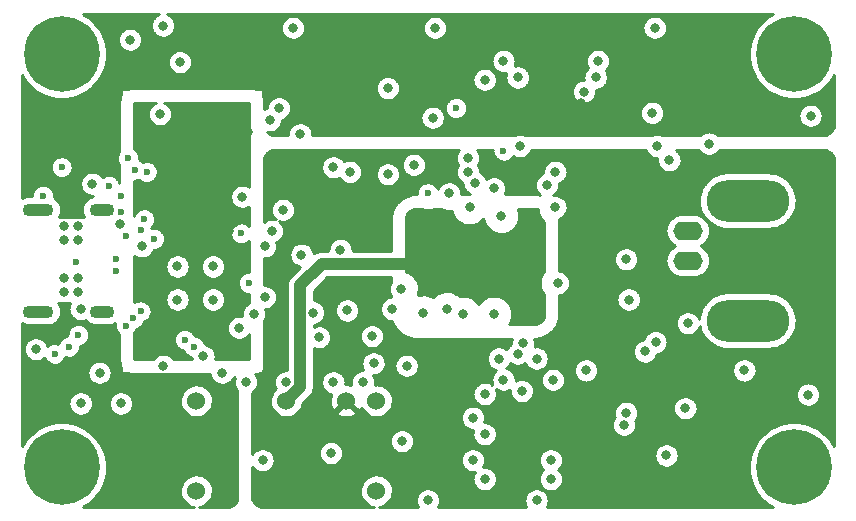
<source format=gbr>
%TF.GenerationSoftware,KiCad,Pcbnew,(5.99.0-7424-ge38b34a4eb)*%
%TF.CreationDate,2020-12-20T18:04:03+03:00*%
%TF.ProjectId,uSMU_v05,75534d55-5f76-4303-952e-6b696361645f,rev?*%
%TF.SameCoordinates,Original*%
%TF.FileFunction,Copper,L3,Inr*%
%TF.FilePolarity,Positive*%
%FSLAX46Y46*%
G04 Gerber Fmt 4.6, Leading zero omitted, Abs format (unit mm)*
G04 Created by KiCad (PCBNEW (5.99.0-7424-ge38b34a4eb)) date 2020-12-20 18:04:03*
%MOMM*%
%LPD*%
G01*
G04 APERTURE LIST*
%TA.AperFunction,ComponentPad*%
%ADD10C,1.524000*%
%TD*%
%TA.AperFunction,ComponentPad*%
%ADD11O,2.500000X1.600000*%
%TD*%
%TA.AperFunction,ComponentPad*%
%ADD12O,7.000000X3.500000*%
%TD*%
%TA.AperFunction,ComponentPad*%
%ADD13C,0.800000*%
%TD*%
%TA.AperFunction,ComponentPad*%
%ADD14C,6.400000*%
%TD*%
%TA.AperFunction,ComponentPad*%
%ADD15O,2.100000X1.100000*%
%TD*%
%TA.AperFunction,ComponentPad*%
%ADD16O,2.600000X1.100000*%
%TD*%
%TA.AperFunction,ViaPad*%
%ADD17C,0.800000*%
%TD*%
%TA.AperFunction,ViaPad*%
%ADD18C,0.600000*%
%TD*%
%TA.AperFunction,Conductor*%
%ADD19C,0.500000*%
%TD*%
%TA.AperFunction,Conductor*%
%ADD20C,1.000000*%
%TD*%
%TA.AperFunction,Conductor*%
%ADD21C,0.254000*%
%TD*%
G04 APERTURE END LIST*
D10*
%TO.N,GND*%
%TO.C,U3*%
X115400000Y-141000000D03*
%TO.N,N/C*%
X130640000Y-141000000D03*
%TO.N,GND*%
X130640000Y-133380000D03*
%TO.N,+7V*%
X128100000Y-133380000D03*
%TO.N,-7V*%
X123020000Y-133380000D03*
%TO.N,Net-(L1-Pad2)*%
X115400000Y-133380000D03*
%TD*%
D11*
%TO.N,Net-(J1-Pad1)*%
%TO.C,J1*%
X157000000Y-121500000D03*
D12*
%TO.N,GND*%
X162080000Y-116420000D03*
D11*
X157000000Y-118960000D03*
D12*
X162080000Y-126580000D03*
%TD*%
D13*
%TO.N,N/C*%
%TO.C,H1*%
X166000000Y-136600000D03*
X167697056Y-140697056D03*
X168400000Y-139000000D03*
X164302944Y-140697056D03*
D14*
X166000000Y-139000000D03*
D13*
X164302944Y-137302944D03*
X163600000Y-139000000D03*
X166000000Y-141400000D03*
X167697056Y-137302944D03*
%TD*%
%TO.N,N/C*%
%TO.C,H4*%
X104000000Y-106400000D03*
X101600000Y-104000000D03*
X105697056Y-105697056D03*
X106400000Y-104000000D03*
X102302944Y-105697056D03*
X104000000Y-101600000D03*
X105697056Y-102302944D03*
D14*
X104000000Y-104000000D03*
D13*
X102302944Y-102302944D03*
%TD*%
D15*
%TO.N,Net-(J2-PadS1)*%
%TO.C,J2*%
X107390000Y-125820000D03*
D16*
X102030000Y-125820000D03*
X102030000Y-117180000D03*
D15*
X107390000Y-117180000D03*
%TD*%
D13*
%TO.N,N/C*%
%TO.C,H3*%
X164302944Y-105697056D03*
X164302944Y-102302944D03*
X168400000Y-104000000D03*
X167697056Y-102302944D03*
X166000000Y-106400000D03*
D14*
X166000000Y-104000000D03*
D13*
X166000000Y-101600000D03*
X163600000Y-104000000D03*
X167697056Y-105697056D03*
%TD*%
%TO.N,N/C*%
%TO.C,H2*%
X106400000Y-139000000D03*
X104000000Y-141400000D03*
X105697056Y-140697056D03*
X102302944Y-140697056D03*
X104000000Y-136600000D03*
X105697056Y-137302944D03*
X101600000Y-139000000D03*
X102302944Y-137302944D03*
D14*
X104000000Y-139000000D03*
%TD*%
D17*
%TO.N,+7V*%
X139400000Y-129000000D03*
X155600000Y-140400000D03*
X127000000Y-117400000D03*
X152000000Y-119000000D03*
X153600000Y-136800000D03*
X136800000Y-114000000D03*
%TO.N,-7V*%
X144000000Y-120000000D03*
X144000000Y-122000000D03*
X142500000Y-120000000D03*
X135000000Y-141800000D03*
X134675010Y-121800000D03*
X142500000Y-124000000D03*
X155200000Y-138000000D03*
X144200000Y-141800000D03*
X144000000Y-118000000D03*
X142500000Y-122000000D03*
X142500000Y-126000000D03*
X144000000Y-124000000D03*
%TO.N,Net-(AmpOut1-Pad1)*%
X136600000Y-125600000D03*
X132000000Y-125600000D03*
X161800000Y-130800000D03*
X148400000Y-130800000D03*
X133200000Y-130400000D03*
%TO.N,VBUS*%
X105400000Y-123000000D03*
X130265000Y-127900000D03*
X148000000Y-108200000D03*
X153200000Y-104400000D03*
X104200000Y-123000000D03*
X120000000Y-104900000D03*
X108587500Y-139875000D03*
X104200000Y-119800000D03*
X125800000Y-128000000D03*
X104200000Y-124200000D03*
X105400000Y-118600000D03*
X105400000Y-124200000D03*
X112600000Y-130400000D03*
X108587500Y-138275000D03*
X108587500Y-136275000D03*
X104200000Y-118600000D03*
X105400000Y-119800000D03*
X108587500Y-141475000D03*
X130400000Y-130200000D03*
X118100000Y-105000000D03*
X147800000Y-109800000D03*
%TO.N,Net-(C16-Pad1)*%
X128175000Y-125725000D03*
X125300000Y-125900000D03*
%TO.N,Net-(R7-Pad2)*%
X140600000Y-126000000D03*
X152000000Y-124800000D03*
%TO.N,Net-(R33-Pad1)*%
X122400000Y-108600000D03*
D18*
X137387979Y-108591735D03*
D17*
%TO.N,Net-(R1-Pad2)*%
X133800000Y-113400000D03*
X128400000Y-114000000D03*
%TO.N,Net-(J1-Pad1)*%
X124200000Y-110800000D03*
X157000000Y-126800000D03*
X138000000Y-126000000D03*
X158800000Y-111600000D03*
%TO.N,Net-(D2-Pad1)*%
X145800000Y-117000000D03*
X138525000Y-117000000D03*
%TO.N,Net-(D1-Pad1)*%
X138400000Y-114000000D03*
X145800000Y-114000000D03*
%TO.N,GND*%
X119300000Y-116100000D03*
X148200000Y-107200000D03*
X156800000Y-134000000D03*
X113800000Y-124800000D03*
X151800000Y-121400000D03*
X123000000Y-131800000D03*
X108900000Y-118400000D03*
X101800000Y-129000000D03*
X121199999Y-124600000D03*
X127000000Y-113600000D03*
X107200000Y-131000000D03*
X141000000Y-129800000D03*
D18*
X111200000Y-114000000D03*
D17*
X127600000Y-120600000D03*
X105600000Y-125600000D03*
X139800000Y-132800000D03*
X132800000Y-136800000D03*
X109800000Y-102800000D03*
X106600000Y-115000000D03*
X140600000Y-115400000D03*
X116800000Y-124800000D03*
X117600000Y-131000000D03*
X116800000Y-122000000D03*
X114000000Y-104700000D03*
X144200000Y-129800000D03*
D18*
X141400000Y-112200000D03*
D17*
X139800000Y-106200000D03*
X122725000Y-117200000D03*
X113800000Y-122000000D03*
X136800000Y-115800000D03*
%TO.N,/SDA*%
X143047214Y-128505571D03*
X146000000Y-123400000D03*
D18*
X119849999Y-123400000D03*
D17*
X154275000Y-128400000D03*
%TO.N,/SCL*%
X119600000Y-131800000D03*
X153400000Y-129200000D03*
X142600000Y-129400000D03*
X120275000Y-126000000D03*
%TO.N,/I_LIM*%
X121800000Y-119000000D03*
X141200000Y-117725000D03*
%TO.N,/DAC_SDA*%
X145400000Y-140000000D03*
X139800000Y-136200000D03*
X151600000Y-135400000D03*
X139800000Y-140000000D03*
%TO.N,/DAC_SCL*%
X151800000Y-134400000D03*
X138800000Y-134800000D03*
X145400000Y-138400000D03*
X138800000Y-138400000D03*
D18*
%TO.N,/AMP_EN*%
X110200000Y-113800000D03*
D17*
X138961500Y-114925001D03*
X145100000Y-115100000D03*
%TO.N,/ADC_SDA*%
X141400000Y-104600000D03*
X149400000Y-104600000D03*
%TO.N,/ADC_SCL*%
X149200000Y-106000000D03*
X142600000Y-106000000D03*
%TO.N,/2.048V_REF*%
X131600000Y-114200000D03*
X138400000Y-112800000D03*
X155450010Y-113000000D03*
%TO.N,/+4V096*%
X126800000Y-137800000D03*
X121600000Y-109600000D03*
X141400000Y-131600000D03*
X121000000Y-138400000D03*
X135400000Y-109400000D03*
X145600000Y-131600000D03*
X129500000Y-131800000D03*
X127000000Y-131800000D03*
%TO.N,Net-(Isense1-Pad1)*%
X142800000Y-111800000D03*
X154400000Y-111800000D03*
%TO.N,+3V3*%
X154000000Y-109000000D03*
X118200000Y-119000000D03*
D18*
X111800000Y-117000000D03*
D17*
X111000000Y-109200000D03*
X154200000Y-101800000D03*
X109000000Y-133600000D03*
X105600000Y-133600000D03*
X114000000Y-109200000D03*
X112600000Y-101600000D03*
D18*
X118350000Y-128450000D03*
D17*
X119800000Y-110600000D03*
X123600000Y-101800000D03*
X142950000Y-132550000D03*
X167200000Y-132850000D03*
X135600000Y-101800000D03*
D18*
X111800000Y-127000000D03*
D17*
X167400000Y-109250000D03*
X115800000Y-109200000D03*
D18*
%TO.N,/USB_D+*%
X108600000Y-121400000D03*
X105200000Y-121600000D03*
X115200000Y-128800000D03*
%TO.N,/USB_D-*%
X114400000Y-128200000D03*
X108600000Y-122400000D03*
D17*
%TO.N,/SWDIO*%
X134600000Y-125900000D03*
X116000000Y-129600000D03*
%TO.N,/SWCLK*%
X132700000Y-123900000D03*
X119000000Y-127200000D03*
%TO.N,/NRST*%
X112300000Y-109100000D03*
X131600000Y-106900000D03*
D18*
%TO.N,/ADC_ALERT*%
X119200000Y-119200000D03*
X135000000Y-115800000D03*
%TO.N,/TIM2_CH1*%
X111000000Y-118000000D03*
X108000000Y-115200000D03*
%TO.N,/TIM2_CH2*%
X109000000Y-116000000D03*
X102400000Y-116000000D03*
X110700010Y-118949999D03*
X109000000Y-117400000D03*
%TO.N,/TIM2_CH3*%
X111800000Y-119675000D03*
X109450010Y-119400000D03*
X109625001Y-112825001D03*
X104000000Y-113600000D03*
%TO.N,/TIM3_CH1*%
X105400000Y-127800000D03*
X109425000Y-127000000D03*
D17*
%TO.N,/I_DAC*%
X110800011Y-120300000D03*
X124300000Y-121000000D03*
X121200000Y-120300000D03*
D18*
%TO.N,/TIM3_CH2*%
X110050000Y-126400000D03*
X104600000Y-128800000D03*
%TO.N,/TIM3_CH3*%
X103400000Y-129400000D03*
X110675000Y-125800000D03*
%TD*%
D19*
%TO.N,-7V*%
X134400000Y-121800000D02*
X134675010Y-121800000D01*
D20*
X123020000Y-133380000D02*
X124200000Y-132200000D01*
X126000000Y-121800000D02*
X126200000Y-121800000D01*
X124200000Y-132200000D02*
X124200000Y-123600000D01*
X124200000Y-123600000D02*
X126000000Y-121800000D01*
X126200000Y-121800000D02*
X134400000Y-121800000D01*
%TD*%
%TO.N,-7V*%
D21*
X134500243Y-117140964D02*
X134520882Y-117148476D01*
X134740691Y-117207374D01*
X134762321Y-117211188D01*
X134989019Y-117231021D01*
X135010981Y-117231021D01*
X135237679Y-117211188D01*
X135259309Y-117207374D01*
X135479118Y-117148476D01*
X135499757Y-117140964D01*
X135531847Y-117126000D01*
X136040746Y-117126000D01*
X136083591Y-117153138D01*
X136102489Y-117162976D01*
X136321822Y-117254500D01*
X136342109Y-117261013D01*
X136573727Y-117314273D01*
X136594820Y-117317275D01*
X136832101Y-117330749D01*
X136853398Y-117330154D01*
X137028841Y-117310320D01*
X137036852Y-117360057D01*
X137042007Y-117380731D01*
X137118794Y-117605648D01*
X137127358Y-117625157D01*
X137240943Y-117833920D01*
X137252671Y-117851707D01*
X137399807Y-118038347D01*
X137414365Y-118053904D01*
X137590844Y-118213086D01*
X137607815Y-118225967D01*
X137808591Y-118353138D01*
X137827489Y-118362976D01*
X138046822Y-118454500D01*
X138067109Y-118461013D01*
X138298727Y-118514273D01*
X138319820Y-118517275D01*
X138557101Y-118530749D01*
X138578398Y-118530154D01*
X138814556Y-118503456D01*
X138835449Y-118499282D01*
X139063733Y-118433175D01*
X139083624Y-118425539D01*
X139297506Y-118321914D01*
X139315826Y-118311037D01*
X139509191Y-118172857D01*
X139525416Y-118159048D01*
X139692734Y-117990263D01*
X139695962Y-117986403D01*
X139711852Y-118085058D01*
X139717007Y-118105731D01*
X139793794Y-118330648D01*
X139802358Y-118350157D01*
X139915943Y-118558920D01*
X139927671Y-118576707D01*
X140074807Y-118763347D01*
X140089365Y-118778904D01*
X140265844Y-118938086D01*
X140282815Y-118950967D01*
X140483591Y-119078138D01*
X140502489Y-119087976D01*
X140721822Y-119179500D01*
X140742109Y-119186013D01*
X140973727Y-119239273D01*
X140994820Y-119242275D01*
X141232101Y-119255749D01*
X141253398Y-119255154D01*
X141489556Y-119228456D01*
X141510449Y-119224282D01*
X141738733Y-119158175D01*
X141758624Y-119150539D01*
X141972506Y-119046914D01*
X141990826Y-119036037D01*
X142184191Y-118897857D01*
X142200416Y-118884048D01*
X142367734Y-118715263D01*
X142381401Y-118698918D01*
X142517888Y-118504356D01*
X142528605Y-118485941D01*
X142630360Y-118271162D01*
X142637822Y-118251206D01*
X142701934Y-118022354D01*
X142705926Y-118001425D01*
X142730562Y-117765043D01*
X142731235Y-117753191D01*
X142731494Y-117726209D01*
X142731049Y-117714347D01*
X142710955Y-117477535D01*
X142707365Y-117456533D01*
X142647658Y-117226493D01*
X142640581Y-117206398D01*
X142604365Y-117126000D01*
X143993813Y-117126000D01*
X144170387Y-117143391D01*
X144282428Y-117177378D01*
X144311852Y-117360058D01*
X144317007Y-117380731D01*
X144393794Y-117605648D01*
X144402358Y-117625157D01*
X144515943Y-117833920D01*
X144527671Y-117851707D01*
X144674807Y-118038347D01*
X144689365Y-118053904D01*
X144865844Y-118213086D01*
X144874000Y-118219276D01*
X144874000Y-122365791D01*
X144744257Y-122524025D01*
X144732189Y-122541584D01*
X144614617Y-122748128D01*
X144605680Y-122767469D01*
X144524589Y-122990870D01*
X144519039Y-123011440D01*
X144476749Y-123245310D01*
X144474744Y-123266521D01*
X144472462Y-123504173D01*
X144474059Y-123525420D01*
X144511852Y-123760058D01*
X144517007Y-123780731D01*
X144593794Y-124005648D01*
X144602358Y-124025157D01*
X144715943Y-124233920D01*
X144727671Y-124251707D01*
X144874000Y-124437323D01*
X144874000Y-125993813D01*
X144856609Y-126170387D01*
X144806907Y-126334233D01*
X144726197Y-126485232D01*
X144617581Y-126617581D01*
X144485232Y-126726197D01*
X144334233Y-126806907D01*
X144170387Y-126856609D01*
X143993813Y-126874000D01*
X141851494Y-126874000D01*
X141917888Y-126779356D01*
X141928605Y-126760941D01*
X142030360Y-126546162D01*
X142037822Y-126526206D01*
X142101934Y-126297354D01*
X142105926Y-126276425D01*
X142130562Y-126040043D01*
X142131235Y-126028191D01*
X142131494Y-126001209D01*
X142131049Y-125989347D01*
X142110955Y-125752535D01*
X142107365Y-125731533D01*
X142047658Y-125501493D01*
X142040581Y-125481398D01*
X141942969Y-125264706D01*
X141932607Y-125246089D01*
X141799880Y-125048941D01*
X141786529Y-125032336D01*
X141622481Y-124860371D01*
X141606525Y-124846254D01*
X141415849Y-124704387D01*
X141397741Y-124693159D01*
X141185888Y-124585447D01*
X141166147Y-124577432D01*
X140939175Y-124506955D01*
X140918366Y-124502379D01*
X140682763Y-124471152D01*
X140661481Y-124470149D01*
X140423986Y-124479065D01*
X140402839Y-124481661D01*
X140170241Y-124530465D01*
X140149833Y-124536588D01*
X139928783Y-124623885D01*
X139909699Y-124633358D01*
X139706519Y-124756651D01*
X139689305Y-124769204D01*
X139509802Y-124924968D01*
X139494948Y-124940243D01*
X139344257Y-125124025D01*
X139332189Y-125141584D01*
X139300147Y-125197874D01*
X139199880Y-125048941D01*
X139186529Y-125032336D01*
X139022481Y-124860371D01*
X139006525Y-124846254D01*
X138815849Y-124704387D01*
X138797741Y-124693159D01*
X138585888Y-124585447D01*
X138566147Y-124577432D01*
X138339175Y-124506955D01*
X138318366Y-124502379D01*
X138082763Y-124471152D01*
X138061481Y-124470149D01*
X137823986Y-124479065D01*
X137802839Y-124481661D01*
X137669484Y-124509642D01*
X137622482Y-124460371D01*
X137606525Y-124446254D01*
X137415849Y-124304387D01*
X137397741Y-124293159D01*
X137185888Y-124185447D01*
X137166147Y-124177432D01*
X136939175Y-124106955D01*
X136918366Y-124102379D01*
X136682763Y-124071152D01*
X136661481Y-124070149D01*
X136423986Y-124079065D01*
X136402839Y-124081661D01*
X136170241Y-124130465D01*
X136149833Y-124136588D01*
X135928783Y-124223885D01*
X135909699Y-124233358D01*
X135706519Y-124356651D01*
X135689305Y-124369204D01*
X135509802Y-124524968D01*
X135494947Y-124540243D01*
X135432310Y-124616635D01*
X135415849Y-124604387D01*
X135397741Y-124593159D01*
X135185888Y-124485447D01*
X135166147Y-124477432D01*
X134939175Y-124406955D01*
X134918366Y-124402379D01*
X134682763Y-124371152D01*
X134661481Y-124370149D01*
X134423986Y-124379065D01*
X134402839Y-124381661D01*
X134170241Y-124430465D01*
X134149833Y-124436588D01*
X134131186Y-124443952D01*
X134137822Y-124426206D01*
X134201934Y-124197354D01*
X134205926Y-124176425D01*
X134230562Y-123940043D01*
X134231235Y-123928191D01*
X134231494Y-123901209D01*
X134231049Y-123889347D01*
X134210955Y-123652535D01*
X134207365Y-123631533D01*
X134147658Y-123401493D01*
X134140581Y-123381398D01*
X134042969Y-123164706D01*
X134032607Y-123146089D01*
X133899880Y-122948941D01*
X133886529Y-122932336D01*
X133722481Y-122760371D01*
X133706525Y-122746254D01*
X133515849Y-122604387D01*
X133497741Y-122593159D01*
X133285888Y-122485447D01*
X133266147Y-122477432D01*
X133126000Y-122433915D01*
X133126000Y-118006187D01*
X133143391Y-117829613D01*
X133193093Y-117665767D01*
X133273803Y-117514768D01*
X133382419Y-117382419D01*
X133514768Y-117273803D01*
X133665767Y-117193093D01*
X133829613Y-117143391D01*
X134006187Y-117126000D01*
X134468153Y-117126000D01*
X134500243Y-117140964D01*
%TA.AperFunction,Conductor*%
G36*
X134500243Y-117140964D02*
G01*
X134520882Y-117148476D01*
X134740691Y-117207374D01*
X134762321Y-117211188D01*
X134989019Y-117231021D01*
X135010981Y-117231021D01*
X135237679Y-117211188D01*
X135259309Y-117207374D01*
X135479118Y-117148476D01*
X135499757Y-117140964D01*
X135531847Y-117126000D01*
X136040746Y-117126000D01*
X136083591Y-117153138D01*
X136102489Y-117162976D01*
X136321822Y-117254500D01*
X136342109Y-117261013D01*
X136573727Y-117314273D01*
X136594820Y-117317275D01*
X136832101Y-117330749D01*
X136853398Y-117330154D01*
X137028841Y-117310320D01*
X137036852Y-117360057D01*
X137042007Y-117380731D01*
X137118794Y-117605648D01*
X137127358Y-117625157D01*
X137240943Y-117833920D01*
X137252671Y-117851707D01*
X137399807Y-118038347D01*
X137414365Y-118053904D01*
X137590844Y-118213086D01*
X137607815Y-118225967D01*
X137808591Y-118353138D01*
X137827489Y-118362976D01*
X138046822Y-118454500D01*
X138067109Y-118461013D01*
X138298727Y-118514273D01*
X138319820Y-118517275D01*
X138557101Y-118530749D01*
X138578398Y-118530154D01*
X138814556Y-118503456D01*
X138835449Y-118499282D01*
X139063733Y-118433175D01*
X139083624Y-118425539D01*
X139297506Y-118321914D01*
X139315826Y-118311037D01*
X139509191Y-118172857D01*
X139525416Y-118159048D01*
X139692734Y-117990263D01*
X139695962Y-117986403D01*
X139711852Y-118085058D01*
X139717007Y-118105731D01*
X139793794Y-118330648D01*
X139802358Y-118350157D01*
X139915943Y-118558920D01*
X139927671Y-118576707D01*
X140074807Y-118763347D01*
X140089365Y-118778904D01*
X140265844Y-118938086D01*
X140282815Y-118950967D01*
X140483591Y-119078138D01*
X140502489Y-119087976D01*
X140721822Y-119179500D01*
X140742109Y-119186013D01*
X140973727Y-119239273D01*
X140994820Y-119242275D01*
X141232101Y-119255749D01*
X141253398Y-119255154D01*
X141489556Y-119228456D01*
X141510449Y-119224282D01*
X141738733Y-119158175D01*
X141758624Y-119150539D01*
X141972506Y-119046914D01*
X141990826Y-119036037D01*
X142184191Y-118897857D01*
X142200416Y-118884048D01*
X142367734Y-118715263D01*
X142381401Y-118698918D01*
X142517888Y-118504356D01*
X142528605Y-118485941D01*
X142630360Y-118271162D01*
X142637822Y-118251206D01*
X142701934Y-118022354D01*
X142705926Y-118001425D01*
X142730562Y-117765043D01*
X142731235Y-117753191D01*
X142731494Y-117726209D01*
X142731049Y-117714347D01*
X142710955Y-117477535D01*
X142707365Y-117456533D01*
X142647658Y-117226493D01*
X142640581Y-117206398D01*
X142604365Y-117126000D01*
X143993813Y-117126000D01*
X144170387Y-117143391D01*
X144282428Y-117177378D01*
X144311852Y-117360058D01*
X144317007Y-117380731D01*
X144393794Y-117605648D01*
X144402358Y-117625157D01*
X144515943Y-117833920D01*
X144527671Y-117851707D01*
X144674807Y-118038347D01*
X144689365Y-118053904D01*
X144865844Y-118213086D01*
X144874000Y-118219276D01*
X144874000Y-122365791D01*
X144744257Y-122524025D01*
X144732189Y-122541584D01*
X144614617Y-122748128D01*
X144605680Y-122767469D01*
X144524589Y-122990870D01*
X144519039Y-123011440D01*
X144476749Y-123245310D01*
X144474744Y-123266521D01*
X144472462Y-123504173D01*
X144474059Y-123525420D01*
X144511852Y-123760058D01*
X144517007Y-123780731D01*
X144593794Y-124005648D01*
X144602358Y-124025157D01*
X144715943Y-124233920D01*
X144727671Y-124251707D01*
X144874000Y-124437323D01*
X144874000Y-125993813D01*
X144856609Y-126170387D01*
X144806907Y-126334233D01*
X144726197Y-126485232D01*
X144617581Y-126617581D01*
X144485232Y-126726197D01*
X144334233Y-126806907D01*
X144170387Y-126856609D01*
X143993813Y-126874000D01*
X141851494Y-126874000D01*
X141917888Y-126779356D01*
X141928605Y-126760941D01*
X142030360Y-126546162D01*
X142037822Y-126526206D01*
X142101934Y-126297354D01*
X142105926Y-126276425D01*
X142130562Y-126040043D01*
X142131235Y-126028191D01*
X142131494Y-126001209D01*
X142131049Y-125989347D01*
X142110955Y-125752535D01*
X142107365Y-125731533D01*
X142047658Y-125501493D01*
X142040581Y-125481398D01*
X141942969Y-125264706D01*
X141932607Y-125246089D01*
X141799880Y-125048941D01*
X141786529Y-125032336D01*
X141622481Y-124860371D01*
X141606525Y-124846254D01*
X141415849Y-124704387D01*
X141397741Y-124693159D01*
X141185888Y-124585447D01*
X141166147Y-124577432D01*
X140939175Y-124506955D01*
X140918366Y-124502379D01*
X140682763Y-124471152D01*
X140661481Y-124470149D01*
X140423986Y-124479065D01*
X140402839Y-124481661D01*
X140170241Y-124530465D01*
X140149833Y-124536588D01*
X139928783Y-124623885D01*
X139909699Y-124633358D01*
X139706519Y-124756651D01*
X139689305Y-124769204D01*
X139509802Y-124924968D01*
X139494948Y-124940243D01*
X139344257Y-125124025D01*
X139332189Y-125141584D01*
X139300147Y-125197874D01*
X139199880Y-125048941D01*
X139186529Y-125032336D01*
X139022481Y-124860371D01*
X139006525Y-124846254D01*
X138815849Y-124704387D01*
X138797741Y-124693159D01*
X138585888Y-124585447D01*
X138566147Y-124577432D01*
X138339175Y-124506955D01*
X138318366Y-124502379D01*
X138082763Y-124471152D01*
X138061481Y-124470149D01*
X137823986Y-124479065D01*
X137802839Y-124481661D01*
X137669484Y-124509642D01*
X137622482Y-124460371D01*
X137606525Y-124446254D01*
X137415849Y-124304387D01*
X137397741Y-124293159D01*
X137185888Y-124185447D01*
X137166147Y-124177432D01*
X136939175Y-124106955D01*
X136918366Y-124102379D01*
X136682763Y-124071152D01*
X136661481Y-124070149D01*
X136423986Y-124079065D01*
X136402839Y-124081661D01*
X136170241Y-124130465D01*
X136149833Y-124136588D01*
X135928783Y-124223885D01*
X135909699Y-124233358D01*
X135706519Y-124356651D01*
X135689305Y-124369204D01*
X135509802Y-124524968D01*
X135494947Y-124540243D01*
X135432310Y-124616635D01*
X135415849Y-124604387D01*
X135397741Y-124593159D01*
X135185888Y-124485447D01*
X135166147Y-124477432D01*
X134939175Y-124406955D01*
X134918366Y-124402379D01*
X134682763Y-124371152D01*
X134661481Y-124370149D01*
X134423986Y-124379065D01*
X134402839Y-124381661D01*
X134170241Y-124430465D01*
X134149833Y-124436588D01*
X134131186Y-124443952D01*
X134137822Y-124426206D01*
X134201934Y-124197354D01*
X134205926Y-124176425D01*
X134230562Y-123940043D01*
X134231235Y-123928191D01*
X134231494Y-123901209D01*
X134231049Y-123889347D01*
X134210955Y-123652535D01*
X134207365Y-123631533D01*
X134147658Y-123401493D01*
X134140581Y-123381398D01*
X134042969Y-123164706D01*
X134032607Y-123146089D01*
X133899880Y-122948941D01*
X133886529Y-122932336D01*
X133722481Y-122760371D01*
X133706525Y-122746254D01*
X133515849Y-122604387D01*
X133497741Y-122593159D01*
X133285888Y-122485447D01*
X133266147Y-122477432D01*
X133126000Y-122433915D01*
X133126000Y-118006187D01*
X133143391Y-117829613D01*
X133193093Y-117665767D01*
X133273803Y-117514768D01*
X133382419Y-117382419D01*
X133514768Y-117273803D01*
X133665767Y-117193093D01*
X133829613Y-117143391D01*
X134006187Y-117126000D01*
X134468153Y-117126000D01*
X134500243Y-117140964D01*
G37*
%TD.AperFunction*%
%TD*%
%TO.N,VBUS*%
X104663666Y-125168700D02*
X104652952Y-125192763D01*
X104594454Y-125372799D01*
X104588977Y-125398566D01*
X104569190Y-125586830D01*
X104569190Y-125613170D01*
X104588977Y-125801434D01*
X104594454Y-125827201D01*
X104652952Y-126007237D01*
X104663666Y-126031300D01*
X104758316Y-126195240D01*
X104773799Y-126216550D01*
X104900466Y-126357228D01*
X104920041Y-126374854D01*
X105073189Y-126486122D01*
X105096001Y-126499293D01*
X105268936Y-126576289D01*
X105293988Y-126584429D01*
X105479152Y-126623787D01*
X105505349Y-126626540D01*
X105694651Y-126626540D01*
X105720848Y-126623787D01*
X105906012Y-126584429D01*
X105931064Y-126576289D01*
X105973363Y-126557456D01*
X106037677Y-126637447D01*
X106054883Y-126655017D01*
X106212686Y-126787429D01*
X106232976Y-126801322D01*
X106413493Y-126900562D01*
X106436095Y-126910249D01*
X106632450Y-126972537D01*
X106656504Y-126977650D01*
X106817560Y-126995715D01*
X106831605Y-126996500D01*
X107940993Y-126996500D01*
X107953289Y-126995899D01*
X108107310Y-126980797D01*
X108131432Y-126976020D01*
X108328638Y-126916480D01*
X108351373Y-126907109D01*
X108513801Y-126820745D01*
X108494572Y-126972962D01*
X108494180Y-127001048D01*
X108511703Y-127179768D01*
X108517544Y-127207245D01*
X108574227Y-127377641D01*
X108586009Y-127403141D01*
X108679035Y-127556744D01*
X108696174Y-127578999D01*
X108820918Y-127708175D01*
X108842562Y-127726080D01*
X108874000Y-127746653D01*
X108874000Y-130000000D01*
X108874607Y-130012350D01*
X108893822Y-130207440D01*
X108898640Y-130231665D01*
X108955545Y-130419258D01*
X108964998Y-130442079D01*
X109000000Y-130507563D01*
X109000000Y-131000000D01*
X109492437Y-131000000D01*
X109557921Y-131035002D01*
X109580742Y-131044455D01*
X109768335Y-131101360D01*
X109792560Y-131106178D01*
X109987650Y-131125393D01*
X110000000Y-131126000D01*
X116581049Y-131126000D01*
X116588977Y-131201434D01*
X116594454Y-131227201D01*
X116652952Y-131407237D01*
X116663666Y-131431300D01*
X116758316Y-131595240D01*
X116773799Y-131616550D01*
X116900466Y-131757228D01*
X116920041Y-131774854D01*
X117073189Y-131886122D01*
X117096001Y-131899293D01*
X117268936Y-131976289D01*
X117293988Y-131984429D01*
X117479152Y-132023787D01*
X117505349Y-132026540D01*
X117694651Y-132026540D01*
X117720848Y-132023787D01*
X117906012Y-131984429D01*
X117931064Y-131976289D01*
X118103999Y-131899293D01*
X118126811Y-131886122D01*
X118279959Y-131774854D01*
X118299534Y-131757228D01*
X118426201Y-131616550D01*
X118441684Y-131595240D01*
X118536334Y-131431300D01*
X118547048Y-131407237D01*
X118568263Y-131341945D01*
X118617581Y-131382419D01*
X118645327Y-131416229D01*
X118594454Y-131572799D01*
X118588977Y-131598566D01*
X118569190Y-131786830D01*
X118569190Y-131813170D01*
X118588977Y-132001434D01*
X118594454Y-132027201D01*
X118652952Y-132207237D01*
X118663666Y-132231300D01*
X118758316Y-132395240D01*
X118773799Y-132416550D01*
X118874000Y-132527835D01*
X118874000Y-141493813D01*
X118856609Y-141670387D01*
X118806907Y-141834233D01*
X118726197Y-141985232D01*
X118617581Y-142117581D01*
X118485232Y-142226197D01*
X118334233Y-142306907D01*
X118170387Y-142356609D01*
X117993813Y-142374000D01*
X115605723Y-142374000D01*
X115763818Y-142344699D01*
X115785394Y-142338675D01*
X115996193Y-142259020D01*
X116016361Y-142249270D01*
X116209724Y-142133545D01*
X116227847Y-142120378D01*
X116397660Y-141972240D01*
X116413165Y-141956072D01*
X116554062Y-141780205D01*
X116566459Y-141761546D01*
X116673985Y-141563507D01*
X116682882Y-141542948D01*
X116753639Y-141328998D01*
X116758754Y-141307189D01*
X116790506Y-141084090D01*
X116791720Y-141069634D01*
X116793457Y-141003298D01*
X116793001Y-140988799D01*
X116772969Y-140764344D01*
X116769002Y-140742297D01*
X116709539Y-140524937D01*
X116701731Y-140503941D01*
X116604717Y-140300546D01*
X116593313Y-140281264D01*
X116461813Y-140098263D01*
X116447176Y-140081305D01*
X116285349Y-139924483D01*
X116267940Y-139910385D01*
X116080899Y-139784699D01*
X116061268Y-139773907D01*
X115854926Y-139683330D01*
X115833695Y-139676185D01*
X115614574Y-139623578D01*
X115592413Y-139620306D01*
X115367440Y-139607334D01*
X115345049Y-139608038D01*
X115121334Y-139635111D01*
X115099423Y-139639768D01*
X114884038Y-139706029D01*
X114863297Y-139714493D01*
X114663050Y-139817848D01*
X114644136Y-139829852D01*
X114465356Y-139967035D01*
X114448867Y-139982197D01*
X114297205Y-140148871D01*
X114283661Y-140166715D01*
X114163912Y-140357611D01*
X114153742Y-140377571D01*
X114069691Y-140586656D01*
X114063216Y-140608101D01*
X114017518Y-140828766D01*
X114014943Y-140851019D01*
X114009044Y-141076289D01*
X114010451Y-141098646D01*
X114044537Y-141321400D01*
X114049880Y-141343155D01*
X114122874Y-141556353D01*
X114131986Y-141576817D01*
X114241580Y-141773719D01*
X114254171Y-141792247D01*
X114396902Y-141966629D01*
X114412576Y-141982634D01*
X114583931Y-142128985D01*
X114602191Y-142141962D01*
X114796755Y-142255656D01*
X114817024Y-142265194D01*
X115028646Y-142342637D01*
X115050284Y-142348435D01*
X115196763Y-142374000D01*
X105806571Y-142374000D01*
X105909953Y-142321324D01*
X105921375Y-142314729D01*
X106246663Y-142103484D01*
X106257332Y-142095732D01*
X106558757Y-141851643D01*
X106568558Y-141842818D01*
X106842818Y-141568558D01*
X106851643Y-141558757D01*
X107095732Y-141257332D01*
X107103484Y-141246663D01*
X107314729Y-140921375D01*
X107321324Y-140909953D01*
X107497410Y-140564366D01*
X107502774Y-140552317D01*
X107641771Y-140190216D01*
X107645847Y-140177673D01*
X107746233Y-139803028D01*
X107748975Y-139790128D01*
X107809650Y-139407041D01*
X107811028Y-139393924D01*
X107831327Y-139006594D01*
X107831327Y-138993406D01*
X107811028Y-138606076D01*
X107809650Y-138592959D01*
X107748975Y-138209872D01*
X107746233Y-138196972D01*
X107645847Y-137822327D01*
X107641771Y-137809784D01*
X107502774Y-137447683D01*
X107497410Y-137435634D01*
X107321324Y-137090047D01*
X107314729Y-137078625D01*
X107103484Y-136753337D01*
X107095732Y-136742668D01*
X106851643Y-136441243D01*
X106842818Y-136431442D01*
X106568558Y-136157182D01*
X106558757Y-136148357D01*
X106257332Y-135904268D01*
X106246663Y-135896516D01*
X105921375Y-135685271D01*
X105909953Y-135678676D01*
X105564366Y-135502590D01*
X105552317Y-135497226D01*
X105190216Y-135358229D01*
X105177673Y-135354153D01*
X104803028Y-135253767D01*
X104790128Y-135251025D01*
X104407041Y-135190350D01*
X104393924Y-135188972D01*
X104006594Y-135168673D01*
X103993406Y-135168673D01*
X103606076Y-135188972D01*
X103592959Y-135190350D01*
X103209872Y-135251025D01*
X103196972Y-135253767D01*
X102822327Y-135354153D01*
X102809784Y-135358229D01*
X102447683Y-135497226D01*
X102435634Y-135502590D01*
X102090047Y-135678676D01*
X102078625Y-135685271D01*
X101753337Y-135896516D01*
X101742668Y-135904268D01*
X101441243Y-136148357D01*
X101431442Y-136157182D01*
X101157182Y-136431442D01*
X101148357Y-136441243D01*
X100904268Y-136742668D01*
X100896516Y-136753337D01*
X100685271Y-137078625D01*
X100678676Y-137090047D01*
X100626000Y-137193429D01*
X100626000Y-133586830D01*
X104569190Y-133586830D01*
X104569190Y-133613170D01*
X104588977Y-133801434D01*
X104594454Y-133827201D01*
X104652952Y-134007237D01*
X104663666Y-134031300D01*
X104758316Y-134195240D01*
X104773799Y-134216550D01*
X104900466Y-134357228D01*
X104920041Y-134374854D01*
X105073189Y-134486122D01*
X105096001Y-134499293D01*
X105268936Y-134576289D01*
X105293988Y-134584429D01*
X105479152Y-134623787D01*
X105505349Y-134626540D01*
X105694651Y-134626540D01*
X105720848Y-134623787D01*
X105906012Y-134584429D01*
X105931064Y-134576289D01*
X106103999Y-134499293D01*
X106126811Y-134486122D01*
X106279959Y-134374854D01*
X106299534Y-134357228D01*
X106426201Y-134216550D01*
X106441684Y-134195240D01*
X106536334Y-134031300D01*
X106547048Y-134007237D01*
X106605546Y-133827201D01*
X106611023Y-133801434D01*
X106630810Y-133613170D01*
X106630810Y-133586830D01*
X107969190Y-133586830D01*
X107969190Y-133613170D01*
X107988977Y-133801434D01*
X107994454Y-133827201D01*
X108052952Y-134007237D01*
X108063666Y-134031300D01*
X108158316Y-134195240D01*
X108173799Y-134216550D01*
X108300466Y-134357228D01*
X108320041Y-134374854D01*
X108473189Y-134486122D01*
X108496001Y-134499293D01*
X108668936Y-134576289D01*
X108693988Y-134584429D01*
X108879152Y-134623787D01*
X108905349Y-134626540D01*
X109094651Y-134626540D01*
X109120848Y-134623787D01*
X109306012Y-134584429D01*
X109331064Y-134576289D01*
X109503999Y-134499293D01*
X109526811Y-134486122D01*
X109679959Y-134374854D01*
X109699534Y-134357228D01*
X109826201Y-134216550D01*
X109841684Y-134195240D01*
X109936334Y-134031300D01*
X109947048Y-134007237D01*
X110005546Y-133827201D01*
X110011023Y-133801434D01*
X110030810Y-133613170D01*
X110030810Y-133586830D01*
X110017090Y-133456289D01*
X114009044Y-133456289D01*
X114010451Y-133478646D01*
X114044537Y-133701400D01*
X114049880Y-133723155D01*
X114122874Y-133936353D01*
X114131986Y-133956817D01*
X114241580Y-134153719D01*
X114254171Y-134172247D01*
X114396902Y-134346629D01*
X114412576Y-134362634D01*
X114583931Y-134508985D01*
X114602191Y-134521962D01*
X114796755Y-134635656D01*
X114817024Y-134645194D01*
X115028646Y-134722637D01*
X115050284Y-134728435D01*
X115272275Y-134767179D01*
X115294598Y-134769053D01*
X115519942Y-134767873D01*
X115542244Y-134765765D01*
X115763818Y-134724699D01*
X115785394Y-134718675D01*
X115996193Y-134639020D01*
X116016361Y-134629270D01*
X116209724Y-134513545D01*
X116227847Y-134500378D01*
X116397660Y-134352240D01*
X116413165Y-134336072D01*
X116554062Y-134160205D01*
X116566459Y-134141546D01*
X116673985Y-133943507D01*
X116682882Y-133922948D01*
X116753639Y-133708998D01*
X116758754Y-133687189D01*
X116790506Y-133464090D01*
X116791720Y-133449634D01*
X116793457Y-133383298D01*
X116793001Y-133368799D01*
X116772969Y-133144344D01*
X116769002Y-133122297D01*
X116709539Y-132904937D01*
X116701731Y-132883941D01*
X116604717Y-132680546D01*
X116593313Y-132661264D01*
X116461813Y-132478263D01*
X116447176Y-132461305D01*
X116285349Y-132304483D01*
X116267940Y-132290385D01*
X116080899Y-132164699D01*
X116061268Y-132153907D01*
X115854926Y-132063330D01*
X115833695Y-132056185D01*
X115614574Y-132003578D01*
X115592413Y-132000306D01*
X115367440Y-131987334D01*
X115345049Y-131988038D01*
X115121334Y-132015111D01*
X115099423Y-132019768D01*
X114884038Y-132086029D01*
X114863297Y-132094493D01*
X114663050Y-132197848D01*
X114644136Y-132209852D01*
X114465356Y-132347035D01*
X114448867Y-132362197D01*
X114297205Y-132528871D01*
X114283661Y-132546715D01*
X114163912Y-132737611D01*
X114153742Y-132757571D01*
X114069691Y-132966656D01*
X114063216Y-132988101D01*
X114017518Y-133208766D01*
X114014943Y-133231019D01*
X114009044Y-133456289D01*
X110017090Y-133456289D01*
X110011023Y-133398566D01*
X110005546Y-133372799D01*
X109947048Y-133192763D01*
X109936334Y-133168700D01*
X109841684Y-133004760D01*
X109826201Y-132983450D01*
X109699534Y-132842772D01*
X109679959Y-132825146D01*
X109526811Y-132713878D01*
X109503999Y-132700707D01*
X109331064Y-132623711D01*
X109306012Y-132615571D01*
X109120848Y-132576213D01*
X109094651Y-132573460D01*
X108905349Y-132573460D01*
X108879152Y-132576213D01*
X108693988Y-132615571D01*
X108668936Y-132623711D01*
X108496001Y-132700707D01*
X108473189Y-132713878D01*
X108320041Y-132825146D01*
X108300466Y-132842772D01*
X108173799Y-132983450D01*
X108158316Y-133004760D01*
X108063666Y-133168700D01*
X108052952Y-133192763D01*
X107994454Y-133372799D01*
X107988977Y-133398566D01*
X107969190Y-133586830D01*
X106630810Y-133586830D01*
X106611023Y-133398566D01*
X106605546Y-133372799D01*
X106547048Y-133192763D01*
X106536334Y-133168700D01*
X106441684Y-133004760D01*
X106426201Y-132983450D01*
X106299534Y-132842772D01*
X106279959Y-132825146D01*
X106126811Y-132713878D01*
X106103999Y-132700707D01*
X105931064Y-132623711D01*
X105906012Y-132615571D01*
X105720848Y-132576213D01*
X105694651Y-132573460D01*
X105505349Y-132573460D01*
X105479152Y-132576213D01*
X105293988Y-132615571D01*
X105268936Y-132623711D01*
X105096001Y-132700707D01*
X105073189Y-132713878D01*
X104920041Y-132825146D01*
X104900466Y-132842772D01*
X104773799Y-132983450D01*
X104758316Y-133004760D01*
X104663666Y-133168700D01*
X104652952Y-133192763D01*
X104594454Y-133372799D01*
X104588977Y-133398566D01*
X104569190Y-133586830D01*
X100626000Y-133586830D01*
X100626000Y-130986830D01*
X106169190Y-130986830D01*
X106169190Y-131013170D01*
X106188977Y-131201434D01*
X106194454Y-131227201D01*
X106252952Y-131407237D01*
X106263666Y-131431300D01*
X106358316Y-131595240D01*
X106373799Y-131616550D01*
X106500466Y-131757228D01*
X106520041Y-131774854D01*
X106673189Y-131886122D01*
X106696001Y-131899293D01*
X106868936Y-131976289D01*
X106893988Y-131984429D01*
X107079152Y-132023787D01*
X107105349Y-132026540D01*
X107294651Y-132026540D01*
X107320848Y-132023787D01*
X107506012Y-131984429D01*
X107531064Y-131976289D01*
X107703999Y-131899293D01*
X107726811Y-131886122D01*
X107879959Y-131774854D01*
X107899534Y-131757228D01*
X108026201Y-131616550D01*
X108041684Y-131595240D01*
X108136334Y-131431300D01*
X108147048Y-131407237D01*
X108205546Y-131227201D01*
X108211023Y-131201434D01*
X108230810Y-131013170D01*
X108230810Y-130986830D01*
X108211023Y-130798566D01*
X108205546Y-130772799D01*
X108147048Y-130592763D01*
X108136334Y-130568700D01*
X108041684Y-130404760D01*
X108026201Y-130383450D01*
X107899534Y-130242772D01*
X107879959Y-130225146D01*
X107726811Y-130113878D01*
X107703999Y-130100707D01*
X107531064Y-130023711D01*
X107506012Y-130015571D01*
X107320848Y-129976213D01*
X107294651Y-129973460D01*
X107105349Y-129973460D01*
X107079152Y-129976213D01*
X106893988Y-130015571D01*
X106868936Y-130023711D01*
X106696001Y-130100707D01*
X106673189Y-130113878D01*
X106520041Y-130225146D01*
X106500466Y-130242772D01*
X106373799Y-130383450D01*
X106358316Y-130404760D01*
X106263666Y-130568700D01*
X106252952Y-130592763D01*
X106194454Y-130772799D01*
X106188977Y-130798566D01*
X106169190Y-130986830D01*
X100626000Y-130986830D01*
X100626000Y-128986830D01*
X100769190Y-128986830D01*
X100769190Y-129013170D01*
X100788977Y-129201434D01*
X100794454Y-129227201D01*
X100852952Y-129407237D01*
X100863666Y-129431300D01*
X100958316Y-129595240D01*
X100973799Y-129616550D01*
X101100466Y-129757228D01*
X101120041Y-129774854D01*
X101273189Y-129886122D01*
X101296001Y-129899293D01*
X101468936Y-129976289D01*
X101493988Y-129984429D01*
X101679152Y-130023787D01*
X101705349Y-130026540D01*
X101894651Y-130026540D01*
X101920848Y-130023787D01*
X102106012Y-129984429D01*
X102131064Y-129976289D01*
X102303999Y-129899293D01*
X102326811Y-129886122D01*
X102479959Y-129774854D01*
X102499534Y-129757228D01*
X102530862Y-129722434D01*
X102549227Y-129777641D01*
X102561009Y-129803141D01*
X102654035Y-129956744D01*
X102671174Y-129978999D01*
X102795918Y-130108175D01*
X102817562Y-130126080D01*
X102967825Y-130224410D01*
X102992898Y-130237076D01*
X103161212Y-130299671D01*
X103188468Y-130306466D01*
X103366467Y-130330216D01*
X103394550Y-130330804D01*
X103573387Y-130314529D01*
X103600904Y-130308881D01*
X103771692Y-130253389D01*
X103797273Y-130241785D01*
X103951522Y-130149834D01*
X103973897Y-130132850D01*
X104103941Y-130009010D01*
X104121997Y-129987492D01*
X104221373Y-129837919D01*
X104234213Y-129812936D01*
X104287633Y-129672307D01*
X104361212Y-129699671D01*
X104388468Y-129706466D01*
X104566467Y-129730216D01*
X104594550Y-129730804D01*
X104773387Y-129714529D01*
X104800904Y-129708881D01*
X104971692Y-129653389D01*
X104997273Y-129641785D01*
X105151522Y-129549834D01*
X105173897Y-129532850D01*
X105303941Y-129409010D01*
X105321997Y-129387492D01*
X105421373Y-129237919D01*
X105434213Y-129212936D01*
X105497982Y-129045064D01*
X105504968Y-129017856D01*
X105529960Y-128840027D01*
X105531174Y-128824250D01*
X105531488Y-128801759D01*
X105530715Y-128785955D01*
X105523215Y-128719095D01*
X105573387Y-128714529D01*
X105600904Y-128708881D01*
X105771692Y-128653389D01*
X105797273Y-128641785D01*
X105951522Y-128549834D01*
X105973897Y-128532850D01*
X106103941Y-128409010D01*
X106121997Y-128387492D01*
X106221373Y-128237919D01*
X106234213Y-128212936D01*
X106297982Y-128045064D01*
X106304968Y-128017856D01*
X106329960Y-127840027D01*
X106331174Y-127824250D01*
X106331488Y-127801759D01*
X106330715Y-127785955D01*
X106310698Y-127607498D01*
X106304474Y-127580106D01*
X106245417Y-127410518D01*
X106233280Y-127385185D01*
X106138119Y-127232895D01*
X106120671Y-127210881D01*
X105994135Y-127083459D01*
X105972243Y-127065858D01*
X105820622Y-126969636D01*
X105795375Y-126957322D01*
X105626204Y-126897083D01*
X105598855Y-126890668D01*
X105420541Y-126869406D01*
X105392453Y-126869210D01*
X105213861Y-126887980D01*
X105186425Y-126894012D01*
X105016429Y-126951884D01*
X104991013Y-126963844D01*
X104838063Y-127057939D01*
X104815928Y-127075233D01*
X104687625Y-127200876D01*
X104669871Y-127222645D01*
X104572593Y-127373591D01*
X104560103Y-127398751D01*
X104498684Y-127567498D01*
X104492078Y-127594802D01*
X104469572Y-127772962D01*
X104469180Y-127801048D01*
X104477052Y-127881339D01*
X104413861Y-127887980D01*
X104386425Y-127894012D01*
X104216429Y-127951884D01*
X104191013Y-127963844D01*
X104038063Y-128057939D01*
X104015928Y-128075233D01*
X103887625Y-128200876D01*
X103869871Y-128222645D01*
X103772593Y-128373591D01*
X103760103Y-128398751D01*
X103713057Y-128528010D01*
X103626204Y-128497083D01*
X103598855Y-128490668D01*
X103420541Y-128469406D01*
X103392453Y-128469210D01*
X103213861Y-128487980D01*
X103186425Y-128494012D01*
X103016429Y-128551884D01*
X102991013Y-128563844D01*
X102838063Y-128657939D01*
X102815928Y-128675233D01*
X102784003Y-128706496D01*
X102747048Y-128592763D01*
X102736334Y-128568700D01*
X102641684Y-128404760D01*
X102626201Y-128383450D01*
X102499534Y-128242772D01*
X102479959Y-128225146D01*
X102326811Y-128113878D01*
X102303999Y-128100707D01*
X102131064Y-128023711D01*
X102106012Y-128015571D01*
X101920848Y-127976213D01*
X101894651Y-127973460D01*
X101705349Y-127973460D01*
X101679152Y-127976213D01*
X101493988Y-128015571D01*
X101468936Y-128023711D01*
X101296001Y-128100707D01*
X101273189Y-128113878D01*
X101120041Y-128225146D01*
X101100466Y-128242772D01*
X100973799Y-128383450D01*
X100958316Y-128404760D01*
X100863666Y-128568700D01*
X100852952Y-128592763D01*
X100794454Y-128772799D01*
X100788977Y-128798566D01*
X100769190Y-128986830D01*
X100626000Y-128986830D01*
X100626000Y-126802984D01*
X100803493Y-126900562D01*
X100826095Y-126910249D01*
X101022450Y-126972537D01*
X101046504Y-126977650D01*
X101207560Y-126995715D01*
X101221605Y-126996500D01*
X102830993Y-126996500D01*
X102843289Y-126995899D01*
X102997310Y-126980797D01*
X103021432Y-126976020D01*
X103218638Y-126916480D01*
X103241373Y-126907109D01*
X103423258Y-126810399D01*
X103443741Y-126796791D01*
X103603377Y-126666595D01*
X103620826Y-126649267D01*
X103752134Y-126490543D01*
X103765885Y-126470157D01*
X103863863Y-126288952D01*
X103873392Y-126266282D01*
X103934307Y-126069497D01*
X103939252Y-126045408D01*
X103960784Y-125840539D01*
X103960955Y-125815949D01*
X103942285Y-125610799D01*
X103937678Y-125586644D01*
X103879517Y-125389028D01*
X103870305Y-125366228D01*
X103774867Y-125183672D01*
X103761402Y-125163095D01*
X103710709Y-125100046D01*
X104703303Y-125100046D01*
X104663666Y-125168700D01*
%TA.AperFunction,Conductor*%
G36*
X104663666Y-125168700D02*
G01*
X104652952Y-125192763D01*
X104594454Y-125372799D01*
X104588977Y-125398566D01*
X104569190Y-125586830D01*
X104569190Y-125613170D01*
X104588977Y-125801434D01*
X104594454Y-125827201D01*
X104652952Y-126007237D01*
X104663666Y-126031300D01*
X104758316Y-126195240D01*
X104773799Y-126216550D01*
X104900466Y-126357228D01*
X104920041Y-126374854D01*
X105073189Y-126486122D01*
X105096001Y-126499293D01*
X105268936Y-126576289D01*
X105293988Y-126584429D01*
X105479152Y-126623787D01*
X105505349Y-126626540D01*
X105694651Y-126626540D01*
X105720848Y-126623787D01*
X105906012Y-126584429D01*
X105931064Y-126576289D01*
X105973363Y-126557456D01*
X106037677Y-126637447D01*
X106054883Y-126655017D01*
X106212686Y-126787429D01*
X106232976Y-126801322D01*
X106413493Y-126900562D01*
X106436095Y-126910249D01*
X106632450Y-126972537D01*
X106656504Y-126977650D01*
X106817560Y-126995715D01*
X106831605Y-126996500D01*
X107940993Y-126996500D01*
X107953289Y-126995899D01*
X108107310Y-126980797D01*
X108131432Y-126976020D01*
X108328638Y-126916480D01*
X108351373Y-126907109D01*
X108513801Y-126820745D01*
X108494572Y-126972962D01*
X108494180Y-127001048D01*
X108511703Y-127179768D01*
X108517544Y-127207245D01*
X108574227Y-127377641D01*
X108586009Y-127403141D01*
X108679035Y-127556744D01*
X108696174Y-127578999D01*
X108820918Y-127708175D01*
X108842562Y-127726080D01*
X108874000Y-127746653D01*
X108874000Y-130000000D01*
X108874607Y-130012350D01*
X108893822Y-130207440D01*
X108898640Y-130231665D01*
X108955545Y-130419258D01*
X108964998Y-130442079D01*
X109000000Y-130507563D01*
X109000000Y-131000000D01*
X109492437Y-131000000D01*
X109557921Y-131035002D01*
X109580742Y-131044455D01*
X109768335Y-131101360D01*
X109792560Y-131106178D01*
X109987650Y-131125393D01*
X110000000Y-131126000D01*
X116581049Y-131126000D01*
X116588977Y-131201434D01*
X116594454Y-131227201D01*
X116652952Y-131407237D01*
X116663666Y-131431300D01*
X116758316Y-131595240D01*
X116773799Y-131616550D01*
X116900466Y-131757228D01*
X116920041Y-131774854D01*
X117073189Y-131886122D01*
X117096001Y-131899293D01*
X117268936Y-131976289D01*
X117293988Y-131984429D01*
X117479152Y-132023787D01*
X117505349Y-132026540D01*
X117694651Y-132026540D01*
X117720848Y-132023787D01*
X117906012Y-131984429D01*
X117931064Y-131976289D01*
X118103999Y-131899293D01*
X118126811Y-131886122D01*
X118279959Y-131774854D01*
X118299534Y-131757228D01*
X118426201Y-131616550D01*
X118441684Y-131595240D01*
X118536334Y-131431300D01*
X118547048Y-131407237D01*
X118568263Y-131341945D01*
X118617581Y-131382419D01*
X118645327Y-131416229D01*
X118594454Y-131572799D01*
X118588977Y-131598566D01*
X118569190Y-131786830D01*
X118569190Y-131813170D01*
X118588977Y-132001434D01*
X118594454Y-132027201D01*
X118652952Y-132207237D01*
X118663666Y-132231300D01*
X118758316Y-132395240D01*
X118773799Y-132416550D01*
X118874000Y-132527835D01*
X118874000Y-141493813D01*
X118856609Y-141670387D01*
X118806907Y-141834233D01*
X118726197Y-141985232D01*
X118617581Y-142117581D01*
X118485232Y-142226197D01*
X118334233Y-142306907D01*
X118170387Y-142356609D01*
X117993813Y-142374000D01*
X115605723Y-142374000D01*
X115763818Y-142344699D01*
X115785394Y-142338675D01*
X115996193Y-142259020D01*
X116016361Y-142249270D01*
X116209724Y-142133545D01*
X116227847Y-142120378D01*
X116397660Y-141972240D01*
X116413165Y-141956072D01*
X116554062Y-141780205D01*
X116566459Y-141761546D01*
X116673985Y-141563507D01*
X116682882Y-141542948D01*
X116753639Y-141328998D01*
X116758754Y-141307189D01*
X116790506Y-141084090D01*
X116791720Y-141069634D01*
X116793457Y-141003298D01*
X116793001Y-140988799D01*
X116772969Y-140764344D01*
X116769002Y-140742297D01*
X116709539Y-140524937D01*
X116701731Y-140503941D01*
X116604717Y-140300546D01*
X116593313Y-140281264D01*
X116461813Y-140098263D01*
X116447176Y-140081305D01*
X116285349Y-139924483D01*
X116267940Y-139910385D01*
X116080899Y-139784699D01*
X116061268Y-139773907D01*
X115854926Y-139683330D01*
X115833695Y-139676185D01*
X115614574Y-139623578D01*
X115592413Y-139620306D01*
X115367440Y-139607334D01*
X115345049Y-139608038D01*
X115121334Y-139635111D01*
X115099423Y-139639768D01*
X114884038Y-139706029D01*
X114863297Y-139714493D01*
X114663050Y-139817848D01*
X114644136Y-139829852D01*
X114465356Y-139967035D01*
X114448867Y-139982197D01*
X114297205Y-140148871D01*
X114283661Y-140166715D01*
X114163912Y-140357611D01*
X114153742Y-140377571D01*
X114069691Y-140586656D01*
X114063216Y-140608101D01*
X114017518Y-140828766D01*
X114014943Y-140851019D01*
X114009044Y-141076289D01*
X114010451Y-141098646D01*
X114044537Y-141321400D01*
X114049880Y-141343155D01*
X114122874Y-141556353D01*
X114131986Y-141576817D01*
X114241580Y-141773719D01*
X114254171Y-141792247D01*
X114396902Y-141966629D01*
X114412576Y-141982634D01*
X114583931Y-142128985D01*
X114602191Y-142141962D01*
X114796755Y-142255656D01*
X114817024Y-142265194D01*
X115028646Y-142342637D01*
X115050284Y-142348435D01*
X115196763Y-142374000D01*
X105806571Y-142374000D01*
X105909953Y-142321324D01*
X105921375Y-142314729D01*
X106246663Y-142103484D01*
X106257332Y-142095732D01*
X106558757Y-141851643D01*
X106568558Y-141842818D01*
X106842818Y-141568558D01*
X106851643Y-141558757D01*
X107095732Y-141257332D01*
X107103484Y-141246663D01*
X107314729Y-140921375D01*
X107321324Y-140909953D01*
X107497410Y-140564366D01*
X107502774Y-140552317D01*
X107641771Y-140190216D01*
X107645847Y-140177673D01*
X107746233Y-139803028D01*
X107748975Y-139790128D01*
X107809650Y-139407041D01*
X107811028Y-139393924D01*
X107831327Y-139006594D01*
X107831327Y-138993406D01*
X107811028Y-138606076D01*
X107809650Y-138592959D01*
X107748975Y-138209872D01*
X107746233Y-138196972D01*
X107645847Y-137822327D01*
X107641771Y-137809784D01*
X107502774Y-137447683D01*
X107497410Y-137435634D01*
X107321324Y-137090047D01*
X107314729Y-137078625D01*
X107103484Y-136753337D01*
X107095732Y-136742668D01*
X106851643Y-136441243D01*
X106842818Y-136431442D01*
X106568558Y-136157182D01*
X106558757Y-136148357D01*
X106257332Y-135904268D01*
X106246663Y-135896516D01*
X105921375Y-135685271D01*
X105909953Y-135678676D01*
X105564366Y-135502590D01*
X105552317Y-135497226D01*
X105190216Y-135358229D01*
X105177673Y-135354153D01*
X104803028Y-135253767D01*
X104790128Y-135251025D01*
X104407041Y-135190350D01*
X104393924Y-135188972D01*
X104006594Y-135168673D01*
X103993406Y-135168673D01*
X103606076Y-135188972D01*
X103592959Y-135190350D01*
X103209872Y-135251025D01*
X103196972Y-135253767D01*
X102822327Y-135354153D01*
X102809784Y-135358229D01*
X102447683Y-135497226D01*
X102435634Y-135502590D01*
X102090047Y-135678676D01*
X102078625Y-135685271D01*
X101753337Y-135896516D01*
X101742668Y-135904268D01*
X101441243Y-136148357D01*
X101431442Y-136157182D01*
X101157182Y-136431442D01*
X101148357Y-136441243D01*
X100904268Y-136742668D01*
X100896516Y-136753337D01*
X100685271Y-137078625D01*
X100678676Y-137090047D01*
X100626000Y-137193429D01*
X100626000Y-133586830D01*
X104569190Y-133586830D01*
X104569190Y-133613170D01*
X104588977Y-133801434D01*
X104594454Y-133827201D01*
X104652952Y-134007237D01*
X104663666Y-134031300D01*
X104758316Y-134195240D01*
X104773799Y-134216550D01*
X104900466Y-134357228D01*
X104920041Y-134374854D01*
X105073189Y-134486122D01*
X105096001Y-134499293D01*
X105268936Y-134576289D01*
X105293988Y-134584429D01*
X105479152Y-134623787D01*
X105505349Y-134626540D01*
X105694651Y-134626540D01*
X105720848Y-134623787D01*
X105906012Y-134584429D01*
X105931064Y-134576289D01*
X106103999Y-134499293D01*
X106126811Y-134486122D01*
X106279959Y-134374854D01*
X106299534Y-134357228D01*
X106426201Y-134216550D01*
X106441684Y-134195240D01*
X106536334Y-134031300D01*
X106547048Y-134007237D01*
X106605546Y-133827201D01*
X106611023Y-133801434D01*
X106630810Y-133613170D01*
X106630810Y-133586830D01*
X107969190Y-133586830D01*
X107969190Y-133613170D01*
X107988977Y-133801434D01*
X107994454Y-133827201D01*
X108052952Y-134007237D01*
X108063666Y-134031300D01*
X108158316Y-134195240D01*
X108173799Y-134216550D01*
X108300466Y-134357228D01*
X108320041Y-134374854D01*
X108473189Y-134486122D01*
X108496001Y-134499293D01*
X108668936Y-134576289D01*
X108693988Y-134584429D01*
X108879152Y-134623787D01*
X108905349Y-134626540D01*
X109094651Y-134626540D01*
X109120848Y-134623787D01*
X109306012Y-134584429D01*
X109331064Y-134576289D01*
X109503999Y-134499293D01*
X109526811Y-134486122D01*
X109679959Y-134374854D01*
X109699534Y-134357228D01*
X109826201Y-134216550D01*
X109841684Y-134195240D01*
X109936334Y-134031300D01*
X109947048Y-134007237D01*
X110005546Y-133827201D01*
X110011023Y-133801434D01*
X110030810Y-133613170D01*
X110030810Y-133586830D01*
X110017090Y-133456289D01*
X114009044Y-133456289D01*
X114010451Y-133478646D01*
X114044537Y-133701400D01*
X114049880Y-133723155D01*
X114122874Y-133936353D01*
X114131986Y-133956817D01*
X114241580Y-134153719D01*
X114254171Y-134172247D01*
X114396902Y-134346629D01*
X114412576Y-134362634D01*
X114583931Y-134508985D01*
X114602191Y-134521962D01*
X114796755Y-134635656D01*
X114817024Y-134645194D01*
X115028646Y-134722637D01*
X115050284Y-134728435D01*
X115272275Y-134767179D01*
X115294598Y-134769053D01*
X115519942Y-134767873D01*
X115542244Y-134765765D01*
X115763818Y-134724699D01*
X115785394Y-134718675D01*
X115996193Y-134639020D01*
X116016361Y-134629270D01*
X116209724Y-134513545D01*
X116227847Y-134500378D01*
X116397660Y-134352240D01*
X116413165Y-134336072D01*
X116554062Y-134160205D01*
X116566459Y-134141546D01*
X116673985Y-133943507D01*
X116682882Y-133922948D01*
X116753639Y-133708998D01*
X116758754Y-133687189D01*
X116790506Y-133464090D01*
X116791720Y-133449634D01*
X116793457Y-133383298D01*
X116793001Y-133368799D01*
X116772969Y-133144344D01*
X116769002Y-133122297D01*
X116709539Y-132904937D01*
X116701731Y-132883941D01*
X116604717Y-132680546D01*
X116593313Y-132661264D01*
X116461813Y-132478263D01*
X116447176Y-132461305D01*
X116285349Y-132304483D01*
X116267940Y-132290385D01*
X116080899Y-132164699D01*
X116061268Y-132153907D01*
X115854926Y-132063330D01*
X115833695Y-132056185D01*
X115614574Y-132003578D01*
X115592413Y-132000306D01*
X115367440Y-131987334D01*
X115345049Y-131988038D01*
X115121334Y-132015111D01*
X115099423Y-132019768D01*
X114884038Y-132086029D01*
X114863297Y-132094493D01*
X114663050Y-132197848D01*
X114644136Y-132209852D01*
X114465356Y-132347035D01*
X114448867Y-132362197D01*
X114297205Y-132528871D01*
X114283661Y-132546715D01*
X114163912Y-132737611D01*
X114153742Y-132757571D01*
X114069691Y-132966656D01*
X114063216Y-132988101D01*
X114017518Y-133208766D01*
X114014943Y-133231019D01*
X114009044Y-133456289D01*
X110017090Y-133456289D01*
X110011023Y-133398566D01*
X110005546Y-133372799D01*
X109947048Y-133192763D01*
X109936334Y-133168700D01*
X109841684Y-133004760D01*
X109826201Y-132983450D01*
X109699534Y-132842772D01*
X109679959Y-132825146D01*
X109526811Y-132713878D01*
X109503999Y-132700707D01*
X109331064Y-132623711D01*
X109306012Y-132615571D01*
X109120848Y-132576213D01*
X109094651Y-132573460D01*
X108905349Y-132573460D01*
X108879152Y-132576213D01*
X108693988Y-132615571D01*
X108668936Y-132623711D01*
X108496001Y-132700707D01*
X108473189Y-132713878D01*
X108320041Y-132825146D01*
X108300466Y-132842772D01*
X108173799Y-132983450D01*
X108158316Y-133004760D01*
X108063666Y-133168700D01*
X108052952Y-133192763D01*
X107994454Y-133372799D01*
X107988977Y-133398566D01*
X107969190Y-133586830D01*
X106630810Y-133586830D01*
X106611023Y-133398566D01*
X106605546Y-133372799D01*
X106547048Y-133192763D01*
X106536334Y-133168700D01*
X106441684Y-133004760D01*
X106426201Y-132983450D01*
X106299534Y-132842772D01*
X106279959Y-132825146D01*
X106126811Y-132713878D01*
X106103999Y-132700707D01*
X105931064Y-132623711D01*
X105906012Y-132615571D01*
X105720848Y-132576213D01*
X105694651Y-132573460D01*
X105505349Y-132573460D01*
X105479152Y-132576213D01*
X105293988Y-132615571D01*
X105268936Y-132623711D01*
X105096001Y-132700707D01*
X105073189Y-132713878D01*
X104920041Y-132825146D01*
X104900466Y-132842772D01*
X104773799Y-132983450D01*
X104758316Y-133004760D01*
X104663666Y-133168700D01*
X104652952Y-133192763D01*
X104594454Y-133372799D01*
X104588977Y-133398566D01*
X104569190Y-133586830D01*
X100626000Y-133586830D01*
X100626000Y-130986830D01*
X106169190Y-130986830D01*
X106169190Y-131013170D01*
X106188977Y-131201434D01*
X106194454Y-131227201D01*
X106252952Y-131407237D01*
X106263666Y-131431300D01*
X106358316Y-131595240D01*
X106373799Y-131616550D01*
X106500466Y-131757228D01*
X106520041Y-131774854D01*
X106673189Y-131886122D01*
X106696001Y-131899293D01*
X106868936Y-131976289D01*
X106893988Y-131984429D01*
X107079152Y-132023787D01*
X107105349Y-132026540D01*
X107294651Y-132026540D01*
X107320848Y-132023787D01*
X107506012Y-131984429D01*
X107531064Y-131976289D01*
X107703999Y-131899293D01*
X107726811Y-131886122D01*
X107879959Y-131774854D01*
X107899534Y-131757228D01*
X108026201Y-131616550D01*
X108041684Y-131595240D01*
X108136334Y-131431300D01*
X108147048Y-131407237D01*
X108205546Y-131227201D01*
X108211023Y-131201434D01*
X108230810Y-131013170D01*
X108230810Y-130986830D01*
X108211023Y-130798566D01*
X108205546Y-130772799D01*
X108147048Y-130592763D01*
X108136334Y-130568700D01*
X108041684Y-130404760D01*
X108026201Y-130383450D01*
X107899534Y-130242772D01*
X107879959Y-130225146D01*
X107726811Y-130113878D01*
X107703999Y-130100707D01*
X107531064Y-130023711D01*
X107506012Y-130015571D01*
X107320848Y-129976213D01*
X107294651Y-129973460D01*
X107105349Y-129973460D01*
X107079152Y-129976213D01*
X106893988Y-130015571D01*
X106868936Y-130023711D01*
X106696001Y-130100707D01*
X106673189Y-130113878D01*
X106520041Y-130225146D01*
X106500466Y-130242772D01*
X106373799Y-130383450D01*
X106358316Y-130404760D01*
X106263666Y-130568700D01*
X106252952Y-130592763D01*
X106194454Y-130772799D01*
X106188977Y-130798566D01*
X106169190Y-130986830D01*
X100626000Y-130986830D01*
X100626000Y-128986830D01*
X100769190Y-128986830D01*
X100769190Y-129013170D01*
X100788977Y-129201434D01*
X100794454Y-129227201D01*
X100852952Y-129407237D01*
X100863666Y-129431300D01*
X100958316Y-129595240D01*
X100973799Y-129616550D01*
X101100466Y-129757228D01*
X101120041Y-129774854D01*
X101273189Y-129886122D01*
X101296001Y-129899293D01*
X101468936Y-129976289D01*
X101493988Y-129984429D01*
X101679152Y-130023787D01*
X101705349Y-130026540D01*
X101894651Y-130026540D01*
X101920848Y-130023787D01*
X102106012Y-129984429D01*
X102131064Y-129976289D01*
X102303999Y-129899293D01*
X102326811Y-129886122D01*
X102479959Y-129774854D01*
X102499534Y-129757228D01*
X102530862Y-129722434D01*
X102549227Y-129777641D01*
X102561009Y-129803141D01*
X102654035Y-129956744D01*
X102671174Y-129978999D01*
X102795918Y-130108175D01*
X102817562Y-130126080D01*
X102967825Y-130224410D01*
X102992898Y-130237076D01*
X103161212Y-130299671D01*
X103188468Y-130306466D01*
X103366467Y-130330216D01*
X103394550Y-130330804D01*
X103573387Y-130314529D01*
X103600904Y-130308881D01*
X103771692Y-130253389D01*
X103797273Y-130241785D01*
X103951522Y-130149834D01*
X103973897Y-130132850D01*
X104103941Y-130009010D01*
X104121997Y-129987492D01*
X104221373Y-129837919D01*
X104234213Y-129812936D01*
X104287633Y-129672307D01*
X104361212Y-129699671D01*
X104388468Y-129706466D01*
X104566467Y-129730216D01*
X104594550Y-129730804D01*
X104773387Y-129714529D01*
X104800904Y-129708881D01*
X104971692Y-129653389D01*
X104997273Y-129641785D01*
X105151522Y-129549834D01*
X105173897Y-129532850D01*
X105303941Y-129409010D01*
X105321997Y-129387492D01*
X105421373Y-129237919D01*
X105434213Y-129212936D01*
X105497982Y-129045064D01*
X105504968Y-129017856D01*
X105529960Y-128840027D01*
X105531174Y-128824250D01*
X105531488Y-128801759D01*
X105530715Y-128785955D01*
X105523215Y-128719095D01*
X105573387Y-128714529D01*
X105600904Y-128708881D01*
X105771692Y-128653389D01*
X105797273Y-128641785D01*
X105951522Y-128549834D01*
X105973897Y-128532850D01*
X106103941Y-128409010D01*
X106121997Y-128387492D01*
X106221373Y-128237919D01*
X106234213Y-128212936D01*
X106297982Y-128045064D01*
X106304968Y-128017856D01*
X106329960Y-127840027D01*
X106331174Y-127824250D01*
X106331488Y-127801759D01*
X106330715Y-127785955D01*
X106310698Y-127607498D01*
X106304474Y-127580106D01*
X106245417Y-127410518D01*
X106233280Y-127385185D01*
X106138119Y-127232895D01*
X106120671Y-127210881D01*
X105994135Y-127083459D01*
X105972243Y-127065858D01*
X105820622Y-126969636D01*
X105795375Y-126957322D01*
X105626204Y-126897083D01*
X105598855Y-126890668D01*
X105420541Y-126869406D01*
X105392453Y-126869210D01*
X105213861Y-126887980D01*
X105186425Y-126894012D01*
X105016429Y-126951884D01*
X104991013Y-126963844D01*
X104838063Y-127057939D01*
X104815928Y-127075233D01*
X104687625Y-127200876D01*
X104669871Y-127222645D01*
X104572593Y-127373591D01*
X104560103Y-127398751D01*
X104498684Y-127567498D01*
X104492078Y-127594802D01*
X104469572Y-127772962D01*
X104469180Y-127801048D01*
X104477052Y-127881339D01*
X104413861Y-127887980D01*
X104386425Y-127894012D01*
X104216429Y-127951884D01*
X104191013Y-127963844D01*
X104038063Y-128057939D01*
X104015928Y-128075233D01*
X103887625Y-128200876D01*
X103869871Y-128222645D01*
X103772593Y-128373591D01*
X103760103Y-128398751D01*
X103713057Y-128528010D01*
X103626204Y-128497083D01*
X103598855Y-128490668D01*
X103420541Y-128469406D01*
X103392453Y-128469210D01*
X103213861Y-128487980D01*
X103186425Y-128494012D01*
X103016429Y-128551884D01*
X102991013Y-128563844D01*
X102838063Y-128657939D01*
X102815928Y-128675233D01*
X102784003Y-128706496D01*
X102747048Y-128592763D01*
X102736334Y-128568700D01*
X102641684Y-128404760D01*
X102626201Y-128383450D01*
X102499534Y-128242772D01*
X102479959Y-128225146D01*
X102326811Y-128113878D01*
X102303999Y-128100707D01*
X102131064Y-128023711D01*
X102106012Y-128015571D01*
X101920848Y-127976213D01*
X101894651Y-127973460D01*
X101705349Y-127973460D01*
X101679152Y-127976213D01*
X101493988Y-128015571D01*
X101468936Y-128023711D01*
X101296001Y-128100707D01*
X101273189Y-128113878D01*
X101120041Y-128225146D01*
X101100466Y-128242772D01*
X100973799Y-128383450D01*
X100958316Y-128404760D01*
X100863666Y-128568700D01*
X100852952Y-128592763D01*
X100794454Y-128772799D01*
X100788977Y-128798566D01*
X100769190Y-128986830D01*
X100626000Y-128986830D01*
X100626000Y-126802984D01*
X100803493Y-126900562D01*
X100826095Y-126910249D01*
X101022450Y-126972537D01*
X101046504Y-126977650D01*
X101207560Y-126995715D01*
X101221605Y-126996500D01*
X102830993Y-126996500D01*
X102843289Y-126995899D01*
X102997310Y-126980797D01*
X103021432Y-126976020D01*
X103218638Y-126916480D01*
X103241373Y-126907109D01*
X103423258Y-126810399D01*
X103443741Y-126796791D01*
X103603377Y-126666595D01*
X103620826Y-126649267D01*
X103752134Y-126490543D01*
X103765885Y-126470157D01*
X103863863Y-126288952D01*
X103873392Y-126266282D01*
X103934307Y-126069497D01*
X103939252Y-126045408D01*
X103960784Y-125840539D01*
X103960955Y-125815949D01*
X103942285Y-125610799D01*
X103937678Y-125586644D01*
X103879517Y-125389028D01*
X103870305Y-125366228D01*
X103774867Y-125183672D01*
X103761402Y-125163095D01*
X103710709Y-125100046D01*
X104703303Y-125100046D01*
X104663666Y-125168700D01*
G37*
%TD.AperFunction*%
X112096001Y-100700707D02*
X112073189Y-100713878D01*
X111920041Y-100825146D01*
X111900466Y-100842772D01*
X111773799Y-100983450D01*
X111758316Y-101004760D01*
X111663666Y-101168700D01*
X111652952Y-101192763D01*
X111594454Y-101372799D01*
X111588977Y-101398566D01*
X111569190Y-101586830D01*
X111569190Y-101613170D01*
X111588977Y-101801434D01*
X111594454Y-101827201D01*
X111652952Y-102007237D01*
X111663666Y-102031300D01*
X111758316Y-102195240D01*
X111773799Y-102216550D01*
X111900466Y-102357228D01*
X111920041Y-102374854D01*
X112073189Y-102486122D01*
X112096001Y-102499293D01*
X112268936Y-102576289D01*
X112293988Y-102584429D01*
X112479152Y-102623787D01*
X112505349Y-102626540D01*
X112694651Y-102626540D01*
X112720848Y-102623787D01*
X112906012Y-102584429D01*
X112931064Y-102576289D01*
X113103999Y-102499293D01*
X113126811Y-102486122D01*
X113279959Y-102374854D01*
X113299534Y-102357228D01*
X113426201Y-102216550D01*
X113441684Y-102195240D01*
X113536334Y-102031300D01*
X113547048Y-102007237D01*
X113605546Y-101827201D01*
X113611023Y-101801434D01*
X113612557Y-101786830D01*
X122569190Y-101786830D01*
X122569190Y-101813170D01*
X122588977Y-102001434D01*
X122594454Y-102027201D01*
X122652952Y-102207237D01*
X122663666Y-102231300D01*
X122758316Y-102395240D01*
X122773799Y-102416550D01*
X122900466Y-102557228D01*
X122920041Y-102574854D01*
X123073189Y-102686122D01*
X123096001Y-102699293D01*
X123268936Y-102776289D01*
X123293988Y-102784429D01*
X123479152Y-102823787D01*
X123505349Y-102826540D01*
X123694651Y-102826540D01*
X123720848Y-102823787D01*
X123906012Y-102784429D01*
X123931064Y-102776289D01*
X124103999Y-102699293D01*
X124126811Y-102686122D01*
X124279959Y-102574854D01*
X124299534Y-102557228D01*
X124426201Y-102416550D01*
X124441684Y-102395240D01*
X124536334Y-102231300D01*
X124547048Y-102207237D01*
X124605546Y-102027201D01*
X124611023Y-102001434D01*
X124630810Y-101813170D01*
X124630810Y-101786830D01*
X134569190Y-101786830D01*
X134569190Y-101813170D01*
X134588977Y-102001434D01*
X134594454Y-102027201D01*
X134652952Y-102207237D01*
X134663666Y-102231300D01*
X134758316Y-102395240D01*
X134773799Y-102416550D01*
X134900466Y-102557228D01*
X134920041Y-102574854D01*
X135073189Y-102686122D01*
X135096001Y-102699293D01*
X135268936Y-102776289D01*
X135293988Y-102784429D01*
X135479152Y-102823787D01*
X135505349Y-102826540D01*
X135694651Y-102826540D01*
X135720848Y-102823787D01*
X135906012Y-102784429D01*
X135931064Y-102776289D01*
X136103999Y-102699293D01*
X136126811Y-102686122D01*
X136279959Y-102574854D01*
X136299534Y-102557228D01*
X136426201Y-102416550D01*
X136441684Y-102395240D01*
X136536334Y-102231300D01*
X136547048Y-102207237D01*
X136605546Y-102027201D01*
X136611023Y-102001434D01*
X136630810Y-101813170D01*
X136630810Y-101786830D01*
X153169190Y-101786830D01*
X153169190Y-101813170D01*
X153188977Y-102001434D01*
X153194454Y-102027201D01*
X153252952Y-102207237D01*
X153263666Y-102231300D01*
X153358316Y-102395240D01*
X153373799Y-102416550D01*
X153500466Y-102557228D01*
X153520041Y-102574854D01*
X153673189Y-102686122D01*
X153696001Y-102699293D01*
X153868936Y-102776289D01*
X153893988Y-102784429D01*
X154079152Y-102823787D01*
X154105349Y-102826540D01*
X154294651Y-102826540D01*
X154320848Y-102823787D01*
X154506012Y-102784429D01*
X154531064Y-102776289D01*
X154703999Y-102699293D01*
X154726811Y-102686122D01*
X154879959Y-102574854D01*
X154899534Y-102557228D01*
X155026201Y-102416550D01*
X155041684Y-102395240D01*
X155136334Y-102231300D01*
X155147048Y-102207237D01*
X155205546Y-102027201D01*
X155211023Y-102001434D01*
X155230810Y-101813170D01*
X155230810Y-101786830D01*
X155211023Y-101598566D01*
X155205546Y-101572799D01*
X155147048Y-101392763D01*
X155136334Y-101368700D01*
X155041684Y-101204760D01*
X155026201Y-101183450D01*
X154899534Y-101042772D01*
X154879959Y-101025146D01*
X154726811Y-100913878D01*
X154703999Y-100900707D01*
X154531064Y-100823711D01*
X154506012Y-100815571D01*
X154320848Y-100776213D01*
X154294651Y-100773460D01*
X154105349Y-100773460D01*
X154079152Y-100776213D01*
X153893988Y-100815571D01*
X153868936Y-100823711D01*
X153696001Y-100900707D01*
X153673189Y-100913878D01*
X153520041Y-101025146D01*
X153500466Y-101042772D01*
X153373799Y-101183450D01*
X153358316Y-101204760D01*
X153263666Y-101368700D01*
X153252952Y-101392763D01*
X153194454Y-101572799D01*
X153188977Y-101598566D01*
X153169190Y-101786830D01*
X136630810Y-101786830D01*
X136611023Y-101598566D01*
X136605546Y-101572799D01*
X136547048Y-101392763D01*
X136536334Y-101368700D01*
X136441684Y-101204760D01*
X136426201Y-101183450D01*
X136299534Y-101042772D01*
X136279959Y-101025146D01*
X136126811Y-100913878D01*
X136103999Y-100900707D01*
X135931064Y-100823711D01*
X135906012Y-100815571D01*
X135720848Y-100776213D01*
X135694651Y-100773460D01*
X135505349Y-100773460D01*
X135479152Y-100776213D01*
X135293988Y-100815571D01*
X135268936Y-100823711D01*
X135096001Y-100900707D01*
X135073189Y-100913878D01*
X134920041Y-101025146D01*
X134900466Y-101042772D01*
X134773799Y-101183450D01*
X134758316Y-101204760D01*
X134663666Y-101368700D01*
X134652952Y-101392763D01*
X134594454Y-101572799D01*
X134588977Y-101598566D01*
X134569190Y-101786830D01*
X124630810Y-101786830D01*
X124611023Y-101598566D01*
X124605546Y-101572799D01*
X124547048Y-101392763D01*
X124536334Y-101368700D01*
X124441684Y-101204760D01*
X124426201Y-101183450D01*
X124299534Y-101042772D01*
X124279959Y-101025146D01*
X124126811Y-100913878D01*
X124103999Y-100900707D01*
X123931064Y-100823711D01*
X123906012Y-100815571D01*
X123720848Y-100776213D01*
X123694651Y-100773460D01*
X123505349Y-100773460D01*
X123479152Y-100776213D01*
X123293988Y-100815571D01*
X123268936Y-100823711D01*
X123096001Y-100900707D01*
X123073189Y-100913878D01*
X122920041Y-101025146D01*
X122900466Y-101042772D01*
X122773799Y-101183450D01*
X122758316Y-101204760D01*
X122663666Y-101368700D01*
X122652952Y-101392763D01*
X122594454Y-101572799D01*
X122588977Y-101598566D01*
X122569190Y-101786830D01*
X113612557Y-101786830D01*
X113630810Y-101613170D01*
X113630810Y-101586830D01*
X113611023Y-101398566D01*
X113605546Y-101372799D01*
X113547048Y-101192763D01*
X113536334Y-101168700D01*
X113441684Y-101004760D01*
X113426201Y-100983450D01*
X113299534Y-100842772D01*
X113279959Y-100825146D01*
X113126811Y-100713878D01*
X113103999Y-100700707D01*
X112936205Y-100626000D01*
X164193429Y-100626000D01*
X164090047Y-100678676D01*
X164078625Y-100685271D01*
X163753337Y-100896516D01*
X163742668Y-100904268D01*
X163441243Y-101148357D01*
X163431442Y-101157182D01*
X163157182Y-101431442D01*
X163148357Y-101441243D01*
X162904268Y-101742668D01*
X162896516Y-101753337D01*
X162685271Y-102078625D01*
X162678676Y-102090047D01*
X162502590Y-102435634D01*
X162497226Y-102447683D01*
X162358229Y-102809784D01*
X162354153Y-102822327D01*
X162253767Y-103196972D01*
X162251025Y-103209872D01*
X162190350Y-103592959D01*
X162188972Y-103606076D01*
X162168673Y-103993406D01*
X162168673Y-104006594D01*
X162188972Y-104393924D01*
X162190350Y-104407041D01*
X162251025Y-104790128D01*
X162253767Y-104803028D01*
X162354153Y-105177673D01*
X162358229Y-105190216D01*
X162497226Y-105552317D01*
X162502590Y-105564366D01*
X162678676Y-105909953D01*
X162685271Y-105921375D01*
X162896516Y-106246663D01*
X162904268Y-106257332D01*
X163148357Y-106558757D01*
X163157182Y-106568558D01*
X163431442Y-106842818D01*
X163441243Y-106851643D01*
X163742668Y-107095732D01*
X163753337Y-107103484D01*
X164078625Y-107314729D01*
X164090047Y-107321324D01*
X164435634Y-107497410D01*
X164447683Y-107502774D01*
X164809784Y-107641771D01*
X164822327Y-107645847D01*
X165196972Y-107746233D01*
X165209872Y-107748975D01*
X165592959Y-107809650D01*
X165606076Y-107811028D01*
X165993406Y-107831327D01*
X166006594Y-107831327D01*
X166393924Y-107811028D01*
X166407041Y-107809650D01*
X166790128Y-107748975D01*
X166803028Y-107746233D01*
X167177673Y-107645847D01*
X167190216Y-107641771D01*
X167552317Y-107502774D01*
X167564366Y-107497410D01*
X167909953Y-107321324D01*
X167921375Y-107314729D01*
X168246663Y-107103484D01*
X168257332Y-107095732D01*
X168558757Y-106851643D01*
X168568558Y-106842818D01*
X168842818Y-106568558D01*
X168851643Y-106558757D01*
X169095732Y-106257332D01*
X169103484Y-106246663D01*
X169314729Y-105921375D01*
X169321324Y-105909953D01*
X169374000Y-105806571D01*
X169374000Y-109993813D01*
X169356609Y-110170387D01*
X169306907Y-110334233D01*
X169226197Y-110485232D01*
X169117581Y-110617581D01*
X168985232Y-110726197D01*
X168834233Y-110806907D01*
X168670387Y-110856609D01*
X168493813Y-110874000D01*
X159527653Y-110874000D01*
X159499534Y-110842771D01*
X159479959Y-110825146D01*
X159326811Y-110713878D01*
X159303999Y-110700707D01*
X159131064Y-110623711D01*
X159106012Y-110615571D01*
X158920848Y-110576213D01*
X158894651Y-110573460D01*
X158705349Y-110573460D01*
X158679152Y-110576213D01*
X158493988Y-110615571D01*
X158468936Y-110623711D01*
X158296001Y-110700707D01*
X158273189Y-110713878D01*
X158120041Y-110825146D01*
X158100466Y-110842771D01*
X158072347Y-110874000D01*
X154844014Y-110874000D01*
X154731064Y-110823711D01*
X154706012Y-110815571D01*
X154520848Y-110776213D01*
X154494651Y-110773460D01*
X154305349Y-110773460D01*
X154279152Y-110776213D01*
X154093988Y-110815571D01*
X154068936Y-110823711D01*
X153955986Y-110874000D01*
X143244014Y-110874000D01*
X143131064Y-110823711D01*
X143106012Y-110815571D01*
X142920848Y-110776213D01*
X142894651Y-110773460D01*
X142705349Y-110773460D01*
X142679152Y-110776213D01*
X142493988Y-110815571D01*
X142468936Y-110823711D01*
X142355986Y-110874000D01*
X125224417Y-110874000D01*
X125230810Y-110813170D01*
X125230810Y-110786830D01*
X125211023Y-110598566D01*
X125205546Y-110572799D01*
X125147048Y-110392763D01*
X125136334Y-110368700D01*
X125041684Y-110204760D01*
X125026201Y-110183450D01*
X124899534Y-110042772D01*
X124879959Y-110025146D01*
X124726811Y-109913878D01*
X124703999Y-109900707D01*
X124531064Y-109823711D01*
X124506012Y-109815571D01*
X124320848Y-109776213D01*
X124294651Y-109773460D01*
X124105349Y-109773460D01*
X124079152Y-109776213D01*
X123893988Y-109815571D01*
X123868936Y-109823711D01*
X123696001Y-109900707D01*
X123673189Y-109913878D01*
X123520041Y-110025146D01*
X123500466Y-110042772D01*
X123373799Y-110183450D01*
X123358316Y-110204760D01*
X123263666Y-110368700D01*
X123252952Y-110392763D01*
X123194454Y-110572799D01*
X123188977Y-110598566D01*
X123169190Y-110786830D01*
X123169190Y-110813170D01*
X123175583Y-110874000D01*
X122006187Y-110874000D01*
X121829613Y-110856609D01*
X121665767Y-110806907D01*
X121514768Y-110726197D01*
X121382419Y-110617581D01*
X121368149Y-110600192D01*
X121479152Y-110623787D01*
X121505349Y-110626540D01*
X121694651Y-110626540D01*
X121720848Y-110623787D01*
X121906012Y-110584429D01*
X121931064Y-110576289D01*
X122103999Y-110499293D01*
X122126811Y-110486122D01*
X122279959Y-110374854D01*
X122299534Y-110357228D01*
X122426201Y-110216550D01*
X122441684Y-110195240D01*
X122536334Y-110031300D01*
X122547048Y-110007237D01*
X122605546Y-109827201D01*
X122611023Y-109801434D01*
X122630810Y-109613170D01*
X122630810Y-109600414D01*
X122706012Y-109584429D01*
X122731064Y-109576289D01*
X122903999Y-109499293D01*
X122926811Y-109486122D01*
X123063475Y-109386830D01*
X134369190Y-109386830D01*
X134369190Y-109413170D01*
X134388977Y-109601434D01*
X134394454Y-109627201D01*
X134452952Y-109807237D01*
X134463666Y-109831300D01*
X134558316Y-109995240D01*
X134573799Y-110016550D01*
X134700466Y-110157228D01*
X134720041Y-110174854D01*
X134873189Y-110286122D01*
X134896001Y-110299293D01*
X135068936Y-110376289D01*
X135093988Y-110384429D01*
X135279152Y-110423787D01*
X135305349Y-110426540D01*
X135494651Y-110426540D01*
X135520848Y-110423787D01*
X135706012Y-110384429D01*
X135731064Y-110376289D01*
X135903999Y-110299293D01*
X135926811Y-110286122D01*
X136079959Y-110174854D01*
X136099534Y-110157228D01*
X136226201Y-110016550D01*
X136241684Y-109995240D01*
X136336334Y-109831300D01*
X136347048Y-109807237D01*
X136405546Y-109627201D01*
X136411023Y-109601434D01*
X136430810Y-109413170D01*
X136430810Y-109386830D01*
X136411023Y-109198566D01*
X136405546Y-109172799D01*
X136347048Y-108992763D01*
X136336334Y-108968700D01*
X136241684Y-108804760D01*
X136226201Y-108783450D01*
X136099534Y-108642772D01*
X136079959Y-108625146D01*
X136035415Y-108592783D01*
X136457159Y-108592783D01*
X136474682Y-108771503D01*
X136480523Y-108798980D01*
X136537206Y-108969376D01*
X136548988Y-108994876D01*
X136642014Y-109148479D01*
X136659153Y-109170734D01*
X136783897Y-109299910D01*
X136805541Y-109317815D01*
X136955804Y-109416145D01*
X136980877Y-109428811D01*
X137149191Y-109491406D01*
X137176447Y-109498201D01*
X137354446Y-109521951D01*
X137382529Y-109522539D01*
X137561366Y-109506264D01*
X137588883Y-109500616D01*
X137759671Y-109445124D01*
X137785252Y-109433520D01*
X137939501Y-109341569D01*
X137961876Y-109324585D01*
X138091920Y-109200745D01*
X138109976Y-109179227D01*
X138209352Y-109029654D01*
X138222192Y-109004671D01*
X138228969Y-108986830D01*
X152969190Y-108986830D01*
X152969190Y-109013170D01*
X152988977Y-109201434D01*
X152994454Y-109227201D01*
X153052952Y-109407237D01*
X153063666Y-109431300D01*
X153158316Y-109595240D01*
X153173799Y-109616550D01*
X153300466Y-109757228D01*
X153320041Y-109774854D01*
X153473189Y-109886122D01*
X153496001Y-109899293D01*
X153668936Y-109976289D01*
X153693988Y-109984429D01*
X153879152Y-110023787D01*
X153905349Y-110026540D01*
X154094651Y-110026540D01*
X154120848Y-110023787D01*
X154306012Y-109984429D01*
X154331064Y-109976289D01*
X154503999Y-109899293D01*
X154526811Y-109886122D01*
X154679959Y-109774854D01*
X154699534Y-109757228D01*
X154826201Y-109616550D01*
X154841684Y-109595240D01*
X154936334Y-109431300D01*
X154947048Y-109407237D01*
X155002417Y-109236830D01*
X166369190Y-109236830D01*
X166369190Y-109263170D01*
X166388977Y-109451434D01*
X166394454Y-109477201D01*
X166452952Y-109657237D01*
X166463666Y-109681300D01*
X166558316Y-109845240D01*
X166573799Y-109866550D01*
X166700466Y-110007228D01*
X166720041Y-110024854D01*
X166873189Y-110136122D01*
X166896001Y-110149293D01*
X167068936Y-110226289D01*
X167093988Y-110234429D01*
X167279152Y-110273787D01*
X167305349Y-110276540D01*
X167494651Y-110276540D01*
X167520848Y-110273787D01*
X167706012Y-110234429D01*
X167731064Y-110226289D01*
X167903999Y-110149293D01*
X167926811Y-110136122D01*
X168079959Y-110024854D01*
X168099534Y-110007228D01*
X168226201Y-109866550D01*
X168241684Y-109845240D01*
X168336334Y-109681300D01*
X168347048Y-109657237D01*
X168405546Y-109477201D01*
X168411023Y-109451434D01*
X168430810Y-109263170D01*
X168430810Y-109236830D01*
X168411023Y-109048566D01*
X168405546Y-109022799D01*
X168347048Y-108842763D01*
X168336334Y-108818700D01*
X168241684Y-108654760D01*
X168226201Y-108633450D01*
X168099534Y-108492772D01*
X168079959Y-108475146D01*
X167926811Y-108363878D01*
X167903999Y-108350707D01*
X167731064Y-108273711D01*
X167706012Y-108265571D01*
X167520848Y-108226213D01*
X167494651Y-108223460D01*
X167305349Y-108223460D01*
X167279152Y-108226213D01*
X167093988Y-108265571D01*
X167068936Y-108273711D01*
X166896001Y-108350707D01*
X166873189Y-108363878D01*
X166720041Y-108475146D01*
X166700466Y-108492772D01*
X166573799Y-108633450D01*
X166558316Y-108654760D01*
X166463666Y-108818700D01*
X166452952Y-108842763D01*
X166394454Y-109022799D01*
X166388977Y-109048566D01*
X166369190Y-109236830D01*
X155002417Y-109236830D01*
X155005546Y-109227201D01*
X155011023Y-109201434D01*
X155030810Y-109013170D01*
X155030810Y-108986830D01*
X155011023Y-108798566D01*
X155005546Y-108772799D01*
X154947048Y-108592763D01*
X154936334Y-108568700D01*
X154841684Y-108404760D01*
X154826201Y-108383450D01*
X154699534Y-108242772D01*
X154679959Y-108225146D01*
X154526811Y-108113878D01*
X154503999Y-108100707D01*
X154331064Y-108023711D01*
X154306012Y-108015571D01*
X154120848Y-107976213D01*
X154094651Y-107973460D01*
X153905349Y-107973460D01*
X153879152Y-107976213D01*
X153693988Y-108015571D01*
X153668936Y-108023711D01*
X153496001Y-108100707D01*
X153473189Y-108113878D01*
X153320041Y-108225146D01*
X153300466Y-108242772D01*
X153173799Y-108383450D01*
X153158316Y-108404760D01*
X153063666Y-108568700D01*
X153052952Y-108592763D01*
X152994454Y-108772799D01*
X152988977Y-108798566D01*
X152969190Y-108986830D01*
X138228969Y-108986830D01*
X138285961Y-108836799D01*
X138292947Y-108809591D01*
X138317939Y-108631762D01*
X138319153Y-108615985D01*
X138319467Y-108593494D01*
X138318694Y-108577690D01*
X138298677Y-108399233D01*
X138292453Y-108371841D01*
X138233396Y-108202253D01*
X138221259Y-108176920D01*
X138126098Y-108024630D01*
X138108650Y-108002616D01*
X137982114Y-107875194D01*
X137960222Y-107857593D01*
X137808601Y-107761371D01*
X137783354Y-107749057D01*
X137614183Y-107688818D01*
X137586834Y-107682403D01*
X137408520Y-107661141D01*
X137380432Y-107660945D01*
X137201840Y-107679715D01*
X137174404Y-107685747D01*
X137004408Y-107743619D01*
X136978992Y-107755579D01*
X136826042Y-107849674D01*
X136803907Y-107866968D01*
X136675604Y-107992611D01*
X136657850Y-108014380D01*
X136560572Y-108165326D01*
X136548082Y-108190486D01*
X136486663Y-108359233D01*
X136480057Y-108386537D01*
X136457551Y-108564697D01*
X136457159Y-108592783D01*
X136035415Y-108592783D01*
X135926811Y-108513878D01*
X135903999Y-108500707D01*
X135731064Y-108423711D01*
X135706012Y-108415571D01*
X135520848Y-108376213D01*
X135494651Y-108373460D01*
X135305349Y-108373460D01*
X135279152Y-108376213D01*
X135093988Y-108415571D01*
X135068936Y-108423711D01*
X134896001Y-108500707D01*
X134873189Y-108513878D01*
X134720041Y-108625146D01*
X134700466Y-108642772D01*
X134573799Y-108783450D01*
X134558316Y-108804760D01*
X134463666Y-108968700D01*
X134452952Y-108992763D01*
X134394454Y-109172799D01*
X134388977Y-109198566D01*
X134369190Y-109386830D01*
X123063475Y-109386830D01*
X123079959Y-109374854D01*
X123099534Y-109357228D01*
X123226201Y-109216550D01*
X123241684Y-109195240D01*
X123336334Y-109031300D01*
X123347048Y-109007237D01*
X123405546Y-108827201D01*
X123411023Y-108801434D01*
X123430810Y-108613170D01*
X123430810Y-108586830D01*
X123411023Y-108398566D01*
X123405546Y-108372799D01*
X123347048Y-108192763D01*
X123336334Y-108168700D01*
X123241684Y-108004760D01*
X123226201Y-107983450D01*
X123099534Y-107842772D01*
X123079959Y-107825146D01*
X122926811Y-107713878D01*
X122903999Y-107700707D01*
X122731064Y-107623711D01*
X122706012Y-107615571D01*
X122520848Y-107576213D01*
X122494651Y-107573460D01*
X122305349Y-107573460D01*
X122279152Y-107576213D01*
X122093988Y-107615571D01*
X122068936Y-107623711D01*
X121896001Y-107700707D01*
X121873189Y-107713878D01*
X121720041Y-107825146D01*
X121700466Y-107842772D01*
X121573799Y-107983450D01*
X121558316Y-108004760D01*
X121463666Y-108168700D01*
X121452952Y-108192763D01*
X121394454Y-108372799D01*
X121388977Y-108398566D01*
X121369190Y-108586830D01*
X121369190Y-108599586D01*
X121293988Y-108615571D01*
X121268936Y-108623711D01*
X121126000Y-108687351D01*
X121126000Y-108000000D01*
X121125393Y-107987650D01*
X121106178Y-107792560D01*
X121101360Y-107768335D01*
X121044455Y-107580742D01*
X121035002Y-107557921D01*
X121000000Y-107492437D01*
X121000000Y-107000000D01*
X120507563Y-107000000D01*
X120442079Y-106964998D01*
X120419258Y-106955545D01*
X120231665Y-106898640D01*
X120207440Y-106893822D01*
X120136451Y-106886830D01*
X130569190Y-106886830D01*
X130569190Y-106913170D01*
X130588977Y-107101434D01*
X130594454Y-107127201D01*
X130652952Y-107307237D01*
X130663666Y-107331300D01*
X130758316Y-107495240D01*
X130773799Y-107516550D01*
X130900466Y-107657228D01*
X130920041Y-107674854D01*
X131073189Y-107786122D01*
X131096001Y-107799293D01*
X131268936Y-107876289D01*
X131293988Y-107884429D01*
X131479152Y-107923787D01*
X131505349Y-107926540D01*
X131694651Y-107926540D01*
X131720848Y-107923787D01*
X131906012Y-107884429D01*
X131931064Y-107876289D01*
X132103999Y-107799293D01*
X132126811Y-107786122D01*
X132279959Y-107674854D01*
X132299534Y-107657228D01*
X132426201Y-107516550D01*
X132441684Y-107495240D01*
X132536334Y-107331300D01*
X132547048Y-107307237D01*
X132605546Y-107127201D01*
X132611023Y-107101434D01*
X132630810Y-106913170D01*
X132630810Y-106886830D01*
X132611023Y-106698566D01*
X132605546Y-106672799D01*
X132547048Y-106492763D01*
X132536334Y-106468700D01*
X132441684Y-106304760D01*
X132426201Y-106283450D01*
X132339204Y-106186830D01*
X138769190Y-106186830D01*
X138769190Y-106213170D01*
X138788977Y-106401434D01*
X138794454Y-106427201D01*
X138852952Y-106607237D01*
X138863666Y-106631300D01*
X138958316Y-106795240D01*
X138973799Y-106816550D01*
X139100466Y-106957228D01*
X139120041Y-106974854D01*
X139273189Y-107086122D01*
X139296001Y-107099293D01*
X139468936Y-107176289D01*
X139493988Y-107184429D01*
X139679152Y-107223787D01*
X139705349Y-107226540D01*
X139894651Y-107226540D01*
X139920848Y-107223787D01*
X140094716Y-107186830D01*
X147169190Y-107186830D01*
X147169190Y-107213170D01*
X147188977Y-107401434D01*
X147194454Y-107427201D01*
X147252952Y-107607237D01*
X147263666Y-107631300D01*
X147358316Y-107795240D01*
X147373799Y-107816550D01*
X147500466Y-107957228D01*
X147520041Y-107974854D01*
X147673189Y-108086122D01*
X147696001Y-108099293D01*
X147868936Y-108176289D01*
X147893988Y-108184429D01*
X148079152Y-108223787D01*
X148105349Y-108226540D01*
X148294651Y-108226540D01*
X148320848Y-108223787D01*
X148506012Y-108184429D01*
X148531064Y-108176289D01*
X148703999Y-108099293D01*
X148726811Y-108086122D01*
X148879959Y-107974854D01*
X148899534Y-107957228D01*
X149026201Y-107816550D01*
X149041684Y-107795240D01*
X149136334Y-107631300D01*
X149147048Y-107607237D01*
X149205546Y-107427201D01*
X149211023Y-107401434D01*
X149230810Y-107213170D01*
X149230810Y-107186830D01*
X149213963Y-107026540D01*
X149294651Y-107026540D01*
X149320848Y-107023787D01*
X149506012Y-106984429D01*
X149531064Y-106976289D01*
X149703999Y-106899293D01*
X149726811Y-106886122D01*
X149879959Y-106774854D01*
X149899534Y-106757228D01*
X150026201Y-106616550D01*
X150041684Y-106595240D01*
X150136334Y-106431300D01*
X150147048Y-106407237D01*
X150205546Y-106227201D01*
X150211023Y-106201434D01*
X150230810Y-106013170D01*
X150230810Y-105986830D01*
X150211023Y-105798566D01*
X150205546Y-105772799D01*
X150147048Y-105592763D01*
X150136334Y-105568700D01*
X150041684Y-105404760D01*
X150040686Y-105403386D01*
X150079958Y-105374854D01*
X150099534Y-105357228D01*
X150226201Y-105216550D01*
X150241684Y-105195240D01*
X150336334Y-105031300D01*
X150347048Y-105007237D01*
X150405546Y-104827201D01*
X150411023Y-104801434D01*
X150430810Y-104613170D01*
X150430810Y-104586830D01*
X150411023Y-104398566D01*
X150405546Y-104372799D01*
X150347048Y-104192763D01*
X150336334Y-104168700D01*
X150241684Y-104004760D01*
X150226201Y-103983450D01*
X150099534Y-103842772D01*
X150079959Y-103825146D01*
X149926811Y-103713878D01*
X149903999Y-103700707D01*
X149731064Y-103623711D01*
X149706012Y-103615571D01*
X149520848Y-103576213D01*
X149494651Y-103573460D01*
X149305349Y-103573460D01*
X149279152Y-103576213D01*
X149093988Y-103615571D01*
X149068936Y-103623711D01*
X148896001Y-103700707D01*
X148873189Y-103713878D01*
X148720041Y-103825146D01*
X148700466Y-103842772D01*
X148573799Y-103983450D01*
X148558316Y-104004760D01*
X148463666Y-104168700D01*
X148452952Y-104192763D01*
X148394454Y-104372799D01*
X148388977Y-104398566D01*
X148369190Y-104586830D01*
X148369190Y-104613170D01*
X148388977Y-104801434D01*
X148394454Y-104827201D01*
X148452952Y-105007237D01*
X148463666Y-105031300D01*
X148558316Y-105195240D01*
X148559314Y-105196614D01*
X148520042Y-105225146D01*
X148500466Y-105242772D01*
X148373799Y-105383450D01*
X148358316Y-105404760D01*
X148263666Y-105568700D01*
X148252952Y-105592763D01*
X148194454Y-105772799D01*
X148188977Y-105798566D01*
X148169190Y-105986830D01*
X148169190Y-106013170D01*
X148186037Y-106173460D01*
X148105349Y-106173460D01*
X148079152Y-106176213D01*
X147893988Y-106215571D01*
X147868936Y-106223711D01*
X147696001Y-106300707D01*
X147673189Y-106313878D01*
X147520041Y-106425146D01*
X147500466Y-106442772D01*
X147373799Y-106583450D01*
X147358316Y-106604760D01*
X147263666Y-106768700D01*
X147252952Y-106792763D01*
X147194454Y-106972799D01*
X147188977Y-106998566D01*
X147169190Y-107186830D01*
X140094716Y-107186830D01*
X140106012Y-107184429D01*
X140131064Y-107176289D01*
X140303999Y-107099293D01*
X140326811Y-107086122D01*
X140479959Y-106974854D01*
X140499534Y-106957228D01*
X140626201Y-106816550D01*
X140641684Y-106795240D01*
X140736334Y-106631300D01*
X140747048Y-106607237D01*
X140805546Y-106427201D01*
X140811023Y-106401434D01*
X140830810Y-106213170D01*
X140830810Y-106186830D01*
X140811023Y-105998566D01*
X140805546Y-105972799D01*
X140747048Y-105792763D01*
X140736334Y-105768700D01*
X140641684Y-105604760D01*
X140626201Y-105583450D01*
X140499534Y-105442772D01*
X140479959Y-105425146D01*
X140326811Y-105313878D01*
X140303999Y-105300707D01*
X140131064Y-105223711D01*
X140106012Y-105215571D01*
X139920848Y-105176213D01*
X139894651Y-105173460D01*
X139705349Y-105173460D01*
X139679152Y-105176213D01*
X139493988Y-105215571D01*
X139468936Y-105223711D01*
X139296001Y-105300707D01*
X139273189Y-105313878D01*
X139120041Y-105425146D01*
X139100466Y-105442772D01*
X138973799Y-105583450D01*
X138958316Y-105604760D01*
X138863666Y-105768700D01*
X138852952Y-105792763D01*
X138794454Y-105972799D01*
X138788977Y-105998566D01*
X138769190Y-106186830D01*
X132339204Y-106186830D01*
X132299534Y-106142772D01*
X132279959Y-106125146D01*
X132126811Y-106013878D01*
X132103999Y-106000707D01*
X131931064Y-105923711D01*
X131906012Y-105915571D01*
X131720848Y-105876213D01*
X131694651Y-105873460D01*
X131505349Y-105873460D01*
X131479152Y-105876213D01*
X131293988Y-105915571D01*
X131268936Y-105923711D01*
X131096001Y-106000707D01*
X131073189Y-106013878D01*
X130920041Y-106125146D01*
X130900466Y-106142772D01*
X130773799Y-106283450D01*
X130758316Y-106304760D01*
X130663666Y-106468700D01*
X130652952Y-106492763D01*
X130594454Y-106672799D01*
X130588977Y-106698566D01*
X130569190Y-106886830D01*
X120136451Y-106886830D01*
X120012350Y-106874607D01*
X120000000Y-106874000D01*
X110000000Y-106874000D01*
X109987650Y-106874607D01*
X109792560Y-106893822D01*
X109768335Y-106898640D01*
X109580742Y-106955545D01*
X109557921Y-106964998D01*
X109492437Y-107000000D01*
X109000000Y-107000000D01*
X109000000Y-107492437D01*
X108964998Y-107557921D01*
X108955545Y-107580742D01*
X108898640Y-107768335D01*
X108893822Y-107792560D01*
X108874607Y-107987650D01*
X108874000Y-108000000D01*
X108874000Y-112280033D01*
X108797594Y-112398592D01*
X108785104Y-112423752D01*
X108723685Y-112592499D01*
X108717079Y-112619803D01*
X108694573Y-112797963D01*
X108694181Y-112826049D01*
X108711704Y-113004769D01*
X108717545Y-113032246D01*
X108774228Y-113202642D01*
X108786010Y-113228142D01*
X108874000Y-113373430D01*
X108874000Y-114892597D01*
X108845417Y-114810518D01*
X108833280Y-114785185D01*
X108738119Y-114632895D01*
X108720671Y-114610881D01*
X108594135Y-114483459D01*
X108572243Y-114465858D01*
X108420622Y-114369636D01*
X108395375Y-114357322D01*
X108226204Y-114297083D01*
X108198855Y-114290668D01*
X108020541Y-114269406D01*
X107992453Y-114269210D01*
X107813861Y-114287980D01*
X107786425Y-114294012D01*
X107616429Y-114351884D01*
X107591013Y-114363844D01*
X107463391Y-114442357D01*
X107441684Y-114404760D01*
X107426201Y-114383450D01*
X107299534Y-114242772D01*
X107279959Y-114225146D01*
X107126811Y-114113878D01*
X107103999Y-114100707D01*
X106931064Y-114023711D01*
X106906012Y-114015571D01*
X106720848Y-113976213D01*
X106694651Y-113973460D01*
X106505349Y-113973460D01*
X106479152Y-113976213D01*
X106293988Y-114015571D01*
X106268936Y-114023711D01*
X106096001Y-114100707D01*
X106073189Y-114113878D01*
X105920041Y-114225146D01*
X105900466Y-114242772D01*
X105773799Y-114383450D01*
X105758316Y-114404760D01*
X105663666Y-114568700D01*
X105652952Y-114592763D01*
X105594454Y-114772799D01*
X105588977Y-114798566D01*
X105569190Y-114986830D01*
X105569190Y-115013170D01*
X105588977Y-115201434D01*
X105594454Y-115227201D01*
X105652952Y-115407237D01*
X105663666Y-115431300D01*
X105758316Y-115595240D01*
X105773799Y-115616550D01*
X105900466Y-115757228D01*
X105920041Y-115774854D01*
X106073189Y-115886122D01*
X106096001Y-115899293D01*
X106268936Y-115976289D01*
X106293988Y-115984429D01*
X106479152Y-116023787D01*
X106505349Y-116026540D01*
X106640089Y-116026540D01*
X106451362Y-116083520D01*
X106428627Y-116092891D01*
X106246742Y-116189601D01*
X106226259Y-116203209D01*
X106066623Y-116333405D01*
X106049174Y-116350733D01*
X105917866Y-116509457D01*
X105904115Y-116529843D01*
X105806137Y-116711048D01*
X105796608Y-116733718D01*
X105735693Y-116930503D01*
X105730748Y-116954592D01*
X105709216Y-117159461D01*
X105709045Y-117184051D01*
X105727715Y-117389201D01*
X105732322Y-117413356D01*
X105790483Y-117610972D01*
X105799695Y-117633772D01*
X105895133Y-117816328D01*
X105908598Y-117836905D01*
X105921839Y-117853373D01*
X105897355Y-117848047D01*
X103753818Y-117848047D01*
X103765885Y-117830157D01*
X103863863Y-117648952D01*
X103873392Y-117626282D01*
X103934307Y-117429497D01*
X103939252Y-117405408D01*
X103960784Y-117200539D01*
X103960955Y-117175949D01*
X103942285Y-116970799D01*
X103937678Y-116946644D01*
X103879517Y-116749028D01*
X103870305Y-116726228D01*
X103774867Y-116543672D01*
X103761402Y-116523095D01*
X103632323Y-116362553D01*
X103615117Y-116344983D01*
X103457314Y-116212571D01*
X103437024Y-116198678D01*
X103316941Y-116132662D01*
X103329960Y-116040027D01*
X103331174Y-116024250D01*
X103331488Y-116001759D01*
X103330715Y-115985955D01*
X103310698Y-115807498D01*
X103304474Y-115780106D01*
X103245417Y-115610518D01*
X103233280Y-115585185D01*
X103138119Y-115432895D01*
X103120671Y-115410881D01*
X102994135Y-115283459D01*
X102972243Y-115265858D01*
X102820622Y-115169636D01*
X102795375Y-115157322D01*
X102626204Y-115097083D01*
X102598855Y-115090668D01*
X102420541Y-115069406D01*
X102392453Y-115069210D01*
X102213861Y-115087980D01*
X102186425Y-115094012D01*
X102016429Y-115151884D01*
X101991013Y-115163844D01*
X101838063Y-115257939D01*
X101815928Y-115275233D01*
X101687625Y-115400876D01*
X101669871Y-115422645D01*
X101572593Y-115573591D01*
X101560103Y-115598751D01*
X101498684Y-115767498D01*
X101492078Y-115794802D01*
X101469572Y-115972962D01*
X101469180Y-116001048D01*
X101469420Y-116003500D01*
X101229007Y-116003500D01*
X101216711Y-116004101D01*
X101062690Y-116019203D01*
X101038568Y-116023980D01*
X100841362Y-116083520D01*
X100818627Y-116092891D01*
X100636742Y-116189601D01*
X100626000Y-116196738D01*
X100626000Y-113601048D01*
X103069180Y-113601048D01*
X103086703Y-113779768D01*
X103092544Y-113807245D01*
X103149227Y-113977641D01*
X103161009Y-114003141D01*
X103254035Y-114156744D01*
X103271174Y-114178999D01*
X103395918Y-114308175D01*
X103417562Y-114326080D01*
X103567825Y-114424410D01*
X103592898Y-114437076D01*
X103761212Y-114499671D01*
X103788468Y-114506466D01*
X103966467Y-114530216D01*
X103994550Y-114530804D01*
X104173387Y-114514529D01*
X104200904Y-114508881D01*
X104371692Y-114453389D01*
X104397273Y-114441785D01*
X104551522Y-114349834D01*
X104573897Y-114332850D01*
X104703941Y-114209010D01*
X104721997Y-114187492D01*
X104821373Y-114037919D01*
X104834213Y-114012936D01*
X104897982Y-113845064D01*
X104904968Y-113817856D01*
X104929960Y-113640027D01*
X104931174Y-113624250D01*
X104931488Y-113601759D01*
X104930715Y-113585955D01*
X104910698Y-113407498D01*
X104904474Y-113380106D01*
X104845417Y-113210518D01*
X104833280Y-113185185D01*
X104738119Y-113032895D01*
X104720671Y-113010881D01*
X104594135Y-112883459D01*
X104572243Y-112865858D01*
X104420622Y-112769636D01*
X104395375Y-112757322D01*
X104226204Y-112697083D01*
X104198855Y-112690668D01*
X104020541Y-112669406D01*
X103992453Y-112669210D01*
X103813861Y-112687980D01*
X103786425Y-112694012D01*
X103616429Y-112751884D01*
X103591013Y-112763844D01*
X103438063Y-112857939D01*
X103415928Y-112875233D01*
X103287625Y-113000876D01*
X103269871Y-113022645D01*
X103172593Y-113173591D01*
X103160103Y-113198751D01*
X103098684Y-113367498D01*
X103092078Y-113394802D01*
X103069572Y-113572962D01*
X103069180Y-113601048D01*
X100626000Y-113601048D01*
X100626000Y-105806571D01*
X100678676Y-105909953D01*
X100685271Y-105921375D01*
X100896516Y-106246663D01*
X100904268Y-106257332D01*
X101148357Y-106558757D01*
X101157182Y-106568558D01*
X101431442Y-106842818D01*
X101441243Y-106851643D01*
X101742668Y-107095732D01*
X101753337Y-107103484D01*
X102078625Y-107314729D01*
X102090047Y-107321324D01*
X102435634Y-107497410D01*
X102447683Y-107502774D01*
X102809784Y-107641771D01*
X102822327Y-107645847D01*
X103196972Y-107746233D01*
X103209872Y-107748975D01*
X103592959Y-107809650D01*
X103606076Y-107811028D01*
X103993406Y-107831327D01*
X104006594Y-107831327D01*
X104393924Y-107811028D01*
X104407041Y-107809650D01*
X104790128Y-107748975D01*
X104803028Y-107746233D01*
X105177673Y-107645847D01*
X105190216Y-107641771D01*
X105552317Y-107502774D01*
X105564366Y-107497410D01*
X105909953Y-107321324D01*
X105921375Y-107314729D01*
X106246663Y-107103484D01*
X106257332Y-107095732D01*
X106558757Y-106851643D01*
X106568558Y-106842818D01*
X106842818Y-106568558D01*
X106851643Y-106558757D01*
X107095732Y-106257332D01*
X107103484Y-106246663D01*
X107314729Y-105921375D01*
X107321324Y-105909953D01*
X107497410Y-105564366D01*
X107502774Y-105552317D01*
X107641771Y-105190216D01*
X107645847Y-105177673D01*
X107746233Y-104803028D01*
X107748975Y-104790128D01*
X107765335Y-104686830D01*
X112969190Y-104686830D01*
X112969190Y-104713170D01*
X112988977Y-104901434D01*
X112994454Y-104927201D01*
X113052952Y-105107237D01*
X113063666Y-105131300D01*
X113158316Y-105295240D01*
X113173799Y-105316550D01*
X113300466Y-105457228D01*
X113320041Y-105474854D01*
X113473189Y-105586122D01*
X113496001Y-105599293D01*
X113668936Y-105676289D01*
X113693988Y-105684429D01*
X113879152Y-105723787D01*
X113905349Y-105726540D01*
X114094651Y-105726540D01*
X114120848Y-105723787D01*
X114306012Y-105684429D01*
X114331064Y-105676289D01*
X114503999Y-105599293D01*
X114526811Y-105586122D01*
X114679959Y-105474854D01*
X114699534Y-105457228D01*
X114826201Y-105316550D01*
X114841684Y-105295240D01*
X114936334Y-105131300D01*
X114947048Y-105107237D01*
X115005546Y-104927201D01*
X115011023Y-104901434D01*
X115030810Y-104713170D01*
X115030810Y-104686830D01*
X115020300Y-104586830D01*
X140369190Y-104586830D01*
X140369190Y-104613170D01*
X140388977Y-104801434D01*
X140394454Y-104827201D01*
X140452952Y-105007237D01*
X140463666Y-105031300D01*
X140558316Y-105195240D01*
X140573799Y-105216550D01*
X140700466Y-105357228D01*
X140720041Y-105374854D01*
X140873189Y-105486122D01*
X140896001Y-105499293D01*
X141068936Y-105576289D01*
X141093988Y-105584429D01*
X141279152Y-105623787D01*
X141305349Y-105626540D01*
X141494651Y-105626540D01*
X141520848Y-105623787D01*
X141651924Y-105595926D01*
X141594454Y-105772799D01*
X141588977Y-105798566D01*
X141569190Y-105986830D01*
X141569190Y-106013170D01*
X141588977Y-106201434D01*
X141594454Y-106227201D01*
X141652952Y-106407237D01*
X141663666Y-106431300D01*
X141758316Y-106595240D01*
X141773799Y-106616550D01*
X141900466Y-106757228D01*
X141920041Y-106774854D01*
X142073189Y-106886122D01*
X142096001Y-106899293D01*
X142268936Y-106976289D01*
X142293988Y-106984429D01*
X142479152Y-107023787D01*
X142505349Y-107026540D01*
X142694651Y-107026540D01*
X142720848Y-107023787D01*
X142906012Y-106984429D01*
X142931064Y-106976289D01*
X143103999Y-106899293D01*
X143126811Y-106886122D01*
X143279959Y-106774854D01*
X143299534Y-106757228D01*
X143426201Y-106616550D01*
X143441684Y-106595240D01*
X143536334Y-106431300D01*
X143547048Y-106407237D01*
X143605546Y-106227201D01*
X143611023Y-106201434D01*
X143630810Y-106013170D01*
X143630810Y-105986830D01*
X143611023Y-105798566D01*
X143605546Y-105772799D01*
X143547048Y-105592763D01*
X143536334Y-105568700D01*
X143441684Y-105404760D01*
X143426201Y-105383450D01*
X143299534Y-105242772D01*
X143279959Y-105225146D01*
X143126811Y-105113878D01*
X143103999Y-105100707D01*
X142931064Y-105023711D01*
X142906012Y-105015571D01*
X142720848Y-104976213D01*
X142694651Y-104973460D01*
X142505349Y-104973460D01*
X142479152Y-104976213D01*
X142348076Y-105004074D01*
X142405546Y-104827201D01*
X142411023Y-104801434D01*
X142430810Y-104613170D01*
X142430810Y-104586830D01*
X142411023Y-104398566D01*
X142405546Y-104372799D01*
X142347048Y-104192763D01*
X142336334Y-104168700D01*
X142241684Y-104004760D01*
X142226201Y-103983450D01*
X142099534Y-103842772D01*
X142079959Y-103825146D01*
X141926811Y-103713878D01*
X141903999Y-103700707D01*
X141731064Y-103623711D01*
X141706012Y-103615571D01*
X141520848Y-103576213D01*
X141494651Y-103573460D01*
X141305349Y-103573460D01*
X141279152Y-103576213D01*
X141093988Y-103615571D01*
X141068936Y-103623711D01*
X140896001Y-103700707D01*
X140873189Y-103713878D01*
X140720041Y-103825146D01*
X140700466Y-103842772D01*
X140573799Y-103983450D01*
X140558316Y-104004760D01*
X140463666Y-104168700D01*
X140452952Y-104192763D01*
X140394454Y-104372799D01*
X140388977Y-104398566D01*
X140369190Y-104586830D01*
X115020300Y-104586830D01*
X115011023Y-104498566D01*
X115005546Y-104472799D01*
X114947048Y-104292763D01*
X114936334Y-104268700D01*
X114841684Y-104104760D01*
X114826201Y-104083450D01*
X114699534Y-103942772D01*
X114679959Y-103925146D01*
X114526811Y-103813878D01*
X114503999Y-103800707D01*
X114331064Y-103723711D01*
X114306012Y-103715571D01*
X114120848Y-103676213D01*
X114094651Y-103673460D01*
X113905349Y-103673460D01*
X113879152Y-103676213D01*
X113693988Y-103715571D01*
X113668936Y-103723711D01*
X113496001Y-103800707D01*
X113473189Y-103813878D01*
X113320041Y-103925146D01*
X113300466Y-103942772D01*
X113173799Y-104083450D01*
X113158316Y-104104760D01*
X113063666Y-104268700D01*
X113052952Y-104292763D01*
X112994454Y-104472799D01*
X112988977Y-104498566D01*
X112969190Y-104686830D01*
X107765335Y-104686830D01*
X107809650Y-104407041D01*
X107811028Y-104393924D01*
X107831327Y-104006594D01*
X107831327Y-103993406D01*
X107811028Y-103606076D01*
X107809650Y-103592959D01*
X107748975Y-103209872D01*
X107746233Y-103196972D01*
X107645847Y-102822327D01*
X107641771Y-102809784D01*
X107632960Y-102786830D01*
X108769190Y-102786830D01*
X108769190Y-102813170D01*
X108788977Y-103001434D01*
X108794454Y-103027201D01*
X108852952Y-103207237D01*
X108863666Y-103231300D01*
X108958316Y-103395240D01*
X108973799Y-103416550D01*
X109100466Y-103557228D01*
X109120041Y-103574854D01*
X109273189Y-103686122D01*
X109296001Y-103699293D01*
X109468936Y-103776289D01*
X109493988Y-103784429D01*
X109679152Y-103823787D01*
X109705349Y-103826540D01*
X109894651Y-103826540D01*
X109920848Y-103823787D01*
X110106012Y-103784429D01*
X110131064Y-103776289D01*
X110303999Y-103699293D01*
X110326811Y-103686122D01*
X110479959Y-103574854D01*
X110499534Y-103557228D01*
X110626201Y-103416550D01*
X110641684Y-103395240D01*
X110736334Y-103231300D01*
X110747048Y-103207237D01*
X110805546Y-103027201D01*
X110811023Y-103001434D01*
X110830810Y-102813170D01*
X110830810Y-102786830D01*
X110811023Y-102598566D01*
X110805546Y-102572799D01*
X110747048Y-102392763D01*
X110736334Y-102368700D01*
X110641684Y-102204760D01*
X110626201Y-102183450D01*
X110499534Y-102042772D01*
X110479959Y-102025146D01*
X110326811Y-101913878D01*
X110303999Y-101900707D01*
X110131064Y-101823711D01*
X110106012Y-101815571D01*
X109920848Y-101776213D01*
X109894651Y-101773460D01*
X109705349Y-101773460D01*
X109679152Y-101776213D01*
X109493988Y-101815571D01*
X109468936Y-101823711D01*
X109296001Y-101900707D01*
X109273189Y-101913878D01*
X109120041Y-102025146D01*
X109100466Y-102042772D01*
X108973799Y-102183450D01*
X108958316Y-102204760D01*
X108863666Y-102368700D01*
X108852952Y-102392763D01*
X108794454Y-102572799D01*
X108788977Y-102598566D01*
X108769190Y-102786830D01*
X107632960Y-102786830D01*
X107502774Y-102447683D01*
X107497410Y-102435634D01*
X107321324Y-102090047D01*
X107314729Y-102078625D01*
X107103484Y-101753337D01*
X107095732Y-101742668D01*
X106851643Y-101441243D01*
X106842818Y-101431442D01*
X106568558Y-101157182D01*
X106558757Y-101148357D01*
X106257332Y-100904268D01*
X106246663Y-100896516D01*
X105921375Y-100685271D01*
X105909953Y-100678676D01*
X105806571Y-100626000D01*
X112263795Y-100626000D01*
X112096001Y-100700707D01*
%TA.AperFunction,Conductor*%
G36*
X112096001Y-100700707D02*
G01*
X112073189Y-100713878D01*
X111920041Y-100825146D01*
X111900466Y-100842772D01*
X111773799Y-100983450D01*
X111758316Y-101004760D01*
X111663666Y-101168700D01*
X111652952Y-101192763D01*
X111594454Y-101372799D01*
X111588977Y-101398566D01*
X111569190Y-101586830D01*
X111569190Y-101613170D01*
X111588977Y-101801434D01*
X111594454Y-101827201D01*
X111652952Y-102007237D01*
X111663666Y-102031300D01*
X111758316Y-102195240D01*
X111773799Y-102216550D01*
X111900466Y-102357228D01*
X111920041Y-102374854D01*
X112073189Y-102486122D01*
X112096001Y-102499293D01*
X112268936Y-102576289D01*
X112293988Y-102584429D01*
X112479152Y-102623787D01*
X112505349Y-102626540D01*
X112694651Y-102626540D01*
X112720848Y-102623787D01*
X112906012Y-102584429D01*
X112931064Y-102576289D01*
X113103999Y-102499293D01*
X113126811Y-102486122D01*
X113279959Y-102374854D01*
X113299534Y-102357228D01*
X113426201Y-102216550D01*
X113441684Y-102195240D01*
X113536334Y-102031300D01*
X113547048Y-102007237D01*
X113605546Y-101827201D01*
X113611023Y-101801434D01*
X113612557Y-101786830D01*
X122569190Y-101786830D01*
X122569190Y-101813170D01*
X122588977Y-102001434D01*
X122594454Y-102027201D01*
X122652952Y-102207237D01*
X122663666Y-102231300D01*
X122758316Y-102395240D01*
X122773799Y-102416550D01*
X122900466Y-102557228D01*
X122920041Y-102574854D01*
X123073189Y-102686122D01*
X123096001Y-102699293D01*
X123268936Y-102776289D01*
X123293988Y-102784429D01*
X123479152Y-102823787D01*
X123505349Y-102826540D01*
X123694651Y-102826540D01*
X123720848Y-102823787D01*
X123906012Y-102784429D01*
X123931064Y-102776289D01*
X124103999Y-102699293D01*
X124126811Y-102686122D01*
X124279959Y-102574854D01*
X124299534Y-102557228D01*
X124426201Y-102416550D01*
X124441684Y-102395240D01*
X124536334Y-102231300D01*
X124547048Y-102207237D01*
X124605546Y-102027201D01*
X124611023Y-102001434D01*
X124630810Y-101813170D01*
X124630810Y-101786830D01*
X134569190Y-101786830D01*
X134569190Y-101813170D01*
X134588977Y-102001434D01*
X134594454Y-102027201D01*
X134652952Y-102207237D01*
X134663666Y-102231300D01*
X134758316Y-102395240D01*
X134773799Y-102416550D01*
X134900466Y-102557228D01*
X134920041Y-102574854D01*
X135073189Y-102686122D01*
X135096001Y-102699293D01*
X135268936Y-102776289D01*
X135293988Y-102784429D01*
X135479152Y-102823787D01*
X135505349Y-102826540D01*
X135694651Y-102826540D01*
X135720848Y-102823787D01*
X135906012Y-102784429D01*
X135931064Y-102776289D01*
X136103999Y-102699293D01*
X136126811Y-102686122D01*
X136279959Y-102574854D01*
X136299534Y-102557228D01*
X136426201Y-102416550D01*
X136441684Y-102395240D01*
X136536334Y-102231300D01*
X136547048Y-102207237D01*
X136605546Y-102027201D01*
X136611023Y-102001434D01*
X136630810Y-101813170D01*
X136630810Y-101786830D01*
X153169190Y-101786830D01*
X153169190Y-101813170D01*
X153188977Y-102001434D01*
X153194454Y-102027201D01*
X153252952Y-102207237D01*
X153263666Y-102231300D01*
X153358316Y-102395240D01*
X153373799Y-102416550D01*
X153500466Y-102557228D01*
X153520041Y-102574854D01*
X153673189Y-102686122D01*
X153696001Y-102699293D01*
X153868936Y-102776289D01*
X153893988Y-102784429D01*
X154079152Y-102823787D01*
X154105349Y-102826540D01*
X154294651Y-102826540D01*
X154320848Y-102823787D01*
X154506012Y-102784429D01*
X154531064Y-102776289D01*
X154703999Y-102699293D01*
X154726811Y-102686122D01*
X154879959Y-102574854D01*
X154899534Y-102557228D01*
X155026201Y-102416550D01*
X155041684Y-102395240D01*
X155136334Y-102231300D01*
X155147048Y-102207237D01*
X155205546Y-102027201D01*
X155211023Y-102001434D01*
X155230810Y-101813170D01*
X155230810Y-101786830D01*
X155211023Y-101598566D01*
X155205546Y-101572799D01*
X155147048Y-101392763D01*
X155136334Y-101368700D01*
X155041684Y-101204760D01*
X155026201Y-101183450D01*
X154899534Y-101042772D01*
X154879959Y-101025146D01*
X154726811Y-100913878D01*
X154703999Y-100900707D01*
X154531064Y-100823711D01*
X154506012Y-100815571D01*
X154320848Y-100776213D01*
X154294651Y-100773460D01*
X154105349Y-100773460D01*
X154079152Y-100776213D01*
X153893988Y-100815571D01*
X153868936Y-100823711D01*
X153696001Y-100900707D01*
X153673189Y-100913878D01*
X153520041Y-101025146D01*
X153500466Y-101042772D01*
X153373799Y-101183450D01*
X153358316Y-101204760D01*
X153263666Y-101368700D01*
X153252952Y-101392763D01*
X153194454Y-101572799D01*
X153188977Y-101598566D01*
X153169190Y-101786830D01*
X136630810Y-101786830D01*
X136611023Y-101598566D01*
X136605546Y-101572799D01*
X136547048Y-101392763D01*
X136536334Y-101368700D01*
X136441684Y-101204760D01*
X136426201Y-101183450D01*
X136299534Y-101042772D01*
X136279959Y-101025146D01*
X136126811Y-100913878D01*
X136103999Y-100900707D01*
X135931064Y-100823711D01*
X135906012Y-100815571D01*
X135720848Y-100776213D01*
X135694651Y-100773460D01*
X135505349Y-100773460D01*
X135479152Y-100776213D01*
X135293988Y-100815571D01*
X135268936Y-100823711D01*
X135096001Y-100900707D01*
X135073189Y-100913878D01*
X134920041Y-101025146D01*
X134900466Y-101042772D01*
X134773799Y-101183450D01*
X134758316Y-101204760D01*
X134663666Y-101368700D01*
X134652952Y-101392763D01*
X134594454Y-101572799D01*
X134588977Y-101598566D01*
X134569190Y-101786830D01*
X124630810Y-101786830D01*
X124611023Y-101598566D01*
X124605546Y-101572799D01*
X124547048Y-101392763D01*
X124536334Y-101368700D01*
X124441684Y-101204760D01*
X124426201Y-101183450D01*
X124299534Y-101042772D01*
X124279959Y-101025146D01*
X124126811Y-100913878D01*
X124103999Y-100900707D01*
X123931064Y-100823711D01*
X123906012Y-100815571D01*
X123720848Y-100776213D01*
X123694651Y-100773460D01*
X123505349Y-100773460D01*
X123479152Y-100776213D01*
X123293988Y-100815571D01*
X123268936Y-100823711D01*
X123096001Y-100900707D01*
X123073189Y-100913878D01*
X122920041Y-101025146D01*
X122900466Y-101042772D01*
X122773799Y-101183450D01*
X122758316Y-101204760D01*
X122663666Y-101368700D01*
X122652952Y-101392763D01*
X122594454Y-101572799D01*
X122588977Y-101598566D01*
X122569190Y-101786830D01*
X113612557Y-101786830D01*
X113630810Y-101613170D01*
X113630810Y-101586830D01*
X113611023Y-101398566D01*
X113605546Y-101372799D01*
X113547048Y-101192763D01*
X113536334Y-101168700D01*
X113441684Y-101004760D01*
X113426201Y-100983450D01*
X113299534Y-100842772D01*
X113279959Y-100825146D01*
X113126811Y-100713878D01*
X113103999Y-100700707D01*
X112936205Y-100626000D01*
X164193429Y-100626000D01*
X164090047Y-100678676D01*
X164078625Y-100685271D01*
X163753337Y-100896516D01*
X163742668Y-100904268D01*
X163441243Y-101148357D01*
X163431442Y-101157182D01*
X163157182Y-101431442D01*
X163148357Y-101441243D01*
X162904268Y-101742668D01*
X162896516Y-101753337D01*
X162685271Y-102078625D01*
X162678676Y-102090047D01*
X162502590Y-102435634D01*
X162497226Y-102447683D01*
X162358229Y-102809784D01*
X162354153Y-102822327D01*
X162253767Y-103196972D01*
X162251025Y-103209872D01*
X162190350Y-103592959D01*
X162188972Y-103606076D01*
X162168673Y-103993406D01*
X162168673Y-104006594D01*
X162188972Y-104393924D01*
X162190350Y-104407041D01*
X162251025Y-104790128D01*
X162253767Y-104803028D01*
X162354153Y-105177673D01*
X162358229Y-105190216D01*
X162497226Y-105552317D01*
X162502590Y-105564366D01*
X162678676Y-105909953D01*
X162685271Y-105921375D01*
X162896516Y-106246663D01*
X162904268Y-106257332D01*
X163148357Y-106558757D01*
X163157182Y-106568558D01*
X163431442Y-106842818D01*
X163441243Y-106851643D01*
X163742668Y-107095732D01*
X163753337Y-107103484D01*
X164078625Y-107314729D01*
X164090047Y-107321324D01*
X164435634Y-107497410D01*
X164447683Y-107502774D01*
X164809784Y-107641771D01*
X164822327Y-107645847D01*
X165196972Y-107746233D01*
X165209872Y-107748975D01*
X165592959Y-107809650D01*
X165606076Y-107811028D01*
X165993406Y-107831327D01*
X166006594Y-107831327D01*
X166393924Y-107811028D01*
X166407041Y-107809650D01*
X166790128Y-107748975D01*
X166803028Y-107746233D01*
X167177673Y-107645847D01*
X167190216Y-107641771D01*
X167552317Y-107502774D01*
X167564366Y-107497410D01*
X167909953Y-107321324D01*
X167921375Y-107314729D01*
X168246663Y-107103484D01*
X168257332Y-107095732D01*
X168558757Y-106851643D01*
X168568558Y-106842818D01*
X168842818Y-106568558D01*
X168851643Y-106558757D01*
X169095732Y-106257332D01*
X169103484Y-106246663D01*
X169314729Y-105921375D01*
X169321324Y-105909953D01*
X169374000Y-105806571D01*
X169374000Y-109993813D01*
X169356609Y-110170387D01*
X169306907Y-110334233D01*
X169226197Y-110485232D01*
X169117581Y-110617581D01*
X168985232Y-110726197D01*
X168834233Y-110806907D01*
X168670387Y-110856609D01*
X168493813Y-110874000D01*
X159527653Y-110874000D01*
X159499534Y-110842771D01*
X159479959Y-110825146D01*
X159326811Y-110713878D01*
X159303999Y-110700707D01*
X159131064Y-110623711D01*
X159106012Y-110615571D01*
X158920848Y-110576213D01*
X158894651Y-110573460D01*
X158705349Y-110573460D01*
X158679152Y-110576213D01*
X158493988Y-110615571D01*
X158468936Y-110623711D01*
X158296001Y-110700707D01*
X158273189Y-110713878D01*
X158120041Y-110825146D01*
X158100466Y-110842771D01*
X158072347Y-110874000D01*
X154844014Y-110874000D01*
X154731064Y-110823711D01*
X154706012Y-110815571D01*
X154520848Y-110776213D01*
X154494651Y-110773460D01*
X154305349Y-110773460D01*
X154279152Y-110776213D01*
X154093988Y-110815571D01*
X154068936Y-110823711D01*
X153955986Y-110874000D01*
X143244014Y-110874000D01*
X143131064Y-110823711D01*
X143106012Y-110815571D01*
X142920848Y-110776213D01*
X142894651Y-110773460D01*
X142705349Y-110773460D01*
X142679152Y-110776213D01*
X142493988Y-110815571D01*
X142468936Y-110823711D01*
X142355986Y-110874000D01*
X125224417Y-110874000D01*
X125230810Y-110813170D01*
X125230810Y-110786830D01*
X125211023Y-110598566D01*
X125205546Y-110572799D01*
X125147048Y-110392763D01*
X125136334Y-110368700D01*
X125041684Y-110204760D01*
X125026201Y-110183450D01*
X124899534Y-110042772D01*
X124879959Y-110025146D01*
X124726811Y-109913878D01*
X124703999Y-109900707D01*
X124531064Y-109823711D01*
X124506012Y-109815571D01*
X124320848Y-109776213D01*
X124294651Y-109773460D01*
X124105349Y-109773460D01*
X124079152Y-109776213D01*
X123893988Y-109815571D01*
X123868936Y-109823711D01*
X123696001Y-109900707D01*
X123673189Y-109913878D01*
X123520041Y-110025146D01*
X123500466Y-110042772D01*
X123373799Y-110183450D01*
X123358316Y-110204760D01*
X123263666Y-110368700D01*
X123252952Y-110392763D01*
X123194454Y-110572799D01*
X123188977Y-110598566D01*
X123169190Y-110786830D01*
X123169190Y-110813170D01*
X123175583Y-110874000D01*
X122006187Y-110874000D01*
X121829613Y-110856609D01*
X121665767Y-110806907D01*
X121514768Y-110726197D01*
X121382419Y-110617581D01*
X121368149Y-110600192D01*
X121479152Y-110623787D01*
X121505349Y-110626540D01*
X121694651Y-110626540D01*
X121720848Y-110623787D01*
X121906012Y-110584429D01*
X121931064Y-110576289D01*
X122103999Y-110499293D01*
X122126811Y-110486122D01*
X122279959Y-110374854D01*
X122299534Y-110357228D01*
X122426201Y-110216550D01*
X122441684Y-110195240D01*
X122536334Y-110031300D01*
X122547048Y-110007237D01*
X122605546Y-109827201D01*
X122611023Y-109801434D01*
X122630810Y-109613170D01*
X122630810Y-109600414D01*
X122706012Y-109584429D01*
X122731064Y-109576289D01*
X122903999Y-109499293D01*
X122926811Y-109486122D01*
X123063475Y-109386830D01*
X134369190Y-109386830D01*
X134369190Y-109413170D01*
X134388977Y-109601434D01*
X134394454Y-109627201D01*
X134452952Y-109807237D01*
X134463666Y-109831300D01*
X134558316Y-109995240D01*
X134573799Y-110016550D01*
X134700466Y-110157228D01*
X134720041Y-110174854D01*
X134873189Y-110286122D01*
X134896001Y-110299293D01*
X135068936Y-110376289D01*
X135093988Y-110384429D01*
X135279152Y-110423787D01*
X135305349Y-110426540D01*
X135494651Y-110426540D01*
X135520848Y-110423787D01*
X135706012Y-110384429D01*
X135731064Y-110376289D01*
X135903999Y-110299293D01*
X135926811Y-110286122D01*
X136079959Y-110174854D01*
X136099534Y-110157228D01*
X136226201Y-110016550D01*
X136241684Y-109995240D01*
X136336334Y-109831300D01*
X136347048Y-109807237D01*
X136405546Y-109627201D01*
X136411023Y-109601434D01*
X136430810Y-109413170D01*
X136430810Y-109386830D01*
X136411023Y-109198566D01*
X136405546Y-109172799D01*
X136347048Y-108992763D01*
X136336334Y-108968700D01*
X136241684Y-108804760D01*
X136226201Y-108783450D01*
X136099534Y-108642772D01*
X136079959Y-108625146D01*
X136035415Y-108592783D01*
X136457159Y-108592783D01*
X136474682Y-108771503D01*
X136480523Y-108798980D01*
X136537206Y-108969376D01*
X136548988Y-108994876D01*
X136642014Y-109148479D01*
X136659153Y-109170734D01*
X136783897Y-109299910D01*
X136805541Y-109317815D01*
X136955804Y-109416145D01*
X136980877Y-109428811D01*
X137149191Y-109491406D01*
X137176447Y-109498201D01*
X137354446Y-109521951D01*
X137382529Y-109522539D01*
X137561366Y-109506264D01*
X137588883Y-109500616D01*
X137759671Y-109445124D01*
X137785252Y-109433520D01*
X137939501Y-109341569D01*
X137961876Y-109324585D01*
X138091920Y-109200745D01*
X138109976Y-109179227D01*
X138209352Y-109029654D01*
X138222192Y-109004671D01*
X138228969Y-108986830D01*
X152969190Y-108986830D01*
X152969190Y-109013170D01*
X152988977Y-109201434D01*
X152994454Y-109227201D01*
X153052952Y-109407237D01*
X153063666Y-109431300D01*
X153158316Y-109595240D01*
X153173799Y-109616550D01*
X153300466Y-109757228D01*
X153320041Y-109774854D01*
X153473189Y-109886122D01*
X153496001Y-109899293D01*
X153668936Y-109976289D01*
X153693988Y-109984429D01*
X153879152Y-110023787D01*
X153905349Y-110026540D01*
X154094651Y-110026540D01*
X154120848Y-110023787D01*
X154306012Y-109984429D01*
X154331064Y-109976289D01*
X154503999Y-109899293D01*
X154526811Y-109886122D01*
X154679959Y-109774854D01*
X154699534Y-109757228D01*
X154826201Y-109616550D01*
X154841684Y-109595240D01*
X154936334Y-109431300D01*
X154947048Y-109407237D01*
X155002417Y-109236830D01*
X166369190Y-109236830D01*
X166369190Y-109263170D01*
X166388977Y-109451434D01*
X166394454Y-109477201D01*
X166452952Y-109657237D01*
X166463666Y-109681300D01*
X166558316Y-109845240D01*
X166573799Y-109866550D01*
X166700466Y-110007228D01*
X166720041Y-110024854D01*
X166873189Y-110136122D01*
X166896001Y-110149293D01*
X167068936Y-110226289D01*
X167093988Y-110234429D01*
X167279152Y-110273787D01*
X167305349Y-110276540D01*
X167494651Y-110276540D01*
X167520848Y-110273787D01*
X167706012Y-110234429D01*
X167731064Y-110226289D01*
X167903999Y-110149293D01*
X167926811Y-110136122D01*
X168079959Y-110024854D01*
X168099534Y-110007228D01*
X168226201Y-109866550D01*
X168241684Y-109845240D01*
X168336334Y-109681300D01*
X168347048Y-109657237D01*
X168405546Y-109477201D01*
X168411023Y-109451434D01*
X168430810Y-109263170D01*
X168430810Y-109236830D01*
X168411023Y-109048566D01*
X168405546Y-109022799D01*
X168347048Y-108842763D01*
X168336334Y-108818700D01*
X168241684Y-108654760D01*
X168226201Y-108633450D01*
X168099534Y-108492772D01*
X168079959Y-108475146D01*
X167926811Y-108363878D01*
X167903999Y-108350707D01*
X167731064Y-108273711D01*
X167706012Y-108265571D01*
X167520848Y-108226213D01*
X167494651Y-108223460D01*
X167305349Y-108223460D01*
X167279152Y-108226213D01*
X167093988Y-108265571D01*
X167068936Y-108273711D01*
X166896001Y-108350707D01*
X166873189Y-108363878D01*
X166720041Y-108475146D01*
X166700466Y-108492772D01*
X166573799Y-108633450D01*
X166558316Y-108654760D01*
X166463666Y-108818700D01*
X166452952Y-108842763D01*
X166394454Y-109022799D01*
X166388977Y-109048566D01*
X166369190Y-109236830D01*
X155002417Y-109236830D01*
X155005546Y-109227201D01*
X155011023Y-109201434D01*
X155030810Y-109013170D01*
X155030810Y-108986830D01*
X155011023Y-108798566D01*
X155005546Y-108772799D01*
X154947048Y-108592763D01*
X154936334Y-108568700D01*
X154841684Y-108404760D01*
X154826201Y-108383450D01*
X154699534Y-108242772D01*
X154679959Y-108225146D01*
X154526811Y-108113878D01*
X154503999Y-108100707D01*
X154331064Y-108023711D01*
X154306012Y-108015571D01*
X154120848Y-107976213D01*
X154094651Y-107973460D01*
X153905349Y-107973460D01*
X153879152Y-107976213D01*
X153693988Y-108015571D01*
X153668936Y-108023711D01*
X153496001Y-108100707D01*
X153473189Y-108113878D01*
X153320041Y-108225146D01*
X153300466Y-108242772D01*
X153173799Y-108383450D01*
X153158316Y-108404760D01*
X153063666Y-108568700D01*
X153052952Y-108592763D01*
X152994454Y-108772799D01*
X152988977Y-108798566D01*
X152969190Y-108986830D01*
X138228969Y-108986830D01*
X138285961Y-108836799D01*
X138292947Y-108809591D01*
X138317939Y-108631762D01*
X138319153Y-108615985D01*
X138319467Y-108593494D01*
X138318694Y-108577690D01*
X138298677Y-108399233D01*
X138292453Y-108371841D01*
X138233396Y-108202253D01*
X138221259Y-108176920D01*
X138126098Y-108024630D01*
X138108650Y-108002616D01*
X137982114Y-107875194D01*
X137960222Y-107857593D01*
X137808601Y-107761371D01*
X137783354Y-107749057D01*
X137614183Y-107688818D01*
X137586834Y-107682403D01*
X137408520Y-107661141D01*
X137380432Y-107660945D01*
X137201840Y-107679715D01*
X137174404Y-107685747D01*
X137004408Y-107743619D01*
X136978992Y-107755579D01*
X136826042Y-107849674D01*
X136803907Y-107866968D01*
X136675604Y-107992611D01*
X136657850Y-108014380D01*
X136560572Y-108165326D01*
X136548082Y-108190486D01*
X136486663Y-108359233D01*
X136480057Y-108386537D01*
X136457551Y-108564697D01*
X136457159Y-108592783D01*
X136035415Y-108592783D01*
X135926811Y-108513878D01*
X135903999Y-108500707D01*
X135731064Y-108423711D01*
X135706012Y-108415571D01*
X135520848Y-108376213D01*
X135494651Y-108373460D01*
X135305349Y-108373460D01*
X135279152Y-108376213D01*
X135093988Y-108415571D01*
X135068936Y-108423711D01*
X134896001Y-108500707D01*
X134873189Y-108513878D01*
X134720041Y-108625146D01*
X134700466Y-108642772D01*
X134573799Y-108783450D01*
X134558316Y-108804760D01*
X134463666Y-108968700D01*
X134452952Y-108992763D01*
X134394454Y-109172799D01*
X134388977Y-109198566D01*
X134369190Y-109386830D01*
X123063475Y-109386830D01*
X123079959Y-109374854D01*
X123099534Y-109357228D01*
X123226201Y-109216550D01*
X123241684Y-109195240D01*
X123336334Y-109031300D01*
X123347048Y-109007237D01*
X123405546Y-108827201D01*
X123411023Y-108801434D01*
X123430810Y-108613170D01*
X123430810Y-108586830D01*
X123411023Y-108398566D01*
X123405546Y-108372799D01*
X123347048Y-108192763D01*
X123336334Y-108168700D01*
X123241684Y-108004760D01*
X123226201Y-107983450D01*
X123099534Y-107842772D01*
X123079959Y-107825146D01*
X122926811Y-107713878D01*
X122903999Y-107700707D01*
X122731064Y-107623711D01*
X122706012Y-107615571D01*
X122520848Y-107576213D01*
X122494651Y-107573460D01*
X122305349Y-107573460D01*
X122279152Y-107576213D01*
X122093988Y-107615571D01*
X122068936Y-107623711D01*
X121896001Y-107700707D01*
X121873189Y-107713878D01*
X121720041Y-107825146D01*
X121700466Y-107842772D01*
X121573799Y-107983450D01*
X121558316Y-108004760D01*
X121463666Y-108168700D01*
X121452952Y-108192763D01*
X121394454Y-108372799D01*
X121388977Y-108398566D01*
X121369190Y-108586830D01*
X121369190Y-108599586D01*
X121293988Y-108615571D01*
X121268936Y-108623711D01*
X121126000Y-108687351D01*
X121126000Y-108000000D01*
X121125393Y-107987650D01*
X121106178Y-107792560D01*
X121101360Y-107768335D01*
X121044455Y-107580742D01*
X121035002Y-107557921D01*
X121000000Y-107492437D01*
X121000000Y-107000000D01*
X120507563Y-107000000D01*
X120442079Y-106964998D01*
X120419258Y-106955545D01*
X120231665Y-106898640D01*
X120207440Y-106893822D01*
X120136451Y-106886830D01*
X130569190Y-106886830D01*
X130569190Y-106913170D01*
X130588977Y-107101434D01*
X130594454Y-107127201D01*
X130652952Y-107307237D01*
X130663666Y-107331300D01*
X130758316Y-107495240D01*
X130773799Y-107516550D01*
X130900466Y-107657228D01*
X130920041Y-107674854D01*
X131073189Y-107786122D01*
X131096001Y-107799293D01*
X131268936Y-107876289D01*
X131293988Y-107884429D01*
X131479152Y-107923787D01*
X131505349Y-107926540D01*
X131694651Y-107926540D01*
X131720848Y-107923787D01*
X131906012Y-107884429D01*
X131931064Y-107876289D01*
X132103999Y-107799293D01*
X132126811Y-107786122D01*
X132279959Y-107674854D01*
X132299534Y-107657228D01*
X132426201Y-107516550D01*
X132441684Y-107495240D01*
X132536334Y-107331300D01*
X132547048Y-107307237D01*
X132605546Y-107127201D01*
X132611023Y-107101434D01*
X132630810Y-106913170D01*
X132630810Y-106886830D01*
X132611023Y-106698566D01*
X132605546Y-106672799D01*
X132547048Y-106492763D01*
X132536334Y-106468700D01*
X132441684Y-106304760D01*
X132426201Y-106283450D01*
X132339204Y-106186830D01*
X138769190Y-106186830D01*
X138769190Y-106213170D01*
X138788977Y-106401434D01*
X138794454Y-106427201D01*
X138852952Y-106607237D01*
X138863666Y-106631300D01*
X138958316Y-106795240D01*
X138973799Y-106816550D01*
X139100466Y-106957228D01*
X139120041Y-106974854D01*
X139273189Y-107086122D01*
X139296001Y-107099293D01*
X139468936Y-107176289D01*
X139493988Y-107184429D01*
X139679152Y-107223787D01*
X139705349Y-107226540D01*
X139894651Y-107226540D01*
X139920848Y-107223787D01*
X140094716Y-107186830D01*
X147169190Y-107186830D01*
X147169190Y-107213170D01*
X147188977Y-107401434D01*
X147194454Y-107427201D01*
X147252952Y-107607237D01*
X147263666Y-107631300D01*
X147358316Y-107795240D01*
X147373799Y-107816550D01*
X147500466Y-107957228D01*
X147520041Y-107974854D01*
X147673189Y-108086122D01*
X147696001Y-108099293D01*
X147868936Y-108176289D01*
X147893988Y-108184429D01*
X148079152Y-108223787D01*
X148105349Y-108226540D01*
X148294651Y-108226540D01*
X148320848Y-108223787D01*
X148506012Y-108184429D01*
X148531064Y-108176289D01*
X148703999Y-108099293D01*
X148726811Y-108086122D01*
X148879959Y-107974854D01*
X148899534Y-107957228D01*
X149026201Y-107816550D01*
X149041684Y-107795240D01*
X149136334Y-107631300D01*
X149147048Y-107607237D01*
X149205546Y-107427201D01*
X149211023Y-107401434D01*
X149230810Y-107213170D01*
X149230810Y-107186830D01*
X149213963Y-107026540D01*
X149294651Y-107026540D01*
X149320848Y-107023787D01*
X149506012Y-106984429D01*
X149531064Y-106976289D01*
X149703999Y-106899293D01*
X149726811Y-106886122D01*
X149879959Y-106774854D01*
X149899534Y-106757228D01*
X150026201Y-106616550D01*
X150041684Y-106595240D01*
X150136334Y-106431300D01*
X150147048Y-106407237D01*
X150205546Y-106227201D01*
X150211023Y-106201434D01*
X150230810Y-106013170D01*
X150230810Y-105986830D01*
X150211023Y-105798566D01*
X150205546Y-105772799D01*
X150147048Y-105592763D01*
X150136334Y-105568700D01*
X150041684Y-105404760D01*
X150040686Y-105403386D01*
X150079958Y-105374854D01*
X150099534Y-105357228D01*
X150226201Y-105216550D01*
X150241684Y-105195240D01*
X150336334Y-105031300D01*
X150347048Y-105007237D01*
X150405546Y-104827201D01*
X150411023Y-104801434D01*
X150430810Y-104613170D01*
X150430810Y-104586830D01*
X150411023Y-104398566D01*
X150405546Y-104372799D01*
X150347048Y-104192763D01*
X150336334Y-104168700D01*
X150241684Y-104004760D01*
X150226201Y-103983450D01*
X150099534Y-103842772D01*
X150079959Y-103825146D01*
X149926811Y-103713878D01*
X149903999Y-103700707D01*
X149731064Y-103623711D01*
X149706012Y-103615571D01*
X149520848Y-103576213D01*
X149494651Y-103573460D01*
X149305349Y-103573460D01*
X149279152Y-103576213D01*
X149093988Y-103615571D01*
X149068936Y-103623711D01*
X148896001Y-103700707D01*
X148873189Y-103713878D01*
X148720041Y-103825146D01*
X148700466Y-103842772D01*
X148573799Y-103983450D01*
X148558316Y-104004760D01*
X148463666Y-104168700D01*
X148452952Y-104192763D01*
X148394454Y-104372799D01*
X148388977Y-104398566D01*
X148369190Y-104586830D01*
X148369190Y-104613170D01*
X148388977Y-104801434D01*
X148394454Y-104827201D01*
X148452952Y-105007237D01*
X148463666Y-105031300D01*
X148558316Y-105195240D01*
X148559314Y-105196614D01*
X148520042Y-105225146D01*
X148500466Y-105242772D01*
X148373799Y-105383450D01*
X148358316Y-105404760D01*
X148263666Y-105568700D01*
X148252952Y-105592763D01*
X148194454Y-105772799D01*
X148188977Y-105798566D01*
X148169190Y-105986830D01*
X148169190Y-106013170D01*
X148186037Y-106173460D01*
X148105349Y-106173460D01*
X148079152Y-106176213D01*
X147893988Y-106215571D01*
X147868936Y-106223711D01*
X147696001Y-106300707D01*
X147673189Y-106313878D01*
X147520041Y-106425146D01*
X147500466Y-106442772D01*
X147373799Y-106583450D01*
X147358316Y-106604760D01*
X147263666Y-106768700D01*
X147252952Y-106792763D01*
X147194454Y-106972799D01*
X147188977Y-106998566D01*
X147169190Y-107186830D01*
X140094716Y-107186830D01*
X140106012Y-107184429D01*
X140131064Y-107176289D01*
X140303999Y-107099293D01*
X140326811Y-107086122D01*
X140479959Y-106974854D01*
X140499534Y-106957228D01*
X140626201Y-106816550D01*
X140641684Y-106795240D01*
X140736334Y-106631300D01*
X140747048Y-106607237D01*
X140805546Y-106427201D01*
X140811023Y-106401434D01*
X140830810Y-106213170D01*
X140830810Y-106186830D01*
X140811023Y-105998566D01*
X140805546Y-105972799D01*
X140747048Y-105792763D01*
X140736334Y-105768700D01*
X140641684Y-105604760D01*
X140626201Y-105583450D01*
X140499534Y-105442772D01*
X140479959Y-105425146D01*
X140326811Y-105313878D01*
X140303999Y-105300707D01*
X140131064Y-105223711D01*
X140106012Y-105215571D01*
X139920848Y-105176213D01*
X139894651Y-105173460D01*
X139705349Y-105173460D01*
X139679152Y-105176213D01*
X139493988Y-105215571D01*
X139468936Y-105223711D01*
X139296001Y-105300707D01*
X139273189Y-105313878D01*
X139120041Y-105425146D01*
X139100466Y-105442772D01*
X138973799Y-105583450D01*
X138958316Y-105604760D01*
X138863666Y-105768700D01*
X138852952Y-105792763D01*
X138794454Y-105972799D01*
X138788977Y-105998566D01*
X138769190Y-106186830D01*
X132339204Y-106186830D01*
X132299534Y-106142772D01*
X132279959Y-106125146D01*
X132126811Y-106013878D01*
X132103999Y-106000707D01*
X131931064Y-105923711D01*
X131906012Y-105915571D01*
X131720848Y-105876213D01*
X131694651Y-105873460D01*
X131505349Y-105873460D01*
X131479152Y-105876213D01*
X131293988Y-105915571D01*
X131268936Y-105923711D01*
X131096001Y-106000707D01*
X131073189Y-106013878D01*
X130920041Y-106125146D01*
X130900466Y-106142772D01*
X130773799Y-106283450D01*
X130758316Y-106304760D01*
X130663666Y-106468700D01*
X130652952Y-106492763D01*
X130594454Y-106672799D01*
X130588977Y-106698566D01*
X130569190Y-106886830D01*
X120136451Y-106886830D01*
X120012350Y-106874607D01*
X120000000Y-106874000D01*
X110000000Y-106874000D01*
X109987650Y-106874607D01*
X109792560Y-106893822D01*
X109768335Y-106898640D01*
X109580742Y-106955545D01*
X109557921Y-106964998D01*
X109492437Y-107000000D01*
X109000000Y-107000000D01*
X109000000Y-107492437D01*
X108964998Y-107557921D01*
X108955545Y-107580742D01*
X108898640Y-107768335D01*
X108893822Y-107792560D01*
X108874607Y-107987650D01*
X108874000Y-108000000D01*
X108874000Y-112280033D01*
X108797594Y-112398592D01*
X108785104Y-112423752D01*
X108723685Y-112592499D01*
X108717079Y-112619803D01*
X108694573Y-112797963D01*
X108694181Y-112826049D01*
X108711704Y-113004769D01*
X108717545Y-113032246D01*
X108774228Y-113202642D01*
X108786010Y-113228142D01*
X108874000Y-113373430D01*
X108874000Y-114892597D01*
X108845417Y-114810518D01*
X108833280Y-114785185D01*
X108738119Y-114632895D01*
X108720671Y-114610881D01*
X108594135Y-114483459D01*
X108572243Y-114465858D01*
X108420622Y-114369636D01*
X108395375Y-114357322D01*
X108226204Y-114297083D01*
X108198855Y-114290668D01*
X108020541Y-114269406D01*
X107992453Y-114269210D01*
X107813861Y-114287980D01*
X107786425Y-114294012D01*
X107616429Y-114351884D01*
X107591013Y-114363844D01*
X107463391Y-114442357D01*
X107441684Y-114404760D01*
X107426201Y-114383450D01*
X107299534Y-114242772D01*
X107279959Y-114225146D01*
X107126811Y-114113878D01*
X107103999Y-114100707D01*
X106931064Y-114023711D01*
X106906012Y-114015571D01*
X106720848Y-113976213D01*
X106694651Y-113973460D01*
X106505349Y-113973460D01*
X106479152Y-113976213D01*
X106293988Y-114015571D01*
X106268936Y-114023711D01*
X106096001Y-114100707D01*
X106073189Y-114113878D01*
X105920041Y-114225146D01*
X105900466Y-114242772D01*
X105773799Y-114383450D01*
X105758316Y-114404760D01*
X105663666Y-114568700D01*
X105652952Y-114592763D01*
X105594454Y-114772799D01*
X105588977Y-114798566D01*
X105569190Y-114986830D01*
X105569190Y-115013170D01*
X105588977Y-115201434D01*
X105594454Y-115227201D01*
X105652952Y-115407237D01*
X105663666Y-115431300D01*
X105758316Y-115595240D01*
X105773799Y-115616550D01*
X105900466Y-115757228D01*
X105920041Y-115774854D01*
X106073189Y-115886122D01*
X106096001Y-115899293D01*
X106268936Y-115976289D01*
X106293988Y-115984429D01*
X106479152Y-116023787D01*
X106505349Y-116026540D01*
X106640089Y-116026540D01*
X106451362Y-116083520D01*
X106428627Y-116092891D01*
X106246742Y-116189601D01*
X106226259Y-116203209D01*
X106066623Y-116333405D01*
X106049174Y-116350733D01*
X105917866Y-116509457D01*
X105904115Y-116529843D01*
X105806137Y-116711048D01*
X105796608Y-116733718D01*
X105735693Y-116930503D01*
X105730748Y-116954592D01*
X105709216Y-117159461D01*
X105709045Y-117184051D01*
X105727715Y-117389201D01*
X105732322Y-117413356D01*
X105790483Y-117610972D01*
X105799695Y-117633772D01*
X105895133Y-117816328D01*
X105908598Y-117836905D01*
X105921839Y-117853373D01*
X105897355Y-117848047D01*
X103753818Y-117848047D01*
X103765885Y-117830157D01*
X103863863Y-117648952D01*
X103873392Y-117626282D01*
X103934307Y-117429497D01*
X103939252Y-117405408D01*
X103960784Y-117200539D01*
X103960955Y-117175949D01*
X103942285Y-116970799D01*
X103937678Y-116946644D01*
X103879517Y-116749028D01*
X103870305Y-116726228D01*
X103774867Y-116543672D01*
X103761402Y-116523095D01*
X103632323Y-116362553D01*
X103615117Y-116344983D01*
X103457314Y-116212571D01*
X103437024Y-116198678D01*
X103316941Y-116132662D01*
X103329960Y-116040027D01*
X103331174Y-116024250D01*
X103331488Y-116001759D01*
X103330715Y-115985955D01*
X103310698Y-115807498D01*
X103304474Y-115780106D01*
X103245417Y-115610518D01*
X103233280Y-115585185D01*
X103138119Y-115432895D01*
X103120671Y-115410881D01*
X102994135Y-115283459D01*
X102972243Y-115265858D01*
X102820622Y-115169636D01*
X102795375Y-115157322D01*
X102626204Y-115097083D01*
X102598855Y-115090668D01*
X102420541Y-115069406D01*
X102392453Y-115069210D01*
X102213861Y-115087980D01*
X102186425Y-115094012D01*
X102016429Y-115151884D01*
X101991013Y-115163844D01*
X101838063Y-115257939D01*
X101815928Y-115275233D01*
X101687625Y-115400876D01*
X101669871Y-115422645D01*
X101572593Y-115573591D01*
X101560103Y-115598751D01*
X101498684Y-115767498D01*
X101492078Y-115794802D01*
X101469572Y-115972962D01*
X101469180Y-116001048D01*
X101469420Y-116003500D01*
X101229007Y-116003500D01*
X101216711Y-116004101D01*
X101062690Y-116019203D01*
X101038568Y-116023980D01*
X100841362Y-116083520D01*
X100818627Y-116092891D01*
X100636742Y-116189601D01*
X100626000Y-116196738D01*
X100626000Y-113601048D01*
X103069180Y-113601048D01*
X103086703Y-113779768D01*
X103092544Y-113807245D01*
X103149227Y-113977641D01*
X103161009Y-114003141D01*
X103254035Y-114156744D01*
X103271174Y-114178999D01*
X103395918Y-114308175D01*
X103417562Y-114326080D01*
X103567825Y-114424410D01*
X103592898Y-114437076D01*
X103761212Y-114499671D01*
X103788468Y-114506466D01*
X103966467Y-114530216D01*
X103994550Y-114530804D01*
X104173387Y-114514529D01*
X104200904Y-114508881D01*
X104371692Y-114453389D01*
X104397273Y-114441785D01*
X104551522Y-114349834D01*
X104573897Y-114332850D01*
X104703941Y-114209010D01*
X104721997Y-114187492D01*
X104821373Y-114037919D01*
X104834213Y-114012936D01*
X104897982Y-113845064D01*
X104904968Y-113817856D01*
X104929960Y-113640027D01*
X104931174Y-113624250D01*
X104931488Y-113601759D01*
X104930715Y-113585955D01*
X104910698Y-113407498D01*
X104904474Y-113380106D01*
X104845417Y-113210518D01*
X104833280Y-113185185D01*
X104738119Y-113032895D01*
X104720671Y-113010881D01*
X104594135Y-112883459D01*
X104572243Y-112865858D01*
X104420622Y-112769636D01*
X104395375Y-112757322D01*
X104226204Y-112697083D01*
X104198855Y-112690668D01*
X104020541Y-112669406D01*
X103992453Y-112669210D01*
X103813861Y-112687980D01*
X103786425Y-112694012D01*
X103616429Y-112751884D01*
X103591013Y-112763844D01*
X103438063Y-112857939D01*
X103415928Y-112875233D01*
X103287625Y-113000876D01*
X103269871Y-113022645D01*
X103172593Y-113173591D01*
X103160103Y-113198751D01*
X103098684Y-113367498D01*
X103092078Y-113394802D01*
X103069572Y-113572962D01*
X103069180Y-113601048D01*
X100626000Y-113601048D01*
X100626000Y-105806571D01*
X100678676Y-105909953D01*
X100685271Y-105921375D01*
X100896516Y-106246663D01*
X100904268Y-106257332D01*
X101148357Y-106558757D01*
X101157182Y-106568558D01*
X101431442Y-106842818D01*
X101441243Y-106851643D01*
X101742668Y-107095732D01*
X101753337Y-107103484D01*
X102078625Y-107314729D01*
X102090047Y-107321324D01*
X102435634Y-107497410D01*
X102447683Y-107502774D01*
X102809784Y-107641771D01*
X102822327Y-107645847D01*
X103196972Y-107746233D01*
X103209872Y-107748975D01*
X103592959Y-107809650D01*
X103606076Y-107811028D01*
X103993406Y-107831327D01*
X104006594Y-107831327D01*
X104393924Y-107811028D01*
X104407041Y-107809650D01*
X104790128Y-107748975D01*
X104803028Y-107746233D01*
X105177673Y-107645847D01*
X105190216Y-107641771D01*
X105552317Y-107502774D01*
X105564366Y-107497410D01*
X105909953Y-107321324D01*
X105921375Y-107314729D01*
X106246663Y-107103484D01*
X106257332Y-107095732D01*
X106558757Y-106851643D01*
X106568558Y-106842818D01*
X106842818Y-106568558D01*
X106851643Y-106558757D01*
X107095732Y-106257332D01*
X107103484Y-106246663D01*
X107314729Y-105921375D01*
X107321324Y-105909953D01*
X107497410Y-105564366D01*
X107502774Y-105552317D01*
X107641771Y-105190216D01*
X107645847Y-105177673D01*
X107746233Y-104803028D01*
X107748975Y-104790128D01*
X107765335Y-104686830D01*
X112969190Y-104686830D01*
X112969190Y-104713170D01*
X112988977Y-104901434D01*
X112994454Y-104927201D01*
X113052952Y-105107237D01*
X113063666Y-105131300D01*
X113158316Y-105295240D01*
X113173799Y-105316550D01*
X113300466Y-105457228D01*
X113320041Y-105474854D01*
X113473189Y-105586122D01*
X113496001Y-105599293D01*
X113668936Y-105676289D01*
X113693988Y-105684429D01*
X113879152Y-105723787D01*
X113905349Y-105726540D01*
X114094651Y-105726540D01*
X114120848Y-105723787D01*
X114306012Y-105684429D01*
X114331064Y-105676289D01*
X114503999Y-105599293D01*
X114526811Y-105586122D01*
X114679959Y-105474854D01*
X114699534Y-105457228D01*
X114826201Y-105316550D01*
X114841684Y-105295240D01*
X114936334Y-105131300D01*
X114947048Y-105107237D01*
X115005546Y-104927201D01*
X115011023Y-104901434D01*
X115030810Y-104713170D01*
X115030810Y-104686830D01*
X115020300Y-104586830D01*
X140369190Y-104586830D01*
X140369190Y-104613170D01*
X140388977Y-104801434D01*
X140394454Y-104827201D01*
X140452952Y-105007237D01*
X140463666Y-105031300D01*
X140558316Y-105195240D01*
X140573799Y-105216550D01*
X140700466Y-105357228D01*
X140720041Y-105374854D01*
X140873189Y-105486122D01*
X140896001Y-105499293D01*
X141068936Y-105576289D01*
X141093988Y-105584429D01*
X141279152Y-105623787D01*
X141305349Y-105626540D01*
X141494651Y-105626540D01*
X141520848Y-105623787D01*
X141651924Y-105595926D01*
X141594454Y-105772799D01*
X141588977Y-105798566D01*
X141569190Y-105986830D01*
X141569190Y-106013170D01*
X141588977Y-106201434D01*
X141594454Y-106227201D01*
X141652952Y-106407237D01*
X141663666Y-106431300D01*
X141758316Y-106595240D01*
X141773799Y-106616550D01*
X141900466Y-106757228D01*
X141920041Y-106774854D01*
X142073189Y-106886122D01*
X142096001Y-106899293D01*
X142268936Y-106976289D01*
X142293988Y-106984429D01*
X142479152Y-107023787D01*
X142505349Y-107026540D01*
X142694651Y-107026540D01*
X142720848Y-107023787D01*
X142906012Y-106984429D01*
X142931064Y-106976289D01*
X143103999Y-106899293D01*
X143126811Y-106886122D01*
X143279959Y-106774854D01*
X143299534Y-106757228D01*
X143426201Y-106616550D01*
X143441684Y-106595240D01*
X143536334Y-106431300D01*
X143547048Y-106407237D01*
X143605546Y-106227201D01*
X143611023Y-106201434D01*
X143630810Y-106013170D01*
X143630810Y-105986830D01*
X143611023Y-105798566D01*
X143605546Y-105772799D01*
X143547048Y-105592763D01*
X143536334Y-105568700D01*
X143441684Y-105404760D01*
X143426201Y-105383450D01*
X143299534Y-105242772D01*
X143279959Y-105225146D01*
X143126811Y-105113878D01*
X143103999Y-105100707D01*
X142931064Y-105023711D01*
X142906012Y-105015571D01*
X142720848Y-104976213D01*
X142694651Y-104973460D01*
X142505349Y-104973460D01*
X142479152Y-104976213D01*
X142348076Y-105004074D01*
X142405546Y-104827201D01*
X142411023Y-104801434D01*
X142430810Y-104613170D01*
X142430810Y-104586830D01*
X142411023Y-104398566D01*
X142405546Y-104372799D01*
X142347048Y-104192763D01*
X142336334Y-104168700D01*
X142241684Y-104004760D01*
X142226201Y-103983450D01*
X142099534Y-103842772D01*
X142079959Y-103825146D01*
X141926811Y-103713878D01*
X141903999Y-103700707D01*
X141731064Y-103623711D01*
X141706012Y-103615571D01*
X141520848Y-103576213D01*
X141494651Y-103573460D01*
X141305349Y-103573460D01*
X141279152Y-103576213D01*
X141093988Y-103615571D01*
X141068936Y-103623711D01*
X140896001Y-103700707D01*
X140873189Y-103713878D01*
X140720041Y-103825146D01*
X140700466Y-103842772D01*
X140573799Y-103983450D01*
X140558316Y-104004760D01*
X140463666Y-104168700D01*
X140452952Y-104192763D01*
X140394454Y-104372799D01*
X140388977Y-104398566D01*
X140369190Y-104586830D01*
X115020300Y-104586830D01*
X115011023Y-104498566D01*
X115005546Y-104472799D01*
X114947048Y-104292763D01*
X114936334Y-104268700D01*
X114841684Y-104104760D01*
X114826201Y-104083450D01*
X114699534Y-103942772D01*
X114679959Y-103925146D01*
X114526811Y-103813878D01*
X114503999Y-103800707D01*
X114331064Y-103723711D01*
X114306012Y-103715571D01*
X114120848Y-103676213D01*
X114094651Y-103673460D01*
X113905349Y-103673460D01*
X113879152Y-103676213D01*
X113693988Y-103715571D01*
X113668936Y-103723711D01*
X113496001Y-103800707D01*
X113473189Y-103813878D01*
X113320041Y-103925146D01*
X113300466Y-103942772D01*
X113173799Y-104083450D01*
X113158316Y-104104760D01*
X113063666Y-104268700D01*
X113052952Y-104292763D01*
X112994454Y-104472799D01*
X112988977Y-104498566D01*
X112969190Y-104686830D01*
X107765335Y-104686830D01*
X107809650Y-104407041D01*
X107811028Y-104393924D01*
X107831327Y-104006594D01*
X107831327Y-103993406D01*
X107811028Y-103606076D01*
X107809650Y-103592959D01*
X107748975Y-103209872D01*
X107746233Y-103196972D01*
X107645847Y-102822327D01*
X107641771Y-102809784D01*
X107632960Y-102786830D01*
X108769190Y-102786830D01*
X108769190Y-102813170D01*
X108788977Y-103001434D01*
X108794454Y-103027201D01*
X108852952Y-103207237D01*
X108863666Y-103231300D01*
X108958316Y-103395240D01*
X108973799Y-103416550D01*
X109100466Y-103557228D01*
X109120041Y-103574854D01*
X109273189Y-103686122D01*
X109296001Y-103699293D01*
X109468936Y-103776289D01*
X109493988Y-103784429D01*
X109679152Y-103823787D01*
X109705349Y-103826540D01*
X109894651Y-103826540D01*
X109920848Y-103823787D01*
X110106012Y-103784429D01*
X110131064Y-103776289D01*
X110303999Y-103699293D01*
X110326811Y-103686122D01*
X110479959Y-103574854D01*
X110499534Y-103557228D01*
X110626201Y-103416550D01*
X110641684Y-103395240D01*
X110736334Y-103231300D01*
X110747048Y-103207237D01*
X110805546Y-103027201D01*
X110811023Y-103001434D01*
X110830810Y-102813170D01*
X110830810Y-102786830D01*
X110811023Y-102598566D01*
X110805546Y-102572799D01*
X110747048Y-102392763D01*
X110736334Y-102368700D01*
X110641684Y-102204760D01*
X110626201Y-102183450D01*
X110499534Y-102042772D01*
X110479959Y-102025146D01*
X110326811Y-101913878D01*
X110303999Y-101900707D01*
X110131064Y-101823711D01*
X110106012Y-101815571D01*
X109920848Y-101776213D01*
X109894651Y-101773460D01*
X109705349Y-101773460D01*
X109679152Y-101776213D01*
X109493988Y-101815571D01*
X109468936Y-101823711D01*
X109296001Y-101900707D01*
X109273189Y-101913878D01*
X109120041Y-102025146D01*
X109100466Y-102042772D01*
X108973799Y-102183450D01*
X108958316Y-102204760D01*
X108863666Y-102368700D01*
X108852952Y-102392763D01*
X108794454Y-102572799D01*
X108788977Y-102598566D01*
X108769190Y-102786830D01*
X107632960Y-102786830D01*
X107502774Y-102447683D01*
X107497410Y-102435634D01*
X107321324Y-102090047D01*
X107314729Y-102078625D01*
X107103484Y-101753337D01*
X107095732Y-101742668D01*
X106851643Y-101441243D01*
X106842818Y-101431442D01*
X106568558Y-101157182D01*
X106558757Y-101148357D01*
X106257332Y-100904268D01*
X106246663Y-100896516D01*
X105921375Y-100685271D01*
X105909953Y-100678676D01*
X105806571Y-100626000D01*
X112263795Y-100626000D01*
X112096001Y-100700707D01*
G37*
%TD.AperFunction*%
%TD*%
%TO.N,+3V3*%
X111796001Y-108200707D02*
X111773189Y-108213878D01*
X111620041Y-108325146D01*
X111600466Y-108342772D01*
X111473799Y-108483450D01*
X111458316Y-108504760D01*
X111363666Y-108668700D01*
X111352952Y-108692763D01*
X111294454Y-108872799D01*
X111288977Y-108898566D01*
X111269190Y-109086830D01*
X111269190Y-109113170D01*
X111288977Y-109301434D01*
X111294454Y-109327201D01*
X111352952Y-109507237D01*
X111363666Y-109531300D01*
X111458316Y-109695240D01*
X111473799Y-109716550D01*
X111600466Y-109857228D01*
X111620041Y-109874854D01*
X111773189Y-109986122D01*
X111796001Y-109999293D01*
X111968936Y-110076289D01*
X111993988Y-110084429D01*
X112179152Y-110123787D01*
X112205349Y-110126540D01*
X112394651Y-110126540D01*
X112420848Y-110123787D01*
X112606012Y-110084429D01*
X112631064Y-110076289D01*
X112803999Y-109999293D01*
X112826811Y-109986122D01*
X112979959Y-109874854D01*
X112999534Y-109857228D01*
X113126201Y-109716550D01*
X113141684Y-109695240D01*
X113236334Y-109531300D01*
X113247048Y-109507237D01*
X113305546Y-109327201D01*
X113311023Y-109301434D01*
X113330810Y-109113170D01*
X113330810Y-109086830D01*
X113311023Y-108898566D01*
X113305546Y-108872799D01*
X113247048Y-108692763D01*
X113236334Y-108668700D01*
X113141684Y-108504760D01*
X113126201Y-108483450D01*
X112999534Y-108342772D01*
X112979959Y-108325146D01*
X112826811Y-108213878D01*
X112803999Y-108200707D01*
X112636205Y-108126000D01*
X119874000Y-108126000D01*
X119874000Y-115248163D01*
X119826811Y-115213878D01*
X119803999Y-115200707D01*
X119631064Y-115123711D01*
X119606012Y-115115571D01*
X119420848Y-115076213D01*
X119394651Y-115073460D01*
X119205349Y-115073460D01*
X119179152Y-115076213D01*
X118993988Y-115115571D01*
X118968936Y-115123711D01*
X118796001Y-115200707D01*
X118773189Y-115213878D01*
X118620041Y-115325146D01*
X118600466Y-115342772D01*
X118473799Y-115483450D01*
X118458316Y-115504760D01*
X118363666Y-115668700D01*
X118352952Y-115692763D01*
X118294454Y-115872799D01*
X118288977Y-115898566D01*
X118269190Y-116086830D01*
X118269190Y-116113170D01*
X118288977Y-116301434D01*
X118294454Y-116327201D01*
X118352952Y-116507237D01*
X118363666Y-116531300D01*
X118458316Y-116695240D01*
X118473799Y-116716550D01*
X118600466Y-116857228D01*
X118620041Y-116874854D01*
X118773189Y-116986122D01*
X118796001Y-116999293D01*
X118968936Y-117076289D01*
X118993988Y-117084429D01*
X119179152Y-117123787D01*
X119205349Y-117126540D01*
X119394651Y-117126540D01*
X119420848Y-117123787D01*
X119606012Y-117084429D01*
X119631064Y-117076289D01*
X119803999Y-116999293D01*
X119826811Y-116986122D01*
X119874000Y-116951837D01*
X119874000Y-118563883D01*
X119794135Y-118483459D01*
X119772243Y-118465858D01*
X119620622Y-118369636D01*
X119595375Y-118357322D01*
X119426204Y-118297083D01*
X119398855Y-118290668D01*
X119220541Y-118269406D01*
X119192453Y-118269210D01*
X119013861Y-118287980D01*
X118986425Y-118294012D01*
X118816429Y-118351884D01*
X118791013Y-118363844D01*
X118638063Y-118457939D01*
X118615928Y-118475233D01*
X118487625Y-118600876D01*
X118469871Y-118622645D01*
X118372593Y-118773591D01*
X118360103Y-118798751D01*
X118298684Y-118967498D01*
X118292078Y-118994802D01*
X118269572Y-119172962D01*
X118269180Y-119201048D01*
X118286703Y-119379768D01*
X118292544Y-119407245D01*
X118349227Y-119577641D01*
X118361009Y-119603141D01*
X118454035Y-119756744D01*
X118471174Y-119778999D01*
X118595918Y-119908175D01*
X118617562Y-119926080D01*
X118767825Y-120024410D01*
X118792898Y-120037076D01*
X118961212Y-120099671D01*
X118988468Y-120106466D01*
X119166467Y-120130216D01*
X119194550Y-120130804D01*
X119373387Y-120114529D01*
X119400904Y-120108881D01*
X119571692Y-120053389D01*
X119597273Y-120041785D01*
X119751522Y-119949834D01*
X119773897Y-119932850D01*
X119874000Y-119837523D01*
X119874000Y-122469818D01*
X119870541Y-122469406D01*
X119842452Y-122469210D01*
X119663860Y-122487980D01*
X119636424Y-122494012D01*
X119466428Y-122551884D01*
X119441012Y-122563844D01*
X119288062Y-122657939D01*
X119265927Y-122675233D01*
X119137624Y-122800876D01*
X119119870Y-122822645D01*
X119022592Y-122973591D01*
X119010102Y-122998751D01*
X118948683Y-123167498D01*
X118942077Y-123194802D01*
X118919571Y-123372962D01*
X118919179Y-123401048D01*
X118936702Y-123579768D01*
X118942543Y-123607245D01*
X118999226Y-123777641D01*
X119011008Y-123803141D01*
X119104034Y-123956744D01*
X119121173Y-123978999D01*
X119245917Y-124108175D01*
X119267561Y-124126080D01*
X119417824Y-124224410D01*
X119442897Y-124237076D01*
X119611211Y-124299671D01*
X119638467Y-124306466D01*
X119816466Y-124330216D01*
X119844549Y-124330804D01*
X119874000Y-124328124D01*
X119874000Y-125054849D01*
X119771001Y-125100707D01*
X119748189Y-125113878D01*
X119595041Y-125225146D01*
X119575466Y-125242772D01*
X119448799Y-125383450D01*
X119433316Y-125404760D01*
X119338666Y-125568700D01*
X119327952Y-125592763D01*
X119269454Y-125772799D01*
X119263977Y-125798566D01*
X119244190Y-125986830D01*
X119244190Y-126013170D01*
X119263977Y-126201434D01*
X119265135Y-126206882D01*
X119120848Y-126176213D01*
X119094651Y-126173460D01*
X118905349Y-126173460D01*
X118879152Y-126176213D01*
X118693988Y-126215571D01*
X118668936Y-126223711D01*
X118496001Y-126300707D01*
X118473189Y-126313878D01*
X118320041Y-126425146D01*
X118300466Y-126442772D01*
X118173799Y-126583450D01*
X118158316Y-126604760D01*
X118063666Y-126768700D01*
X118052952Y-126792763D01*
X117994454Y-126972799D01*
X117988977Y-126998566D01*
X117969190Y-127186830D01*
X117969190Y-127213170D01*
X117988977Y-127401434D01*
X117994454Y-127427201D01*
X118052952Y-127607237D01*
X118063666Y-127631300D01*
X118158316Y-127795240D01*
X118173799Y-127816550D01*
X118300466Y-127957228D01*
X118320041Y-127974854D01*
X118473189Y-128086122D01*
X118496001Y-128099293D01*
X118668936Y-128176289D01*
X118693988Y-128184429D01*
X118879152Y-128223787D01*
X118905349Y-128226540D01*
X119094651Y-128226540D01*
X119120848Y-128223787D01*
X119306012Y-128184429D01*
X119331064Y-128176289D01*
X119503999Y-128099293D01*
X119526811Y-128086122D01*
X119679959Y-127974854D01*
X119699534Y-127957228D01*
X119826201Y-127816550D01*
X119841684Y-127795240D01*
X119874000Y-127739267D01*
X119874000Y-129874000D01*
X116990340Y-129874000D01*
X117005546Y-129827201D01*
X117011023Y-129801434D01*
X117030810Y-129613170D01*
X117030810Y-129586830D01*
X117011023Y-129398566D01*
X117005546Y-129372799D01*
X116947048Y-129192763D01*
X116936334Y-129168700D01*
X116841684Y-129004760D01*
X116826201Y-128983450D01*
X116699534Y-128842772D01*
X116679959Y-128825146D01*
X116526811Y-128713878D01*
X116503999Y-128700707D01*
X116331064Y-128623711D01*
X116306012Y-128615571D01*
X116120848Y-128576213D01*
X116102445Y-128574279D01*
X116045417Y-128410518D01*
X116033280Y-128385185D01*
X115938119Y-128232895D01*
X115920671Y-128210881D01*
X115794135Y-128083459D01*
X115772243Y-128065858D01*
X115620622Y-127969636D01*
X115595375Y-127957322D01*
X115426204Y-127897083D01*
X115398855Y-127890668D01*
X115267890Y-127875052D01*
X115245417Y-127810518D01*
X115233280Y-127785185D01*
X115138119Y-127632895D01*
X115120671Y-127610881D01*
X114994135Y-127483459D01*
X114972243Y-127465858D01*
X114820622Y-127369636D01*
X114795375Y-127357322D01*
X114626204Y-127297083D01*
X114598855Y-127290668D01*
X114420541Y-127269406D01*
X114392453Y-127269210D01*
X114213861Y-127287980D01*
X114186425Y-127294012D01*
X114016429Y-127351884D01*
X113991013Y-127363844D01*
X113838063Y-127457939D01*
X113815928Y-127475233D01*
X113687625Y-127600876D01*
X113669871Y-127622645D01*
X113572593Y-127773591D01*
X113560103Y-127798751D01*
X113498684Y-127967498D01*
X113492078Y-127994802D01*
X113469572Y-128172962D01*
X113469180Y-128201048D01*
X113486703Y-128379768D01*
X113492544Y-128407245D01*
X113549227Y-128577641D01*
X113561009Y-128603141D01*
X113654035Y-128756744D01*
X113671174Y-128778999D01*
X113795918Y-128908175D01*
X113817562Y-128926080D01*
X113967825Y-129024410D01*
X113992898Y-129037076D01*
X114161212Y-129099671D01*
X114188468Y-129106466D01*
X114331918Y-129125606D01*
X114349227Y-129177640D01*
X114361009Y-129203141D01*
X114454035Y-129356744D01*
X114471174Y-129378999D01*
X114595918Y-129508175D01*
X114617562Y-129526080D01*
X114767825Y-129624410D01*
X114792898Y-129637076D01*
X114961212Y-129699671D01*
X114978741Y-129704041D01*
X114988977Y-129801434D01*
X114994454Y-129827201D01*
X115009660Y-129874000D01*
X113481659Y-129874000D01*
X113441684Y-129804760D01*
X113426201Y-129783450D01*
X113299534Y-129642772D01*
X113279959Y-129625146D01*
X113126811Y-129513878D01*
X113103999Y-129500707D01*
X112931064Y-129423711D01*
X112906012Y-129415571D01*
X112720848Y-129376213D01*
X112694651Y-129373460D01*
X112505349Y-129373460D01*
X112479152Y-129376213D01*
X112293988Y-129415571D01*
X112268936Y-129423711D01*
X112096001Y-129500707D01*
X112073189Y-129513878D01*
X111920041Y-129625146D01*
X111900466Y-129642772D01*
X111773799Y-129783450D01*
X111758316Y-129804760D01*
X111718341Y-129874000D01*
X110126000Y-129874000D01*
X110126000Y-127611811D01*
X110128941Y-127609010D01*
X110146997Y-127587492D01*
X110246373Y-127437919D01*
X110259213Y-127412936D01*
X110305476Y-127291150D01*
X110421692Y-127253389D01*
X110447273Y-127241785D01*
X110601522Y-127149834D01*
X110623897Y-127132850D01*
X110753941Y-127009010D01*
X110771997Y-126987492D01*
X110871373Y-126837919D01*
X110884213Y-126812936D01*
X110930476Y-126691150D01*
X111046692Y-126653389D01*
X111072273Y-126641785D01*
X111226522Y-126549834D01*
X111248897Y-126532850D01*
X111378941Y-126409010D01*
X111396997Y-126387492D01*
X111496373Y-126237919D01*
X111509213Y-126212936D01*
X111572982Y-126045064D01*
X111579968Y-126017856D01*
X111604960Y-125840027D01*
X111606174Y-125824250D01*
X111606488Y-125801759D01*
X111605715Y-125785955D01*
X111585698Y-125607498D01*
X111579474Y-125580106D01*
X111520417Y-125410518D01*
X111508280Y-125385185D01*
X111413119Y-125232895D01*
X111395671Y-125210881D01*
X111269135Y-125083459D01*
X111247243Y-125065858D01*
X111095622Y-124969636D01*
X111070375Y-124957322D01*
X110901204Y-124897083D01*
X110873855Y-124890668D01*
X110695541Y-124869406D01*
X110667453Y-124869210D01*
X110488861Y-124887980D01*
X110461425Y-124894012D01*
X110291429Y-124951884D01*
X110266013Y-124963844D01*
X110126000Y-125049980D01*
X110126000Y-124786830D01*
X112769190Y-124786830D01*
X112769190Y-124813170D01*
X112788977Y-125001434D01*
X112794454Y-125027201D01*
X112852952Y-125207237D01*
X112863666Y-125231300D01*
X112958316Y-125395240D01*
X112973799Y-125416550D01*
X113100466Y-125557228D01*
X113120041Y-125574854D01*
X113273189Y-125686122D01*
X113296001Y-125699293D01*
X113468936Y-125776289D01*
X113493988Y-125784429D01*
X113679152Y-125823787D01*
X113705349Y-125826540D01*
X113894651Y-125826540D01*
X113920848Y-125823787D01*
X114106012Y-125784429D01*
X114131064Y-125776289D01*
X114303999Y-125699293D01*
X114326811Y-125686122D01*
X114479959Y-125574854D01*
X114499534Y-125557228D01*
X114626201Y-125416550D01*
X114641684Y-125395240D01*
X114736334Y-125231300D01*
X114747048Y-125207237D01*
X114805546Y-125027201D01*
X114811023Y-125001434D01*
X114830810Y-124813170D01*
X114830810Y-124786830D01*
X115769190Y-124786830D01*
X115769190Y-124813170D01*
X115788977Y-125001434D01*
X115794454Y-125027201D01*
X115852952Y-125207237D01*
X115863666Y-125231300D01*
X115958316Y-125395240D01*
X115973799Y-125416550D01*
X116100466Y-125557228D01*
X116120041Y-125574854D01*
X116273189Y-125686122D01*
X116296001Y-125699293D01*
X116468936Y-125776289D01*
X116493988Y-125784429D01*
X116679152Y-125823787D01*
X116705349Y-125826540D01*
X116894651Y-125826540D01*
X116920848Y-125823787D01*
X117106012Y-125784429D01*
X117131064Y-125776289D01*
X117303999Y-125699293D01*
X117326811Y-125686122D01*
X117479959Y-125574854D01*
X117499534Y-125557228D01*
X117626201Y-125416550D01*
X117641684Y-125395240D01*
X117736334Y-125231300D01*
X117747048Y-125207237D01*
X117805546Y-125027201D01*
X117811023Y-125001434D01*
X117830810Y-124813170D01*
X117830810Y-124786830D01*
X117811023Y-124598566D01*
X117805546Y-124572799D01*
X117747048Y-124392763D01*
X117736334Y-124368700D01*
X117641684Y-124204760D01*
X117626201Y-124183450D01*
X117499534Y-124042772D01*
X117479959Y-124025146D01*
X117326811Y-123913878D01*
X117303999Y-123900707D01*
X117131064Y-123823711D01*
X117106012Y-123815571D01*
X116920848Y-123776213D01*
X116894651Y-123773460D01*
X116705349Y-123773460D01*
X116679152Y-123776213D01*
X116493988Y-123815571D01*
X116468936Y-123823711D01*
X116296001Y-123900707D01*
X116273189Y-123913878D01*
X116120041Y-124025146D01*
X116100466Y-124042772D01*
X115973799Y-124183450D01*
X115958316Y-124204760D01*
X115863666Y-124368700D01*
X115852952Y-124392763D01*
X115794454Y-124572799D01*
X115788977Y-124598566D01*
X115769190Y-124786830D01*
X114830810Y-124786830D01*
X114811023Y-124598566D01*
X114805546Y-124572799D01*
X114747048Y-124392763D01*
X114736334Y-124368700D01*
X114641684Y-124204760D01*
X114626201Y-124183450D01*
X114499534Y-124042772D01*
X114479959Y-124025146D01*
X114326811Y-123913878D01*
X114303999Y-123900707D01*
X114131064Y-123823711D01*
X114106012Y-123815571D01*
X113920848Y-123776213D01*
X113894651Y-123773460D01*
X113705349Y-123773460D01*
X113679152Y-123776213D01*
X113493988Y-123815571D01*
X113468936Y-123823711D01*
X113296001Y-123900707D01*
X113273189Y-123913878D01*
X113120041Y-124025146D01*
X113100466Y-124042772D01*
X112973799Y-124183450D01*
X112958316Y-124204760D01*
X112863666Y-124368700D01*
X112852952Y-124392763D01*
X112794454Y-124572799D01*
X112788977Y-124598566D01*
X112769190Y-124786830D01*
X110126000Y-124786830D01*
X110126000Y-121986830D01*
X112769190Y-121986830D01*
X112769190Y-122013170D01*
X112788977Y-122201434D01*
X112794454Y-122227201D01*
X112852952Y-122407237D01*
X112863666Y-122431300D01*
X112958316Y-122595240D01*
X112973799Y-122616550D01*
X113100466Y-122757228D01*
X113120041Y-122774854D01*
X113273189Y-122886122D01*
X113296001Y-122899293D01*
X113468936Y-122976289D01*
X113493988Y-122984429D01*
X113679152Y-123023787D01*
X113705349Y-123026540D01*
X113894651Y-123026540D01*
X113920848Y-123023787D01*
X114106012Y-122984429D01*
X114131064Y-122976289D01*
X114303999Y-122899293D01*
X114326811Y-122886122D01*
X114479959Y-122774854D01*
X114499534Y-122757228D01*
X114626201Y-122616550D01*
X114641684Y-122595240D01*
X114736334Y-122431300D01*
X114747048Y-122407237D01*
X114805546Y-122227201D01*
X114811023Y-122201434D01*
X114830810Y-122013170D01*
X114830810Y-121986830D01*
X115769190Y-121986830D01*
X115769190Y-122013170D01*
X115788977Y-122201434D01*
X115794454Y-122227201D01*
X115852952Y-122407237D01*
X115863666Y-122431300D01*
X115958316Y-122595240D01*
X115973799Y-122616550D01*
X116100466Y-122757228D01*
X116120041Y-122774854D01*
X116273189Y-122886122D01*
X116296001Y-122899293D01*
X116468936Y-122976289D01*
X116493988Y-122984429D01*
X116679152Y-123023787D01*
X116705349Y-123026540D01*
X116894651Y-123026540D01*
X116920848Y-123023787D01*
X117106012Y-122984429D01*
X117131064Y-122976289D01*
X117303999Y-122899293D01*
X117326811Y-122886122D01*
X117479959Y-122774854D01*
X117499534Y-122757228D01*
X117626201Y-122616550D01*
X117641684Y-122595240D01*
X117736334Y-122431300D01*
X117747048Y-122407237D01*
X117805546Y-122227201D01*
X117811023Y-122201434D01*
X117830810Y-122013170D01*
X117830810Y-121986830D01*
X117811023Y-121798566D01*
X117805546Y-121772799D01*
X117747048Y-121592763D01*
X117736334Y-121568700D01*
X117641684Y-121404760D01*
X117626201Y-121383450D01*
X117499534Y-121242772D01*
X117479959Y-121225146D01*
X117326811Y-121113878D01*
X117303999Y-121100707D01*
X117131064Y-121023711D01*
X117106012Y-121015571D01*
X116920848Y-120976213D01*
X116894651Y-120973460D01*
X116705349Y-120973460D01*
X116679152Y-120976213D01*
X116493988Y-121015571D01*
X116468936Y-121023711D01*
X116296001Y-121100707D01*
X116273189Y-121113878D01*
X116120041Y-121225146D01*
X116100466Y-121242772D01*
X115973799Y-121383450D01*
X115958316Y-121404760D01*
X115863666Y-121568700D01*
X115852952Y-121592763D01*
X115794454Y-121772799D01*
X115788977Y-121798566D01*
X115769190Y-121986830D01*
X114830810Y-121986830D01*
X114811023Y-121798566D01*
X114805546Y-121772799D01*
X114747048Y-121592763D01*
X114736334Y-121568700D01*
X114641684Y-121404760D01*
X114626201Y-121383450D01*
X114499534Y-121242772D01*
X114479959Y-121225146D01*
X114326811Y-121113878D01*
X114303999Y-121100707D01*
X114131064Y-121023711D01*
X114106012Y-121015571D01*
X113920848Y-120976213D01*
X113894651Y-120973460D01*
X113705349Y-120973460D01*
X113679152Y-120976213D01*
X113493988Y-121015571D01*
X113468936Y-121023711D01*
X113296001Y-121100707D01*
X113273189Y-121113878D01*
X113120041Y-121225146D01*
X113100466Y-121242772D01*
X112973799Y-121383450D01*
X112958316Y-121404760D01*
X112863666Y-121568700D01*
X112852952Y-121592763D01*
X112794454Y-121772799D01*
X112788977Y-121798566D01*
X112769190Y-121986830D01*
X110126000Y-121986830D01*
X110126000Y-121079175D01*
X110273200Y-121186122D01*
X110296012Y-121199293D01*
X110468947Y-121276289D01*
X110493999Y-121284429D01*
X110679163Y-121323787D01*
X110705360Y-121326540D01*
X110894662Y-121326540D01*
X110920859Y-121323787D01*
X111106023Y-121284429D01*
X111131075Y-121276289D01*
X111304010Y-121199293D01*
X111326822Y-121186122D01*
X111479970Y-121074854D01*
X111499545Y-121057228D01*
X111626212Y-120916550D01*
X111641695Y-120895240D01*
X111736345Y-120731300D01*
X111747059Y-120707237D01*
X111780115Y-120605502D01*
X111794550Y-120605804D01*
X111973387Y-120589529D01*
X112000904Y-120583881D01*
X112171692Y-120528389D01*
X112197273Y-120516785D01*
X112351522Y-120424834D01*
X112373897Y-120407850D01*
X112503941Y-120284010D01*
X112521997Y-120262492D01*
X112621373Y-120112919D01*
X112634213Y-120087936D01*
X112697982Y-119920064D01*
X112704968Y-119892856D01*
X112729960Y-119715027D01*
X112731174Y-119699250D01*
X112731488Y-119676759D01*
X112730715Y-119660955D01*
X112710698Y-119482498D01*
X112704474Y-119455106D01*
X112645417Y-119285518D01*
X112633280Y-119260185D01*
X112538119Y-119107895D01*
X112520671Y-119085881D01*
X112394135Y-118958459D01*
X112372243Y-118940858D01*
X112220622Y-118844636D01*
X112195375Y-118832322D01*
X112026204Y-118772083D01*
X111998855Y-118765668D01*
X111820541Y-118744406D01*
X111792453Y-118744210D01*
X111613861Y-118762980D01*
X111611384Y-118763525D01*
X111610708Y-118757497D01*
X111604484Y-118730104D01*
X111597585Y-118710292D01*
X111703941Y-118609010D01*
X111721997Y-118587492D01*
X111821373Y-118437919D01*
X111834213Y-118412936D01*
X111897982Y-118245064D01*
X111904968Y-118217856D01*
X111929960Y-118040027D01*
X111931174Y-118024250D01*
X111931488Y-118001759D01*
X111930715Y-117985955D01*
X111910698Y-117807498D01*
X111904474Y-117780106D01*
X111845417Y-117610518D01*
X111833280Y-117585185D01*
X111738119Y-117432895D01*
X111720671Y-117410881D01*
X111594135Y-117283459D01*
X111572243Y-117265858D01*
X111420622Y-117169636D01*
X111395375Y-117157322D01*
X111226204Y-117097083D01*
X111198855Y-117090668D01*
X111020541Y-117069406D01*
X110992453Y-117069210D01*
X110813861Y-117087980D01*
X110786425Y-117094012D01*
X110616429Y-117151884D01*
X110591013Y-117163844D01*
X110438063Y-117257939D01*
X110415928Y-117275233D01*
X110287625Y-117400876D01*
X110269871Y-117422645D01*
X110172593Y-117573591D01*
X110160103Y-117598751D01*
X110126000Y-117692448D01*
X110126000Y-114724817D01*
X110166467Y-114730216D01*
X110194550Y-114730804D01*
X110373387Y-114714529D01*
X110400904Y-114708881D01*
X110549862Y-114660482D01*
X110595918Y-114708175D01*
X110617562Y-114726080D01*
X110767825Y-114824410D01*
X110792898Y-114837076D01*
X110961212Y-114899671D01*
X110988468Y-114906466D01*
X111166467Y-114930216D01*
X111194550Y-114930804D01*
X111373387Y-114914529D01*
X111400904Y-114908881D01*
X111571692Y-114853389D01*
X111597273Y-114841785D01*
X111751522Y-114749834D01*
X111773897Y-114732850D01*
X111903941Y-114609010D01*
X111921997Y-114587492D01*
X112021373Y-114437919D01*
X112034213Y-114412936D01*
X112097982Y-114245064D01*
X112104968Y-114217856D01*
X112129960Y-114040027D01*
X112131174Y-114024250D01*
X112131488Y-114001759D01*
X112130715Y-113985955D01*
X112110698Y-113807498D01*
X112104474Y-113780106D01*
X112045417Y-113610518D01*
X112033280Y-113585185D01*
X111938119Y-113432895D01*
X111920671Y-113410881D01*
X111794135Y-113283459D01*
X111772243Y-113265858D01*
X111620622Y-113169636D01*
X111595375Y-113157322D01*
X111426204Y-113097083D01*
X111398855Y-113090668D01*
X111220541Y-113069406D01*
X111192453Y-113069210D01*
X111013861Y-113087980D01*
X110986425Y-113094012D01*
X110850549Y-113140268D01*
X110794135Y-113083459D01*
X110772243Y-113065858D01*
X110620622Y-112969636D01*
X110595375Y-112957322D01*
X110544534Y-112939218D01*
X110554961Y-112865027D01*
X110556175Y-112849251D01*
X110556489Y-112826760D01*
X110555716Y-112810956D01*
X110535699Y-112632499D01*
X110529475Y-112605107D01*
X110470418Y-112435519D01*
X110458281Y-112410186D01*
X110363120Y-112257896D01*
X110345672Y-112235882D01*
X110219136Y-112108460D01*
X110197244Y-112090859D01*
X110126000Y-112045646D01*
X110126000Y-108126000D01*
X111963795Y-108126000D01*
X111796001Y-108200707D01*
%TA.AperFunction,Conductor*%
G36*
X111796001Y-108200707D02*
G01*
X111773189Y-108213878D01*
X111620041Y-108325146D01*
X111600466Y-108342772D01*
X111473799Y-108483450D01*
X111458316Y-108504760D01*
X111363666Y-108668700D01*
X111352952Y-108692763D01*
X111294454Y-108872799D01*
X111288977Y-108898566D01*
X111269190Y-109086830D01*
X111269190Y-109113170D01*
X111288977Y-109301434D01*
X111294454Y-109327201D01*
X111352952Y-109507237D01*
X111363666Y-109531300D01*
X111458316Y-109695240D01*
X111473799Y-109716550D01*
X111600466Y-109857228D01*
X111620041Y-109874854D01*
X111773189Y-109986122D01*
X111796001Y-109999293D01*
X111968936Y-110076289D01*
X111993988Y-110084429D01*
X112179152Y-110123787D01*
X112205349Y-110126540D01*
X112394651Y-110126540D01*
X112420848Y-110123787D01*
X112606012Y-110084429D01*
X112631064Y-110076289D01*
X112803999Y-109999293D01*
X112826811Y-109986122D01*
X112979959Y-109874854D01*
X112999534Y-109857228D01*
X113126201Y-109716550D01*
X113141684Y-109695240D01*
X113236334Y-109531300D01*
X113247048Y-109507237D01*
X113305546Y-109327201D01*
X113311023Y-109301434D01*
X113330810Y-109113170D01*
X113330810Y-109086830D01*
X113311023Y-108898566D01*
X113305546Y-108872799D01*
X113247048Y-108692763D01*
X113236334Y-108668700D01*
X113141684Y-108504760D01*
X113126201Y-108483450D01*
X112999534Y-108342772D01*
X112979959Y-108325146D01*
X112826811Y-108213878D01*
X112803999Y-108200707D01*
X112636205Y-108126000D01*
X119874000Y-108126000D01*
X119874000Y-115248163D01*
X119826811Y-115213878D01*
X119803999Y-115200707D01*
X119631064Y-115123711D01*
X119606012Y-115115571D01*
X119420848Y-115076213D01*
X119394651Y-115073460D01*
X119205349Y-115073460D01*
X119179152Y-115076213D01*
X118993988Y-115115571D01*
X118968936Y-115123711D01*
X118796001Y-115200707D01*
X118773189Y-115213878D01*
X118620041Y-115325146D01*
X118600466Y-115342772D01*
X118473799Y-115483450D01*
X118458316Y-115504760D01*
X118363666Y-115668700D01*
X118352952Y-115692763D01*
X118294454Y-115872799D01*
X118288977Y-115898566D01*
X118269190Y-116086830D01*
X118269190Y-116113170D01*
X118288977Y-116301434D01*
X118294454Y-116327201D01*
X118352952Y-116507237D01*
X118363666Y-116531300D01*
X118458316Y-116695240D01*
X118473799Y-116716550D01*
X118600466Y-116857228D01*
X118620041Y-116874854D01*
X118773189Y-116986122D01*
X118796001Y-116999293D01*
X118968936Y-117076289D01*
X118993988Y-117084429D01*
X119179152Y-117123787D01*
X119205349Y-117126540D01*
X119394651Y-117126540D01*
X119420848Y-117123787D01*
X119606012Y-117084429D01*
X119631064Y-117076289D01*
X119803999Y-116999293D01*
X119826811Y-116986122D01*
X119874000Y-116951837D01*
X119874000Y-118563883D01*
X119794135Y-118483459D01*
X119772243Y-118465858D01*
X119620622Y-118369636D01*
X119595375Y-118357322D01*
X119426204Y-118297083D01*
X119398855Y-118290668D01*
X119220541Y-118269406D01*
X119192453Y-118269210D01*
X119013861Y-118287980D01*
X118986425Y-118294012D01*
X118816429Y-118351884D01*
X118791013Y-118363844D01*
X118638063Y-118457939D01*
X118615928Y-118475233D01*
X118487625Y-118600876D01*
X118469871Y-118622645D01*
X118372593Y-118773591D01*
X118360103Y-118798751D01*
X118298684Y-118967498D01*
X118292078Y-118994802D01*
X118269572Y-119172962D01*
X118269180Y-119201048D01*
X118286703Y-119379768D01*
X118292544Y-119407245D01*
X118349227Y-119577641D01*
X118361009Y-119603141D01*
X118454035Y-119756744D01*
X118471174Y-119778999D01*
X118595918Y-119908175D01*
X118617562Y-119926080D01*
X118767825Y-120024410D01*
X118792898Y-120037076D01*
X118961212Y-120099671D01*
X118988468Y-120106466D01*
X119166467Y-120130216D01*
X119194550Y-120130804D01*
X119373387Y-120114529D01*
X119400904Y-120108881D01*
X119571692Y-120053389D01*
X119597273Y-120041785D01*
X119751522Y-119949834D01*
X119773897Y-119932850D01*
X119874000Y-119837523D01*
X119874000Y-122469818D01*
X119870541Y-122469406D01*
X119842452Y-122469210D01*
X119663860Y-122487980D01*
X119636424Y-122494012D01*
X119466428Y-122551884D01*
X119441012Y-122563844D01*
X119288062Y-122657939D01*
X119265927Y-122675233D01*
X119137624Y-122800876D01*
X119119870Y-122822645D01*
X119022592Y-122973591D01*
X119010102Y-122998751D01*
X118948683Y-123167498D01*
X118942077Y-123194802D01*
X118919571Y-123372962D01*
X118919179Y-123401048D01*
X118936702Y-123579768D01*
X118942543Y-123607245D01*
X118999226Y-123777641D01*
X119011008Y-123803141D01*
X119104034Y-123956744D01*
X119121173Y-123978999D01*
X119245917Y-124108175D01*
X119267561Y-124126080D01*
X119417824Y-124224410D01*
X119442897Y-124237076D01*
X119611211Y-124299671D01*
X119638467Y-124306466D01*
X119816466Y-124330216D01*
X119844549Y-124330804D01*
X119874000Y-124328124D01*
X119874000Y-125054849D01*
X119771001Y-125100707D01*
X119748189Y-125113878D01*
X119595041Y-125225146D01*
X119575466Y-125242772D01*
X119448799Y-125383450D01*
X119433316Y-125404760D01*
X119338666Y-125568700D01*
X119327952Y-125592763D01*
X119269454Y-125772799D01*
X119263977Y-125798566D01*
X119244190Y-125986830D01*
X119244190Y-126013170D01*
X119263977Y-126201434D01*
X119265135Y-126206882D01*
X119120848Y-126176213D01*
X119094651Y-126173460D01*
X118905349Y-126173460D01*
X118879152Y-126176213D01*
X118693988Y-126215571D01*
X118668936Y-126223711D01*
X118496001Y-126300707D01*
X118473189Y-126313878D01*
X118320041Y-126425146D01*
X118300466Y-126442772D01*
X118173799Y-126583450D01*
X118158316Y-126604760D01*
X118063666Y-126768700D01*
X118052952Y-126792763D01*
X117994454Y-126972799D01*
X117988977Y-126998566D01*
X117969190Y-127186830D01*
X117969190Y-127213170D01*
X117988977Y-127401434D01*
X117994454Y-127427201D01*
X118052952Y-127607237D01*
X118063666Y-127631300D01*
X118158316Y-127795240D01*
X118173799Y-127816550D01*
X118300466Y-127957228D01*
X118320041Y-127974854D01*
X118473189Y-128086122D01*
X118496001Y-128099293D01*
X118668936Y-128176289D01*
X118693988Y-128184429D01*
X118879152Y-128223787D01*
X118905349Y-128226540D01*
X119094651Y-128226540D01*
X119120848Y-128223787D01*
X119306012Y-128184429D01*
X119331064Y-128176289D01*
X119503999Y-128099293D01*
X119526811Y-128086122D01*
X119679959Y-127974854D01*
X119699534Y-127957228D01*
X119826201Y-127816550D01*
X119841684Y-127795240D01*
X119874000Y-127739267D01*
X119874000Y-129874000D01*
X116990340Y-129874000D01*
X117005546Y-129827201D01*
X117011023Y-129801434D01*
X117030810Y-129613170D01*
X117030810Y-129586830D01*
X117011023Y-129398566D01*
X117005546Y-129372799D01*
X116947048Y-129192763D01*
X116936334Y-129168700D01*
X116841684Y-129004760D01*
X116826201Y-128983450D01*
X116699534Y-128842772D01*
X116679959Y-128825146D01*
X116526811Y-128713878D01*
X116503999Y-128700707D01*
X116331064Y-128623711D01*
X116306012Y-128615571D01*
X116120848Y-128576213D01*
X116102445Y-128574279D01*
X116045417Y-128410518D01*
X116033280Y-128385185D01*
X115938119Y-128232895D01*
X115920671Y-128210881D01*
X115794135Y-128083459D01*
X115772243Y-128065858D01*
X115620622Y-127969636D01*
X115595375Y-127957322D01*
X115426204Y-127897083D01*
X115398855Y-127890668D01*
X115267890Y-127875052D01*
X115245417Y-127810518D01*
X115233280Y-127785185D01*
X115138119Y-127632895D01*
X115120671Y-127610881D01*
X114994135Y-127483459D01*
X114972243Y-127465858D01*
X114820622Y-127369636D01*
X114795375Y-127357322D01*
X114626204Y-127297083D01*
X114598855Y-127290668D01*
X114420541Y-127269406D01*
X114392453Y-127269210D01*
X114213861Y-127287980D01*
X114186425Y-127294012D01*
X114016429Y-127351884D01*
X113991013Y-127363844D01*
X113838063Y-127457939D01*
X113815928Y-127475233D01*
X113687625Y-127600876D01*
X113669871Y-127622645D01*
X113572593Y-127773591D01*
X113560103Y-127798751D01*
X113498684Y-127967498D01*
X113492078Y-127994802D01*
X113469572Y-128172962D01*
X113469180Y-128201048D01*
X113486703Y-128379768D01*
X113492544Y-128407245D01*
X113549227Y-128577641D01*
X113561009Y-128603141D01*
X113654035Y-128756744D01*
X113671174Y-128778999D01*
X113795918Y-128908175D01*
X113817562Y-128926080D01*
X113967825Y-129024410D01*
X113992898Y-129037076D01*
X114161212Y-129099671D01*
X114188468Y-129106466D01*
X114331918Y-129125606D01*
X114349227Y-129177640D01*
X114361009Y-129203141D01*
X114454035Y-129356744D01*
X114471174Y-129378999D01*
X114595918Y-129508175D01*
X114617562Y-129526080D01*
X114767825Y-129624410D01*
X114792898Y-129637076D01*
X114961212Y-129699671D01*
X114978741Y-129704041D01*
X114988977Y-129801434D01*
X114994454Y-129827201D01*
X115009660Y-129874000D01*
X113481659Y-129874000D01*
X113441684Y-129804760D01*
X113426201Y-129783450D01*
X113299534Y-129642772D01*
X113279959Y-129625146D01*
X113126811Y-129513878D01*
X113103999Y-129500707D01*
X112931064Y-129423711D01*
X112906012Y-129415571D01*
X112720848Y-129376213D01*
X112694651Y-129373460D01*
X112505349Y-129373460D01*
X112479152Y-129376213D01*
X112293988Y-129415571D01*
X112268936Y-129423711D01*
X112096001Y-129500707D01*
X112073189Y-129513878D01*
X111920041Y-129625146D01*
X111900466Y-129642772D01*
X111773799Y-129783450D01*
X111758316Y-129804760D01*
X111718341Y-129874000D01*
X110126000Y-129874000D01*
X110126000Y-127611811D01*
X110128941Y-127609010D01*
X110146997Y-127587492D01*
X110246373Y-127437919D01*
X110259213Y-127412936D01*
X110305476Y-127291150D01*
X110421692Y-127253389D01*
X110447273Y-127241785D01*
X110601522Y-127149834D01*
X110623897Y-127132850D01*
X110753941Y-127009010D01*
X110771997Y-126987492D01*
X110871373Y-126837919D01*
X110884213Y-126812936D01*
X110930476Y-126691150D01*
X111046692Y-126653389D01*
X111072273Y-126641785D01*
X111226522Y-126549834D01*
X111248897Y-126532850D01*
X111378941Y-126409010D01*
X111396997Y-126387492D01*
X111496373Y-126237919D01*
X111509213Y-126212936D01*
X111572982Y-126045064D01*
X111579968Y-126017856D01*
X111604960Y-125840027D01*
X111606174Y-125824250D01*
X111606488Y-125801759D01*
X111605715Y-125785955D01*
X111585698Y-125607498D01*
X111579474Y-125580106D01*
X111520417Y-125410518D01*
X111508280Y-125385185D01*
X111413119Y-125232895D01*
X111395671Y-125210881D01*
X111269135Y-125083459D01*
X111247243Y-125065858D01*
X111095622Y-124969636D01*
X111070375Y-124957322D01*
X110901204Y-124897083D01*
X110873855Y-124890668D01*
X110695541Y-124869406D01*
X110667453Y-124869210D01*
X110488861Y-124887980D01*
X110461425Y-124894012D01*
X110291429Y-124951884D01*
X110266013Y-124963844D01*
X110126000Y-125049980D01*
X110126000Y-124786830D01*
X112769190Y-124786830D01*
X112769190Y-124813170D01*
X112788977Y-125001434D01*
X112794454Y-125027201D01*
X112852952Y-125207237D01*
X112863666Y-125231300D01*
X112958316Y-125395240D01*
X112973799Y-125416550D01*
X113100466Y-125557228D01*
X113120041Y-125574854D01*
X113273189Y-125686122D01*
X113296001Y-125699293D01*
X113468936Y-125776289D01*
X113493988Y-125784429D01*
X113679152Y-125823787D01*
X113705349Y-125826540D01*
X113894651Y-125826540D01*
X113920848Y-125823787D01*
X114106012Y-125784429D01*
X114131064Y-125776289D01*
X114303999Y-125699293D01*
X114326811Y-125686122D01*
X114479959Y-125574854D01*
X114499534Y-125557228D01*
X114626201Y-125416550D01*
X114641684Y-125395240D01*
X114736334Y-125231300D01*
X114747048Y-125207237D01*
X114805546Y-125027201D01*
X114811023Y-125001434D01*
X114830810Y-124813170D01*
X114830810Y-124786830D01*
X115769190Y-124786830D01*
X115769190Y-124813170D01*
X115788977Y-125001434D01*
X115794454Y-125027201D01*
X115852952Y-125207237D01*
X115863666Y-125231300D01*
X115958316Y-125395240D01*
X115973799Y-125416550D01*
X116100466Y-125557228D01*
X116120041Y-125574854D01*
X116273189Y-125686122D01*
X116296001Y-125699293D01*
X116468936Y-125776289D01*
X116493988Y-125784429D01*
X116679152Y-125823787D01*
X116705349Y-125826540D01*
X116894651Y-125826540D01*
X116920848Y-125823787D01*
X117106012Y-125784429D01*
X117131064Y-125776289D01*
X117303999Y-125699293D01*
X117326811Y-125686122D01*
X117479959Y-125574854D01*
X117499534Y-125557228D01*
X117626201Y-125416550D01*
X117641684Y-125395240D01*
X117736334Y-125231300D01*
X117747048Y-125207237D01*
X117805546Y-125027201D01*
X117811023Y-125001434D01*
X117830810Y-124813170D01*
X117830810Y-124786830D01*
X117811023Y-124598566D01*
X117805546Y-124572799D01*
X117747048Y-124392763D01*
X117736334Y-124368700D01*
X117641684Y-124204760D01*
X117626201Y-124183450D01*
X117499534Y-124042772D01*
X117479959Y-124025146D01*
X117326811Y-123913878D01*
X117303999Y-123900707D01*
X117131064Y-123823711D01*
X117106012Y-123815571D01*
X116920848Y-123776213D01*
X116894651Y-123773460D01*
X116705349Y-123773460D01*
X116679152Y-123776213D01*
X116493988Y-123815571D01*
X116468936Y-123823711D01*
X116296001Y-123900707D01*
X116273189Y-123913878D01*
X116120041Y-124025146D01*
X116100466Y-124042772D01*
X115973799Y-124183450D01*
X115958316Y-124204760D01*
X115863666Y-124368700D01*
X115852952Y-124392763D01*
X115794454Y-124572799D01*
X115788977Y-124598566D01*
X115769190Y-124786830D01*
X114830810Y-124786830D01*
X114811023Y-124598566D01*
X114805546Y-124572799D01*
X114747048Y-124392763D01*
X114736334Y-124368700D01*
X114641684Y-124204760D01*
X114626201Y-124183450D01*
X114499534Y-124042772D01*
X114479959Y-124025146D01*
X114326811Y-123913878D01*
X114303999Y-123900707D01*
X114131064Y-123823711D01*
X114106012Y-123815571D01*
X113920848Y-123776213D01*
X113894651Y-123773460D01*
X113705349Y-123773460D01*
X113679152Y-123776213D01*
X113493988Y-123815571D01*
X113468936Y-123823711D01*
X113296001Y-123900707D01*
X113273189Y-123913878D01*
X113120041Y-124025146D01*
X113100466Y-124042772D01*
X112973799Y-124183450D01*
X112958316Y-124204760D01*
X112863666Y-124368700D01*
X112852952Y-124392763D01*
X112794454Y-124572799D01*
X112788977Y-124598566D01*
X112769190Y-124786830D01*
X110126000Y-124786830D01*
X110126000Y-121986830D01*
X112769190Y-121986830D01*
X112769190Y-122013170D01*
X112788977Y-122201434D01*
X112794454Y-122227201D01*
X112852952Y-122407237D01*
X112863666Y-122431300D01*
X112958316Y-122595240D01*
X112973799Y-122616550D01*
X113100466Y-122757228D01*
X113120041Y-122774854D01*
X113273189Y-122886122D01*
X113296001Y-122899293D01*
X113468936Y-122976289D01*
X113493988Y-122984429D01*
X113679152Y-123023787D01*
X113705349Y-123026540D01*
X113894651Y-123026540D01*
X113920848Y-123023787D01*
X114106012Y-122984429D01*
X114131064Y-122976289D01*
X114303999Y-122899293D01*
X114326811Y-122886122D01*
X114479959Y-122774854D01*
X114499534Y-122757228D01*
X114626201Y-122616550D01*
X114641684Y-122595240D01*
X114736334Y-122431300D01*
X114747048Y-122407237D01*
X114805546Y-122227201D01*
X114811023Y-122201434D01*
X114830810Y-122013170D01*
X114830810Y-121986830D01*
X115769190Y-121986830D01*
X115769190Y-122013170D01*
X115788977Y-122201434D01*
X115794454Y-122227201D01*
X115852952Y-122407237D01*
X115863666Y-122431300D01*
X115958316Y-122595240D01*
X115973799Y-122616550D01*
X116100466Y-122757228D01*
X116120041Y-122774854D01*
X116273189Y-122886122D01*
X116296001Y-122899293D01*
X116468936Y-122976289D01*
X116493988Y-122984429D01*
X116679152Y-123023787D01*
X116705349Y-123026540D01*
X116894651Y-123026540D01*
X116920848Y-123023787D01*
X117106012Y-122984429D01*
X117131064Y-122976289D01*
X117303999Y-122899293D01*
X117326811Y-122886122D01*
X117479959Y-122774854D01*
X117499534Y-122757228D01*
X117626201Y-122616550D01*
X117641684Y-122595240D01*
X117736334Y-122431300D01*
X117747048Y-122407237D01*
X117805546Y-122227201D01*
X117811023Y-122201434D01*
X117830810Y-122013170D01*
X117830810Y-121986830D01*
X117811023Y-121798566D01*
X117805546Y-121772799D01*
X117747048Y-121592763D01*
X117736334Y-121568700D01*
X117641684Y-121404760D01*
X117626201Y-121383450D01*
X117499534Y-121242772D01*
X117479959Y-121225146D01*
X117326811Y-121113878D01*
X117303999Y-121100707D01*
X117131064Y-121023711D01*
X117106012Y-121015571D01*
X116920848Y-120976213D01*
X116894651Y-120973460D01*
X116705349Y-120973460D01*
X116679152Y-120976213D01*
X116493988Y-121015571D01*
X116468936Y-121023711D01*
X116296001Y-121100707D01*
X116273189Y-121113878D01*
X116120041Y-121225146D01*
X116100466Y-121242772D01*
X115973799Y-121383450D01*
X115958316Y-121404760D01*
X115863666Y-121568700D01*
X115852952Y-121592763D01*
X115794454Y-121772799D01*
X115788977Y-121798566D01*
X115769190Y-121986830D01*
X114830810Y-121986830D01*
X114811023Y-121798566D01*
X114805546Y-121772799D01*
X114747048Y-121592763D01*
X114736334Y-121568700D01*
X114641684Y-121404760D01*
X114626201Y-121383450D01*
X114499534Y-121242772D01*
X114479959Y-121225146D01*
X114326811Y-121113878D01*
X114303999Y-121100707D01*
X114131064Y-121023711D01*
X114106012Y-121015571D01*
X113920848Y-120976213D01*
X113894651Y-120973460D01*
X113705349Y-120973460D01*
X113679152Y-120976213D01*
X113493988Y-121015571D01*
X113468936Y-121023711D01*
X113296001Y-121100707D01*
X113273189Y-121113878D01*
X113120041Y-121225146D01*
X113100466Y-121242772D01*
X112973799Y-121383450D01*
X112958316Y-121404760D01*
X112863666Y-121568700D01*
X112852952Y-121592763D01*
X112794454Y-121772799D01*
X112788977Y-121798566D01*
X112769190Y-121986830D01*
X110126000Y-121986830D01*
X110126000Y-121079175D01*
X110273200Y-121186122D01*
X110296012Y-121199293D01*
X110468947Y-121276289D01*
X110493999Y-121284429D01*
X110679163Y-121323787D01*
X110705360Y-121326540D01*
X110894662Y-121326540D01*
X110920859Y-121323787D01*
X111106023Y-121284429D01*
X111131075Y-121276289D01*
X111304010Y-121199293D01*
X111326822Y-121186122D01*
X111479970Y-121074854D01*
X111499545Y-121057228D01*
X111626212Y-120916550D01*
X111641695Y-120895240D01*
X111736345Y-120731300D01*
X111747059Y-120707237D01*
X111780115Y-120605502D01*
X111794550Y-120605804D01*
X111973387Y-120589529D01*
X112000904Y-120583881D01*
X112171692Y-120528389D01*
X112197273Y-120516785D01*
X112351522Y-120424834D01*
X112373897Y-120407850D01*
X112503941Y-120284010D01*
X112521997Y-120262492D01*
X112621373Y-120112919D01*
X112634213Y-120087936D01*
X112697982Y-119920064D01*
X112704968Y-119892856D01*
X112729960Y-119715027D01*
X112731174Y-119699250D01*
X112731488Y-119676759D01*
X112730715Y-119660955D01*
X112710698Y-119482498D01*
X112704474Y-119455106D01*
X112645417Y-119285518D01*
X112633280Y-119260185D01*
X112538119Y-119107895D01*
X112520671Y-119085881D01*
X112394135Y-118958459D01*
X112372243Y-118940858D01*
X112220622Y-118844636D01*
X112195375Y-118832322D01*
X112026204Y-118772083D01*
X111998855Y-118765668D01*
X111820541Y-118744406D01*
X111792453Y-118744210D01*
X111613861Y-118762980D01*
X111611384Y-118763525D01*
X111610708Y-118757497D01*
X111604484Y-118730104D01*
X111597585Y-118710292D01*
X111703941Y-118609010D01*
X111721997Y-118587492D01*
X111821373Y-118437919D01*
X111834213Y-118412936D01*
X111897982Y-118245064D01*
X111904968Y-118217856D01*
X111929960Y-118040027D01*
X111931174Y-118024250D01*
X111931488Y-118001759D01*
X111930715Y-117985955D01*
X111910698Y-117807498D01*
X111904474Y-117780106D01*
X111845417Y-117610518D01*
X111833280Y-117585185D01*
X111738119Y-117432895D01*
X111720671Y-117410881D01*
X111594135Y-117283459D01*
X111572243Y-117265858D01*
X111420622Y-117169636D01*
X111395375Y-117157322D01*
X111226204Y-117097083D01*
X111198855Y-117090668D01*
X111020541Y-117069406D01*
X110992453Y-117069210D01*
X110813861Y-117087980D01*
X110786425Y-117094012D01*
X110616429Y-117151884D01*
X110591013Y-117163844D01*
X110438063Y-117257939D01*
X110415928Y-117275233D01*
X110287625Y-117400876D01*
X110269871Y-117422645D01*
X110172593Y-117573591D01*
X110160103Y-117598751D01*
X110126000Y-117692448D01*
X110126000Y-114724817D01*
X110166467Y-114730216D01*
X110194550Y-114730804D01*
X110373387Y-114714529D01*
X110400904Y-114708881D01*
X110549862Y-114660482D01*
X110595918Y-114708175D01*
X110617562Y-114726080D01*
X110767825Y-114824410D01*
X110792898Y-114837076D01*
X110961212Y-114899671D01*
X110988468Y-114906466D01*
X111166467Y-114930216D01*
X111194550Y-114930804D01*
X111373387Y-114914529D01*
X111400904Y-114908881D01*
X111571692Y-114853389D01*
X111597273Y-114841785D01*
X111751522Y-114749834D01*
X111773897Y-114732850D01*
X111903941Y-114609010D01*
X111921997Y-114587492D01*
X112021373Y-114437919D01*
X112034213Y-114412936D01*
X112097982Y-114245064D01*
X112104968Y-114217856D01*
X112129960Y-114040027D01*
X112131174Y-114024250D01*
X112131488Y-114001759D01*
X112130715Y-113985955D01*
X112110698Y-113807498D01*
X112104474Y-113780106D01*
X112045417Y-113610518D01*
X112033280Y-113585185D01*
X111938119Y-113432895D01*
X111920671Y-113410881D01*
X111794135Y-113283459D01*
X111772243Y-113265858D01*
X111620622Y-113169636D01*
X111595375Y-113157322D01*
X111426204Y-113097083D01*
X111398855Y-113090668D01*
X111220541Y-113069406D01*
X111192453Y-113069210D01*
X111013861Y-113087980D01*
X110986425Y-113094012D01*
X110850549Y-113140268D01*
X110794135Y-113083459D01*
X110772243Y-113065858D01*
X110620622Y-112969636D01*
X110595375Y-112957322D01*
X110544534Y-112939218D01*
X110554961Y-112865027D01*
X110556175Y-112849251D01*
X110556489Y-112826760D01*
X110555716Y-112810956D01*
X110535699Y-112632499D01*
X110529475Y-112605107D01*
X110470418Y-112435519D01*
X110458281Y-112410186D01*
X110363120Y-112257896D01*
X110345672Y-112235882D01*
X110219136Y-112108460D01*
X110197244Y-112090859D01*
X110126000Y-112045646D01*
X110126000Y-108126000D01*
X111963795Y-108126000D01*
X111796001Y-108200707D01*
G37*
%TD.AperFunction*%
%TD*%
%TO.N,+7V*%
X137573799Y-112183450D02*
X137558316Y-112204760D01*
X137463666Y-112368700D01*
X137452952Y-112392763D01*
X137394454Y-112572799D01*
X137388977Y-112598566D01*
X137369190Y-112786830D01*
X137369190Y-112813170D01*
X137388977Y-113001434D01*
X137394454Y-113027201D01*
X137452952Y-113207237D01*
X137463666Y-113231300D01*
X137558316Y-113395240D01*
X137561774Y-113400000D01*
X137558316Y-113404760D01*
X137463666Y-113568700D01*
X137452952Y-113592763D01*
X137394454Y-113772799D01*
X137388977Y-113798566D01*
X137369190Y-113986830D01*
X137369190Y-114013170D01*
X137388977Y-114201434D01*
X137394454Y-114227201D01*
X137452952Y-114407237D01*
X137463666Y-114431300D01*
X137558316Y-114595240D01*
X137573799Y-114616550D01*
X137700466Y-114757228D01*
X137720041Y-114774854D01*
X137873189Y-114886122D01*
X137896001Y-114899293D01*
X137930690Y-114914738D01*
X137930690Y-114938171D01*
X137950477Y-115126435D01*
X137955954Y-115152202D01*
X138014452Y-115332238D01*
X138025166Y-115356301D01*
X138119816Y-115520241D01*
X138135299Y-115541551D01*
X138261966Y-115682229D01*
X138281541Y-115699855D01*
X138434689Y-115811123D01*
X138457501Y-115824294D01*
X138569142Y-115874000D01*
X137824417Y-115874000D01*
X137830810Y-115813170D01*
X137830810Y-115786830D01*
X137811023Y-115598566D01*
X137805546Y-115572799D01*
X137747048Y-115392763D01*
X137736334Y-115368700D01*
X137641684Y-115204760D01*
X137626201Y-115183450D01*
X137499534Y-115042772D01*
X137479959Y-115025146D01*
X137326811Y-114913878D01*
X137303999Y-114900707D01*
X137131064Y-114823711D01*
X137106012Y-114815571D01*
X136920848Y-114776213D01*
X136894651Y-114773460D01*
X136705349Y-114773460D01*
X136679152Y-114776213D01*
X136493988Y-114815571D01*
X136468936Y-114823711D01*
X136296001Y-114900707D01*
X136273189Y-114913878D01*
X136120041Y-115025146D01*
X136100466Y-115042772D01*
X135973799Y-115183450D01*
X135958316Y-115204760D01*
X135863666Y-115368700D01*
X135852952Y-115392763D01*
X135846331Y-115413141D01*
X135845417Y-115410518D01*
X135833280Y-115385185D01*
X135738119Y-115232895D01*
X135720671Y-115210881D01*
X135594135Y-115083459D01*
X135572243Y-115065858D01*
X135420622Y-114969636D01*
X135395375Y-114957322D01*
X135226204Y-114897083D01*
X135198855Y-114890668D01*
X135020541Y-114869406D01*
X134992453Y-114869210D01*
X134813861Y-114887980D01*
X134786425Y-114894012D01*
X134616429Y-114951884D01*
X134591013Y-114963844D01*
X134438063Y-115057939D01*
X134415928Y-115075233D01*
X134287625Y-115200876D01*
X134269871Y-115222645D01*
X134172593Y-115373591D01*
X134160103Y-115398751D01*
X134098684Y-115567498D01*
X134092078Y-115594802D01*
X134069572Y-115772962D01*
X134069180Y-115801048D01*
X134076333Y-115874000D01*
X134000000Y-115874000D01*
X133993818Y-115874152D01*
X133895799Y-115878967D01*
X133889631Y-115879422D01*
X133694541Y-115898637D01*
X133682309Y-115900451D01*
X133490047Y-115938695D01*
X133478054Y-115941699D01*
X133290461Y-115998604D01*
X133278818Y-116002770D01*
X133097702Y-116077790D01*
X133086524Y-116083077D01*
X132913637Y-116175487D01*
X132903031Y-116181844D01*
X132740035Y-116290754D01*
X132730104Y-116298120D01*
X132578567Y-116422483D01*
X132569405Y-116430787D01*
X132430787Y-116569405D01*
X132422483Y-116578567D01*
X132298120Y-116730104D01*
X132290754Y-116740035D01*
X132181844Y-116903031D01*
X132175487Y-116913637D01*
X132083077Y-117086524D01*
X132077790Y-117097702D01*
X132002770Y-117278818D01*
X131998604Y-117290461D01*
X131941699Y-117478054D01*
X131938695Y-117490047D01*
X131900451Y-117682309D01*
X131898637Y-117694541D01*
X131879422Y-117889631D01*
X131878967Y-117895799D01*
X131874152Y-117993818D01*
X131874000Y-118000000D01*
X131874000Y-120673500D01*
X128624469Y-120673500D01*
X128630810Y-120613170D01*
X128630810Y-120586830D01*
X128611023Y-120398566D01*
X128605546Y-120372799D01*
X128547048Y-120192763D01*
X128536334Y-120168700D01*
X128441684Y-120004760D01*
X128426201Y-119983450D01*
X128299534Y-119842772D01*
X128279959Y-119825146D01*
X128126811Y-119713878D01*
X128103999Y-119700707D01*
X127931064Y-119623711D01*
X127906012Y-119615571D01*
X127720848Y-119576213D01*
X127694651Y-119573460D01*
X127505349Y-119573460D01*
X127479152Y-119576213D01*
X127293988Y-119615571D01*
X127268936Y-119623711D01*
X127096001Y-119700707D01*
X127073189Y-119713878D01*
X126920041Y-119825146D01*
X126900466Y-119842772D01*
X126773799Y-119983450D01*
X126758316Y-120004760D01*
X126663666Y-120168700D01*
X126652952Y-120192763D01*
X126594454Y-120372799D01*
X126588977Y-120398566D01*
X126569190Y-120586830D01*
X126569190Y-120613170D01*
X126575531Y-120673500D01*
X126010419Y-120673500D01*
X125929877Y-120671250D01*
X125904479Y-120673115D01*
X125845095Y-120683586D01*
X125785082Y-120689682D01*
X125760137Y-120694803D01*
X125732675Y-120703409D01*
X125704342Y-120708405D01*
X125679838Y-120715339D01*
X125623775Y-120737536D01*
X125566212Y-120755575D01*
X125542803Y-120765608D01*
X125517624Y-120779565D01*
X125490887Y-120790151D01*
X125468276Y-120801871D01*
X125417821Y-120834888D01*
X125365063Y-120864132D01*
X125344150Y-120878666D01*
X125322299Y-120897394D01*
X125321467Y-120897939D01*
X125311023Y-120798566D01*
X125305546Y-120772799D01*
X125247048Y-120592763D01*
X125236334Y-120568700D01*
X125141684Y-120404760D01*
X125126201Y-120383450D01*
X124999534Y-120242772D01*
X124979959Y-120225146D01*
X124826811Y-120113878D01*
X124803999Y-120100707D01*
X124631064Y-120023711D01*
X124606012Y-120015571D01*
X124420848Y-119976213D01*
X124394651Y-119973460D01*
X124205349Y-119973460D01*
X124179152Y-119976213D01*
X123993988Y-120015571D01*
X123968936Y-120023711D01*
X123796001Y-120100707D01*
X123773189Y-120113878D01*
X123620041Y-120225146D01*
X123600466Y-120242772D01*
X123473799Y-120383450D01*
X123458316Y-120404760D01*
X123363666Y-120568700D01*
X123352952Y-120592763D01*
X123294454Y-120772799D01*
X123288977Y-120798566D01*
X123269190Y-120986830D01*
X123269190Y-121013170D01*
X123288977Y-121201434D01*
X123294454Y-121227201D01*
X123352952Y-121407237D01*
X123363666Y-121431300D01*
X123458316Y-121595240D01*
X123473799Y-121616550D01*
X123600466Y-121757228D01*
X123620041Y-121774854D01*
X123773189Y-121886122D01*
X123796001Y-121899293D01*
X123968936Y-121976289D01*
X123993988Y-121984429D01*
X124179152Y-122023787D01*
X124182727Y-122024163D01*
X123410853Y-122796038D01*
X123352269Y-122851438D01*
X123335629Y-122870715D01*
X123301036Y-122920119D01*
X123262918Y-122966856D01*
X123248899Y-122988117D01*
X123235567Y-123013619D01*
X123219065Y-123037186D01*
X123206641Y-123059416D01*
X123182694Y-123114753D01*
X123154745Y-123168215D01*
X123145288Y-123191859D01*
X123137354Y-123219529D01*
X123125930Y-123245928D01*
X123118231Y-123270200D01*
X123105900Y-123329225D01*
X123089273Y-123387211D01*
X123084763Y-123412274D01*
X123082555Y-123440971D01*
X123076672Y-123469131D01*
X123074182Y-123488303D01*
X123073674Y-123497997D01*
X123073501Y-123504591D01*
X123073501Y-123558640D01*
X123069172Y-123614901D01*
X123069795Y-123640359D01*
X123073501Y-123669695D01*
X123073500Y-130773460D01*
X122905349Y-130773460D01*
X122879152Y-130776213D01*
X122693988Y-130815571D01*
X122668936Y-130823711D01*
X122496001Y-130900707D01*
X122473189Y-130913878D01*
X122320041Y-131025146D01*
X122300466Y-131042772D01*
X122173799Y-131183450D01*
X122158316Y-131204760D01*
X122063666Y-131368700D01*
X122052952Y-131392763D01*
X121994454Y-131572799D01*
X121988977Y-131598566D01*
X121969190Y-131786830D01*
X121969190Y-131813170D01*
X121988977Y-132001434D01*
X121994454Y-132027201D01*
X122052952Y-132207237D01*
X122063666Y-132231300D01*
X122116630Y-132323037D01*
X122085356Y-132347035D01*
X122068867Y-132362197D01*
X121917205Y-132528871D01*
X121903661Y-132546715D01*
X121783912Y-132737611D01*
X121773742Y-132757571D01*
X121689691Y-132966656D01*
X121683216Y-132988101D01*
X121637518Y-133208766D01*
X121634943Y-133231019D01*
X121629044Y-133456289D01*
X121630451Y-133478646D01*
X121664537Y-133701400D01*
X121669880Y-133723155D01*
X121742874Y-133936353D01*
X121751986Y-133956817D01*
X121861580Y-134153719D01*
X121874171Y-134172247D01*
X122016902Y-134346629D01*
X122032576Y-134362634D01*
X122203931Y-134508985D01*
X122222191Y-134521962D01*
X122416755Y-134635656D01*
X122437024Y-134645194D01*
X122648646Y-134722637D01*
X122670284Y-134728435D01*
X122892275Y-134767179D01*
X122914598Y-134769053D01*
X123139942Y-134767873D01*
X123162244Y-134765765D01*
X123383818Y-134724699D01*
X123405394Y-134718675D01*
X123616193Y-134639020D01*
X123636361Y-134629270D01*
X123829724Y-134513545D01*
X123847847Y-134500378D01*
X123946767Y-134414084D01*
X127275223Y-134414084D01*
X127280288Y-134484900D01*
X127322835Y-134541735D01*
X127334774Y-134549655D01*
X127493561Y-134642442D01*
X127513830Y-134651980D01*
X127726705Y-134729881D01*
X127748343Y-134735679D01*
X127971648Y-134774652D01*
X127993970Y-134776526D01*
X128220647Y-134775340D01*
X128242950Y-134773232D01*
X128465835Y-134731922D01*
X128487411Y-134725898D01*
X128699458Y-134645772D01*
X128719626Y-134636022D01*
X128865874Y-134548495D01*
X128914054Y-134496350D01*
X128926394Y-134426434D01*
X128898975Y-134360945D01*
X128890264Y-134351284D01*
X128189096Y-133650115D01*
X128126783Y-133616090D01*
X128055968Y-133621154D01*
X128010904Y-133650115D01*
X127309248Y-134351772D01*
X127275223Y-134414084D01*
X123946767Y-134414084D01*
X124017660Y-134352240D01*
X124033165Y-134336072D01*
X124174062Y-134160205D01*
X124186459Y-134141546D01*
X124293985Y-133943507D01*
X124302882Y-133922948D01*
X124373639Y-133708998D01*
X124378754Y-133687189D01*
X124390840Y-133602270D01*
X124989147Y-133003963D01*
X125047732Y-132948562D01*
X125064372Y-132929285D01*
X125098966Y-132879880D01*
X125137082Y-132833145D01*
X125151101Y-132811884D01*
X125164432Y-132786384D01*
X125180936Y-132762814D01*
X125193360Y-132740583D01*
X125217308Y-132685241D01*
X125245254Y-132631787D01*
X125254713Y-132608139D01*
X125262644Y-132580477D01*
X125274070Y-132554075D01*
X125281770Y-132529800D01*
X125294103Y-132470766D01*
X125310727Y-132412790D01*
X125315237Y-132387726D01*
X125317444Y-132359038D01*
X125323329Y-132330870D01*
X125325819Y-132311697D01*
X125326327Y-132302003D01*
X125326500Y-132295409D01*
X125326500Y-132241347D01*
X125330828Y-132185099D01*
X125330205Y-132159641D01*
X125326500Y-132130313D01*
X125326500Y-131786830D01*
X125969190Y-131786830D01*
X125969190Y-131813170D01*
X125988977Y-132001434D01*
X125994454Y-132027201D01*
X126052952Y-132207237D01*
X126063666Y-132231300D01*
X126158316Y-132395240D01*
X126173799Y-132416550D01*
X126300466Y-132557228D01*
X126320041Y-132574854D01*
X126473189Y-132686122D01*
X126496001Y-132699293D01*
X126668936Y-132776289D01*
X126693988Y-132784429D01*
X126823802Y-132812022D01*
X126762511Y-132964487D01*
X126756036Y-132985933D01*
X126710068Y-133207904D01*
X126707493Y-133230157D01*
X126701559Y-133456760D01*
X126702966Y-133479117D01*
X126737254Y-133703189D01*
X126742597Y-133724944D01*
X126816023Y-133939403D01*
X126825135Y-133959867D01*
X126927747Y-134144225D01*
X126978353Y-134194019D01*
X127047847Y-134208549D01*
X127114165Y-134183201D01*
X127126937Y-134172042D01*
X128100000Y-133198980D01*
X129073869Y-134172848D01*
X129136181Y-134206874D01*
X129206997Y-134201809D01*
X129263832Y-134159262D01*
X129273695Y-134143875D01*
X129373643Y-133959793D01*
X129481580Y-134153719D01*
X129494171Y-134172247D01*
X129636902Y-134346629D01*
X129652576Y-134362634D01*
X129823931Y-134508985D01*
X129842191Y-134521962D01*
X130036755Y-134635656D01*
X130057024Y-134645194D01*
X130268646Y-134722637D01*
X130290284Y-134728435D01*
X130512275Y-134767179D01*
X130534598Y-134769053D01*
X130759942Y-134767873D01*
X130782244Y-134765765D01*
X131003818Y-134724699D01*
X131025394Y-134718675D01*
X131236193Y-134639020D01*
X131256361Y-134629270D01*
X131449724Y-134513545D01*
X131467847Y-134500378D01*
X131637660Y-134352240D01*
X131653165Y-134336072D01*
X131794062Y-134160205D01*
X131806459Y-134141546D01*
X131913985Y-133943507D01*
X131922882Y-133922948D01*
X131993639Y-133708998D01*
X131998754Y-133687189D01*
X132030506Y-133464090D01*
X132031720Y-133449634D01*
X132033457Y-133383298D01*
X132033001Y-133368799D01*
X132012969Y-133144344D01*
X132009002Y-133122297D01*
X131949539Y-132904937D01*
X131941731Y-132883941D01*
X131844717Y-132680546D01*
X131833313Y-132661264D01*
X131701813Y-132478263D01*
X131687176Y-132461305D01*
X131525349Y-132304483D01*
X131507940Y-132290385D01*
X131320899Y-132164699D01*
X131301268Y-132153907D01*
X131094926Y-132063330D01*
X131073695Y-132056185D01*
X130854574Y-132003578D01*
X130832413Y-132000306D01*
X130607440Y-131987334D01*
X130585049Y-131988038D01*
X130511495Y-131996939D01*
X130530810Y-131813170D01*
X130530810Y-131786830D01*
X130511023Y-131598566D01*
X130505546Y-131572799D01*
X130447048Y-131392763D01*
X130436334Y-131368700D01*
X130354259Y-131226540D01*
X130494651Y-131226540D01*
X130520848Y-131223787D01*
X130706012Y-131184429D01*
X130731064Y-131176289D01*
X130903999Y-131099293D01*
X130926811Y-131086122D01*
X131079959Y-130974854D01*
X131099534Y-130957228D01*
X131226201Y-130816550D01*
X131241684Y-130795240D01*
X131336334Y-130631300D01*
X131347048Y-130607237D01*
X131405546Y-130427201D01*
X131411023Y-130401434D01*
X131412557Y-130386830D01*
X132169190Y-130386830D01*
X132169190Y-130413170D01*
X132188977Y-130601434D01*
X132194454Y-130627201D01*
X132252952Y-130807237D01*
X132263666Y-130831300D01*
X132358316Y-130995240D01*
X132373799Y-131016550D01*
X132500466Y-131157228D01*
X132520041Y-131174854D01*
X132673189Y-131286122D01*
X132696001Y-131299293D01*
X132868936Y-131376289D01*
X132893988Y-131384429D01*
X133079152Y-131423787D01*
X133105349Y-131426540D01*
X133294651Y-131426540D01*
X133320848Y-131423787D01*
X133506012Y-131384429D01*
X133531064Y-131376289D01*
X133703999Y-131299293D01*
X133726811Y-131286122D01*
X133879959Y-131174854D01*
X133899534Y-131157228D01*
X134026201Y-131016550D01*
X134041684Y-130995240D01*
X134136334Y-130831300D01*
X134147048Y-130807237D01*
X134205546Y-130627201D01*
X134211023Y-130601434D01*
X134230810Y-130413170D01*
X134230810Y-130386830D01*
X134211023Y-130198566D01*
X134205546Y-130172799D01*
X134147048Y-129992763D01*
X134136334Y-129968700D01*
X134041684Y-129804760D01*
X134026201Y-129783450D01*
X133899534Y-129642772D01*
X133879959Y-129625146D01*
X133726811Y-129513878D01*
X133703999Y-129500707D01*
X133531064Y-129423711D01*
X133506012Y-129415571D01*
X133320848Y-129376213D01*
X133294651Y-129373460D01*
X133105349Y-129373460D01*
X133079152Y-129376213D01*
X132893988Y-129415571D01*
X132868936Y-129423711D01*
X132696001Y-129500707D01*
X132673189Y-129513878D01*
X132520041Y-129625146D01*
X132500466Y-129642772D01*
X132373799Y-129783450D01*
X132358316Y-129804760D01*
X132263666Y-129968700D01*
X132252952Y-129992763D01*
X132194454Y-130172799D01*
X132188977Y-130198566D01*
X132169190Y-130386830D01*
X131412557Y-130386830D01*
X131430810Y-130213170D01*
X131430810Y-130186830D01*
X131411023Y-129998566D01*
X131405546Y-129972799D01*
X131347048Y-129792763D01*
X131336334Y-129768700D01*
X131241684Y-129604760D01*
X131226201Y-129583450D01*
X131099534Y-129442772D01*
X131079959Y-129425146D01*
X130926811Y-129313878D01*
X130903999Y-129300707D01*
X130731064Y-129223711D01*
X130706012Y-129215571D01*
X130520848Y-129176213D01*
X130494651Y-129173460D01*
X130305349Y-129173460D01*
X130279152Y-129176213D01*
X130093988Y-129215571D01*
X130068936Y-129223711D01*
X129896001Y-129300707D01*
X129873189Y-129313878D01*
X129720041Y-129425146D01*
X129700466Y-129442772D01*
X129573799Y-129583450D01*
X129558316Y-129604760D01*
X129463666Y-129768700D01*
X129452952Y-129792763D01*
X129394454Y-129972799D01*
X129388977Y-129998566D01*
X129369190Y-130186830D01*
X129369190Y-130213170D01*
X129388977Y-130401434D01*
X129394454Y-130427201D01*
X129452952Y-130607237D01*
X129463666Y-130631300D01*
X129545741Y-130773460D01*
X129405349Y-130773460D01*
X129379152Y-130776213D01*
X129193988Y-130815571D01*
X129168936Y-130823711D01*
X128996001Y-130900707D01*
X128973189Y-130913878D01*
X128820041Y-131025146D01*
X128800466Y-131042772D01*
X128673799Y-131183450D01*
X128658316Y-131204760D01*
X128563666Y-131368700D01*
X128552952Y-131392763D01*
X128494454Y-131572799D01*
X128488977Y-131598566D01*
X128469190Y-131786830D01*
X128469190Y-131813170D01*
X128488977Y-132001434D01*
X128494454Y-132027201D01*
X128498641Y-132040086D01*
X128315670Y-131996159D01*
X128293509Y-131992887D01*
X128067204Y-131979838D01*
X128044814Y-131980542D01*
X128012812Y-131984415D01*
X128030810Y-131813170D01*
X128030810Y-131786830D01*
X128011023Y-131598566D01*
X128005546Y-131572799D01*
X127947048Y-131392763D01*
X127936334Y-131368700D01*
X127841684Y-131204760D01*
X127826201Y-131183450D01*
X127699534Y-131042772D01*
X127679959Y-131025146D01*
X127526811Y-130913878D01*
X127503999Y-130900707D01*
X127331064Y-130823711D01*
X127306012Y-130815571D01*
X127120848Y-130776213D01*
X127094651Y-130773460D01*
X126905349Y-130773460D01*
X126879152Y-130776213D01*
X126693988Y-130815571D01*
X126668936Y-130823711D01*
X126496001Y-130900707D01*
X126473189Y-130913878D01*
X126320041Y-131025146D01*
X126300466Y-131042772D01*
X126173799Y-131183450D01*
X126158316Y-131204760D01*
X126063666Y-131368700D01*
X126052952Y-131392763D01*
X125994454Y-131572799D01*
X125988977Y-131598566D01*
X125969190Y-131786830D01*
X125326500Y-131786830D01*
X125326500Y-128912872D01*
X125468936Y-128976289D01*
X125493988Y-128984429D01*
X125679152Y-129023787D01*
X125705349Y-129026540D01*
X125894651Y-129026540D01*
X125920848Y-129023787D01*
X126106012Y-128984429D01*
X126131064Y-128976289D01*
X126303999Y-128899293D01*
X126326811Y-128886122D01*
X126479959Y-128774854D01*
X126499534Y-128757228D01*
X126626201Y-128616550D01*
X126641684Y-128595240D01*
X126736334Y-128431300D01*
X126747048Y-128407237D01*
X126805546Y-128227201D01*
X126811023Y-128201434D01*
X126830810Y-128013170D01*
X126830810Y-127986830D01*
X126820300Y-127886830D01*
X129234190Y-127886830D01*
X129234190Y-127913170D01*
X129253977Y-128101434D01*
X129259454Y-128127201D01*
X129317952Y-128307237D01*
X129328666Y-128331300D01*
X129423316Y-128495240D01*
X129438799Y-128516550D01*
X129565466Y-128657228D01*
X129585041Y-128674854D01*
X129738189Y-128786122D01*
X129761001Y-128799293D01*
X129933936Y-128876289D01*
X129958988Y-128884429D01*
X130144152Y-128923787D01*
X130170349Y-128926540D01*
X130359651Y-128926540D01*
X130385848Y-128923787D01*
X130571012Y-128884429D01*
X130596064Y-128876289D01*
X130768999Y-128799293D01*
X130791811Y-128786122D01*
X130944959Y-128674854D01*
X130964534Y-128657228D01*
X131091201Y-128516550D01*
X131106684Y-128495240D01*
X131201334Y-128331300D01*
X131212048Y-128307237D01*
X131270546Y-128127201D01*
X131276023Y-128101434D01*
X131295810Y-127913170D01*
X131295810Y-127886830D01*
X131276023Y-127698566D01*
X131270546Y-127672799D01*
X131212048Y-127492763D01*
X131201334Y-127468700D01*
X131106684Y-127304760D01*
X131091201Y-127283450D01*
X130964534Y-127142772D01*
X130944959Y-127125146D01*
X130791811Y-127013878D01*
X130768999Y-127000707D01*
X130596064Y-126923711D01*
X130571012Y-126915571D01*
X130385848Y-126876213D01*
X130359651Y-126873460D01*
X130170349Y-126873460D01*
X130144152Y-126876213D01*
X129958988Y-126915571D01*
X129933936Y-126923711D01*
X129761001Y-127000707D01*
X129738189Y-127013878D01*
X129585041Y-127125146D01*
X129565466Y-127142772D01*
X129438799Y-127283450D01*
X129423316Y-127304760D01*
X129328666Y-127468700D01*
X129317952Y-127492763D01*
X129259454Y-127672799D01*
X129253977Y-127698566D01*
X129234190Y-127886830D01*
X126820300Y-127886830D01*
X126811023Y-127798566D01*
X126805546Y-127772799D01*
X126747048Y-127592763D01*
X126736334Y-127568700D01*
X126641684Y-127404760D01*
X126626201Y-127383450D01*
X126499534Y-127242772D01*
X126479959Y-127225146D01*
X126326811Y-127113878D01*
X126303999Y-127100707D01*
X126131064Y-127023711D01*
X126106012Y-127015571D01*
X125920848Y-126976213D01*
X125894651Y-126973460D01*
X125705349Y-126973460D01*
X125679152Y-126976213D01*
X125493988Y-127015571D01*
X125468936Y-127023711D01*
X125326500Y-
... [176238 chars truncated]
</source>
